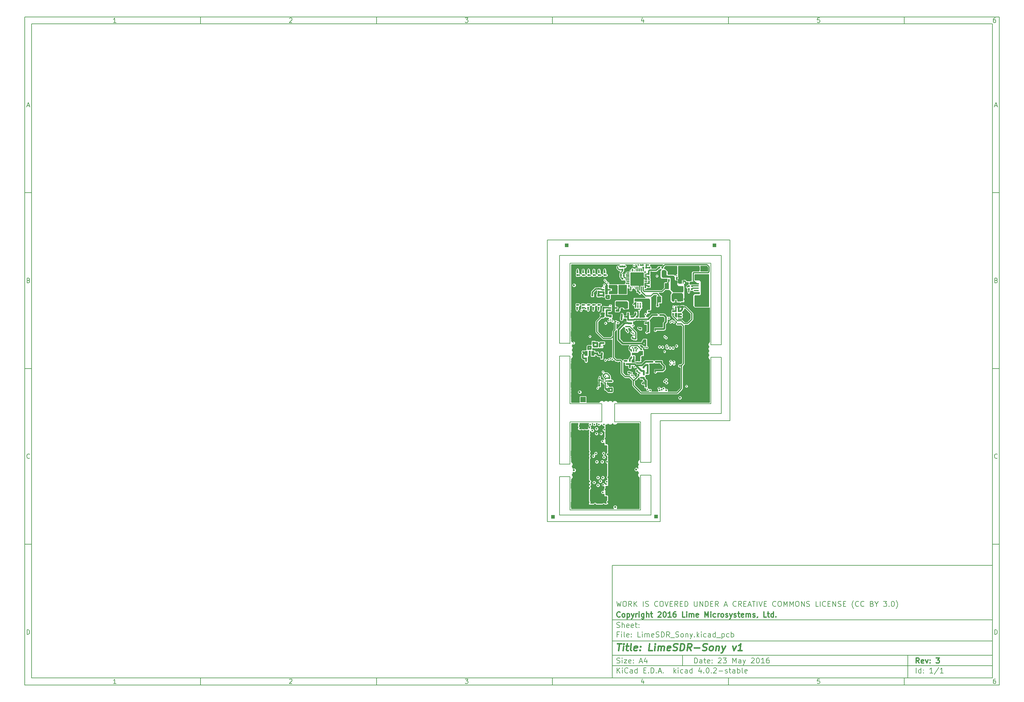
<source format=gbl>
G04 #@! TF.FileFunction,Copper,L6,Bot,Signal*
%FSLAX46Y46*%
G04 Gerber Fmt 4.6, Leading zero omitted, Abs format (unit mm)*
G04 Created by KiCad (PCBNEW 4.0.2-stable) date 23/05/2016 22:28:52*
%MOMM*%
G01*
G04 APERTURE LIST*
%ADD10C,0.150000*%
%ADD11C,0.300000*%
%ADD12C,0.400000*%
%ADD13C,0.200000*%
%ADD14R,0.995680X0.995680*%
%ADD15C,0.600000*%
%ADD16C,0.500000*%
%ADD17C,2.000000*%
%ADD18R,4.696460X1.496060*%
%ADD19R,1.399540X0.899160*%
%ADD20R,0.495300X0.495300*%
%ADD21R,0.797560X0.698500*%
%ADD22R,0.698500X0.797560*%
%ADD23R,0.899160X1.399540*%
%ADD24R,0.444500X0.495300*%
%ADD25R,0.495300X0.444500*%
%ADD26C,0.350000*%
%ADD27R,1.516380X1.516380*%
%ADD28C,1.516380*%
%ADD29R,0.400000X0.800000*%
%ADD30C,0.250000*%
%ADD31R,1.524000X2.032000*%
%ADD32R,0.430000X0.360000*%
%ADD33R,1.150000X1.300000*%
%ADD34R,1.200000X1.800000*%
%ADD35R,0.400000X0.250000*%
%ADD36R,0.250000X0.400000*%
%ADD37R,3.400000X3.400000*%
%ADD38R,1.000000X1.000000*%
%ADD39R,1.350000X0.400000*%
%ADD40R,1.400000X1.600000*%
%ADD41O,1.600000X0.900000*%
%ADD42R,1.900000X1.900000*%
%ADD43R,0.260000X0.400000*%
%ADD44R,1.300000X0.800000*%
%ADD45R,0.400000X0.260000*%
%ADD46R,0.800000X1.300000*%
%ADD47C,0.400000*%
%ADD48C,0.500000*%
%ADD49C,0.310000*%
%ADD50C,0.800000*%
%ADD51C,0.250000*%
%ADD52C,0.100000*%
%ADD53C,0.099060*%
%ADD54C,0.254000*%
G04 APERTURE END LIST*
D10*
X177002200Y-166007200D02*
X177002200Y-198007200D01*
X285002200Y-198007200D01*
X285002200Y-166007200D01*
X177002200Y-166007200D01*
X10000000Y-10000000D02*
X10000000Y-200007200D01*
X287002200Y-200007200D01*
X287002200Y-10000000D01*
X10000000Y-10000000D01*
X12000000Y-12000000D02*
X12000000Y-198007200D01*
X285002200Y-198007200D01*
X285002200Y-12000000D01*
X12000000Y-12000000D01*
X60000000Y-12000000D02*
X60000000Y-10000000D01*
X110000000Y-12000000D02*
X110000000Y-10000000D01*
X160000000Y-12000000D02*
X160000000Y-10000000D01*
X210000000Y-12000000D02*
X210000000Y-10000000D01*
X260000000Y-12000000D02*
X260000000Y-10000000D01*
X35990476Y-11588095D02*
X35247619Y-11588095D01*
X35619048Y-11588095D02*
X35619048Y-10288095D01*
X35495238Y-10473810D01*
X35371429Y-10597619D01*
X35247619Y-10659524D01*
X85247619Y-10411905D02*
X85309524Y-10350000D01*
X85433333Y-10288095D01*
X85742857Y-10288095D01*
X85866667Y-10350000D01*
X85928571Y-10411905D01*
X85990476Y-10535714D01*
X85990476Y-10659524D01*
X85928571Y-10845238D01*
X85185714Y-11588095D01*
X85990476Y-11588095D01*
X135185714Y-10288095D02*
X135990476Y-10288095D01*
X135557143Y-10783333D01*
X135742857Y-10783333D01*
X135866667Y-10845238D01*
X135928571Y-10907143D01*
X135990476Y-11030952D01*
X135990476Y-11340476D01*
X135928571Y-11464286D01*
X135866667Y-11526190D01*
X135742857Y-11588095D01*
X135371429Y-11588095D01*
X135247619Y-11526190D01*
X135185714Y-11464286D01*
X185866667Y-10721429D02*
X185866667Y-11588095D01*
X185557143Y-10226190D02*
X185247619Y-11154762D01*
X186052381Y-11154762D01*
X235928571Y-10288095D02*
X235309524Y-10288095D01*
X235247619Y-10907143D01*
X235309524Y-10845238D01*
X235433333Y-10783333D01*
X235742857Y-10783333D01*
X235866667Y-10845238D01*
X235928571Y-10907143D01*
X235990476Y-11030952D01*
X235990476Y-11340476D01*
X235928571Y-11464286D01*
X235866667Y-11526190D01*
X235742857Y-11588095D01*
X235433333Y-11588095D01*
X235309524Y-11526190D01*
X235247619Y-11464286D01*
X285866667Y-10288095D02*
X285619048Y-10288095D01*
X285495238Y-10350000D01*
X285433333Y-10411905D01*
X285309524Y-10597619D01*
X285247619Y-10845238D01*
X285247619Y-11340476D01*
X285309524Y-11464286D01*
X285371429Y-11526190D01*
X285495238Y-11588095D01*
X285742857Y-11588095D01*
X285866667Y-11526190D01*
X285928571Y-11464286D01*
X285990476Y-11340476D01*
X285990476Y-11030952D01*
X285928571Y-10907143D01*
X285866667Y-10845238D01*
X285742857Y-10783333D01*
X285495238Y-10783333D01*
X285371429Y-10845238D01*
X285309524Y-10907143D01*
X285247619Y-11030952D01*
X60000000Y-198007200D02*
X60000000Y-200007200D01*
X110000000Y-198007200D02*
X110000000Y-200007200D01*
X160000000Y-198007200D02*
X160000000Y-200007200D01*
X210000000Y-198007200D02*
X210000000Y-200007200D01*
X260000000Y-198007200D02*
X260000000Y-200007200D01*
X35990476Y-199595295D02*
X35247619Y-199595295D01*
X35619048Y-199595295D02*
X35619048Y-198295295D01*
X35495238Y-198481010D01*
X35371429Y-198604819D01*
X35247619Y-198666724D01*
X85247619Y-198419105D02*
X85309524Y-198357200D01*
X85433333Y-198295295D01*
X85742857Y-198295295D01*
X85866667Y-198357200D01*
X85928571Y-198419105D01*
X85990476Y-198542914D01*
X85990476Y-198666724D01*
X85928571Y-198852438D01*
X85185714Y-199595295D01*
X85990476Y-199595295D01*
X135185714Y-198295295D02*
X135990476Y-198295295D01*
X135557143Y-198790533D01*
X135742857Y-198790533D01*
X135866667Y-198852438D01*
X135928571Y-198914343D01*
X135990476Y-199038152D01*
X135990476Y-199347676D01*
X135928571Y-199471486D01*
X135866667Y-199533390D01*
X135742857Y-199595295D01*
X135371429Y-199595295D01*
X135247619Y-199533390D01*
X135185714Y-199471486D01*
X185866667Y-198728629D02*
X185866667Y-199595295D01*
X185557143Y-198233390D02*
X185247619Y-199161962D01*
X186052381Y-199161962D01*
X235928571Y-198295295D02*
X235309524Y-198295295D01*
X235247619Y-198914343D01*
X235309524Y-198852438D01*
X235433333Y-198790533D01*
X235742857Y-198790533D01*
X235866667Y-198852438D01*
X235928571Y-198914343D01*
X235990476Y-199038152D01*
X235990476Y-199347676D01*
X235928571Y-199471486D01*
X235866667Y-199533390D01*
X235742857Y-199595295D01*
X235433333Y-199595295D01*
X235309524Y-199533390D01*
X235247619Y-199471486D01*
X285866667Y-198295295D02*
X285619048Y-198295295D01*
X285495238Y-198357200D01*
X285433333Y-198419105D01*
X285309524Y-198604819D01*
X285247619Y-198852438D01*
X285247619Y-199347676D01*
X285309524Y-199471486D01*
X285371429Y-199533390D01*
X285495238Y-199595295D01*
X285742857Y-199595295D01*
X285866667Y-199533390D01*
X285928571Y-199471486D01*
X285990476Y-199347676D01*
X285990476Y-199038152D01*
X285928571Y-198914343D01*
X285866667Y-198852438D01*
X285742857Y-198790533D01*
X285495238Y-198790533D01*
X285371429Y-198852438D01*
X285309524Y-198914343D01*
X285247619Y-199038152D01*
X10000000Y-60000000D02*
X12000000Y-60000000D01*
X10000000Y-110000000D02*
X12000000Y-110000000D01*
X10000000Y-160000000D02*
X12000000Y-160000000D01*
X10690476Y-35216667D02*
X11309524Y-35216667D01*
X10566667Y-35588095D02*
X11000000Y-34288095D01*
X11433333Y-35588095D01*
X11092857Y-84907143D02*
X11278571Y-84969048D01*
X11340476Y-85030952D01*
X11402381Y-85154762D01*
X11402381Y-85340476D01*
X11340476Y-85464286D01*
X11278571Y-85526190D01*
X11154762Y-85588095D01*
X10659524Y-85588095D01*
X10659524Y-84288095D01*
X11092857Y-84288095D01*
X11216667Y-84350000D01*
X11278571Y-84411905D01*
X11340476Y-84535714D01*
X11340476Y-84659524D01*
X11278571Y-84783333D01*
X11216667Y-84845238D01*
X11092857Y-84907143D01*
X10659524Y-84907143D01*
X11402381Y-135464286D02*
X11340476Y-135526190D01*
X11154762Y-135588095D01*
X11030952Y-135588095D01*
X10845238Y-135526190D01*
X10721429Y-135402381D01*
X10659524Y-135278571D01*
X10597619Y-135030952D01*
X10597619Y-134845238D01*
X10659524Y-134597619D01*
X10721429Y-134473810D01*
X10845238Y-134350000D01*
X11030952Y-134288095D01*
X11154762Y-134288095D01*
X11340476Y-134350000D01*
X11402381Y-134411905D01*
X10659524Y-185588095D02*
X10659524Y-184288095D01*
X10969048Y-184288095D01*
X11154762Y-184350000D01*
X11278571Y-184473810D01*
X11340476Y-184597619D01*
X11402381Y-184845238D01*
X11402381Y-185030952D01*
X11340476Y-185278571D01*
X11278571Y-185402381D01*
X11154762Y-185526190D01*
X10969048Y-185588095D01*
X10659524Y-185588095D01*
X287002200Y-60000000D02*
X285002200Y-60000000D01*
X287002200Y-110000000D02*
X285002200Y-110000000D01*
X287002200Y-160000000D02*
X285002200Y-160000000D01*
X285692676Y-35216667D02*
X286311724Y-35216667D01*
X285568867Y-35588095D02*
X286002200Y-34288095D01*
X286435533Y-35588095D01*
X286095057Y-84907143D02*
X286280771Y-84969048D01*
X286342676Y-85030952D01*
X286404581Y-85154762D01*
X286404581Y-85340476D01*
X286342676Y-85464286D01*
X286280771Y-85526190D01*
X286156962Y-85588095D01*
X285661724Y-85588095D01*
X285661724Y-84288095D01*
X286095057Y-84288095D01*
X286218867Y-84350000D01*
X286280771Y-84411905D01*
X286342676Y-84535714D01*
X286342676Y-84659524D01*
X286280771Y-84783333D01*
X286218867Y-84845238D01*
X286095057Y-84907143D01*
X285661724Y-84907143D01*
X286404581Y-135464286D02*
X286342676Y-135526190D01*
X286156962Y-135588095D01*
X286033152Y-135588095D01*
X285847438Y-135526190D01*
X285723629Y-135402381D01*
X285661724Y-135278571D01*
X285599819Y-135030952D01*
X285599819Y-134845238D01*
X285661724Y-134597619D01*
X285723629Y-134473810D01*
X285847438Y-134350000D01*
X286033152Y-134288095D01*
X286156962Y-134288095D01*
X286342676Y-134350000D01*
X286404581Y-134411905D01*
X285661724Y-185588095D02*
X285661724Y-184288095D01*
X285971248Y-184288095D01*
X286156962Y-184350000D01*
X286280771Y-184473810D01*
X286342676Y-184597619D01*
X286404581Y-184845238D01*
X286404581Y-185030952D01*
X286342676Y-185278571D01*
X286280771Y-185402381D01*
X286156962Y-185526190D01*
X285971248Y-185588095D01*
X285661724Y-185588095D01*
X200359343Y-193785771D02*
X200359343Y-192285771D01*
X200716486Y-192285771D01*
X200930771Y-192357200D01*
X201073629Y-192500057D01*
X201145057Y-192642914D01*
X201216486Y-192928629D01*
X201216486Y-193142914D01*
X201145057Y-193428629D01*
X201073629Y-193571486D01*
X200930771Y-193714343D01*
X200716486Y-193785771D01*
X200359343Y-193785771D01*
X202502200Y-193785771D02*
X202502200Y-193000057D01*
X202430771Y-192857200D01*
X202287914Y-192785771D01*
X202002200Y-192785771D01*
X201859343Y-192857200D01*
X202502200Y-193714343D02*
X202359343Y-193785771D01*
X202002200Y-193785771D01*
X201859343Y-193714343D01*
X201787914Y-193571486D01*
X201787914Y-193428629D01*
X201859343Y-193285771D01*
X202002200Y-193214343D01*
X202359343Y-193214343D01*
X202502200Y-193142914D01*
X203002200Y-192785771D02*
X203573629Y-192785771D01*
X203216486Y-192285771D02*
X203216486Y-193571486D01*
X203287914Y-193714343D01*
X203430772Y-193785771D01*
X203573629Y-193785771D01*
X204645057Y-193714343D02*
X204502200Y-193785771D01*
X204216486Y-193785771D01*
X204073629Y-193714343D01*
X204002200Y-193571486D01*
X204002200Y-193000057D01*
X204073629Y-192857200D01*
X204216486Y-192785771D01*
X204502200Y-192785771D01*
X204645057Y-192857200D01*
X204716486Y-193000057D01*
X204716486Y-193142914D01*
X204002200Y-193285771D01*
X205359343Y-193642914D02*
X205430771Y-193714343D01*
X205359343Y-193785771D01*
X205287914Y-193714343D01*
X205359343Y-193642914D01*
X205359343Y-193785771D01*
X205359343Y-192857200D02*
X205430771Y-192928629D01*
X205359343Y-193000057D01*
X205287914Y-192928629D01*
X205359343Y-192857200D01*
X205359343Y-193000057D01*
X207145057Y-192428629D02*
X207216486Y-192357200D01*
X207359343Y-192285771D01*
X207716486Y-192285771D01*
X207859343Y-192357200D01*
X207930772Y-192428629D01*
X208002200Y-192571486D01*
X208002200Y-192714343D01*
X207930772Y-192928629D01*
X207073629Y-193785771D01*
X208002200Y-193785771D01*
X208502200Y-192285771D02*
X209430771Y-192285771D01*
X208930771Y-192857200D01*
X209145057Y-192857200D01*
X209287914Y-192928629D01*
X209359343Y-193000057D01*
X209430771Y-193142914D01*
X209430771Y-193500057D01*
X209359343Y-193642914D01*
X209287914Y-193714343D01*
X209145057Y-193785771D01*
X208716485Y-193785771D01*
X208573628Y-193714343D01*
X208502200Y-193642914D01*
X211216485Y-193785771D02*
X211216485Y-192285771D01*
X211716485Y-193357200D01*
X212216485Y-192285771D01*
X212216485Y-193785771D01*
X213573628Y-193785771D02*
X213573628Y-193000057D01*
X213502199Y-192857200D01*
X213359342Y-192785771D01*
X213073628Y-192785771D01*
X212930771Y-192857200D01*
X213573628Y-193714343D02*
X213430771Y-193785771D01*
X213073628Y-193785771D01*
X212930771Y-193714343D01*
X212859342Y-193571486D01*
X212859342Y-193428629D01*
X212930771Y-193285771D01*
X213073628Y-193214343D01*
X213430771Y-193214343D01*
X213573628Y-193142914D01*
X214145057Y-192785771D02*
X214502200Y-193785771D01*
X214859342Y-192785771D02*
X214502200Y-193785771D01*
X214359342Y-194142914D01*
X214287914Y-194214343D01*
X214145057Y-194285771D01*
X216502199Y-192428629D02*
X216573628Y-192357200D01*
X216716485Y-192285771D01*
X217073628Y-192285771D01*
X217216485Y-192357200D01*
X217287914Y-192428629D01*
X217359342Y-192571486D01*
X217359342Y-192714343D01*
X217287914Y-192928629D01*
X216430771Y-193785771D01*
X217359342Y-193785771D01*
X218287913Y-192285771D02*
X218430770Y-192285771D01*
X218573627Y-192357200D01*
X218645056Y-192428629D01*
X218716485Y-192571486D01*
X218787913Y-192857200D01*
X218787913Y-193214343D01*
X218716485Y-193500057D01*
X218645056Y-193642914D01*
X218573627Y-193714343D01*
X218430770Y-193785771D01*
X218287913Y-193785771D01*
X218145056Y-193714343D01*
X218073627Y-193642914D01*
X218002199Y-193500057D01*
X217930770Y-193214343D01*
X217930770Y-192857200D01*
X218002199Y-192571486D01*
X218073627Y-192428629D01*
X218145056Y-192357200D01*
X218287913Y-192285771D01*
X220216484Y-193785771D02*
X219359341Y-193785771D01*
X219787913Y-193785771D02*
X219787913Y-192285771D01*
X219645056Y-192500057D01*
X219502198Y-192642914D01*
X219359341Y-192714343D01*
X221502198Y-192285771D02*
X221216484Y-192285771D01*
X221073627Y-192357200D01*
X221002198Y-192428629D01*
X220859341Y-192642914D01*
X220787912Y-192928629D01*
X220787912Y-193500057D01*
X220859341Y-193642914D01*
X220930769Y-193714343D01*
X221073627Y-193785771D01*
X221359341Y-193785771D01*
X221502198Y-193714343D01*
X221573627Y-193642914D01*
X221645055Y-193500057D01*
X221645055Y-193142914D01*
X221573627Y-193000057D01*
X221502198Y-192928629D01*
X221359341Y-192857200D01*
X221073627Y-192857200D01*
X220930769Y-192928629D01*
X220859341Y-193000057D01*
X220787912Y-193142914D01*
X177002200Y-194507200D02*
X285002200Y-194507200D01*
X178359343Y-196585771D02*
X178359343Y-195085771D01*
X179216486Y-196585771D02*
X178573629Y-195728629D01*
X179216486Y-195085771D02*
X178359343Y-195942914D01*
X179859343Y-196585771D02*
X179859343Y-195585771D01*
X179859343Y-195085771D02*
X179787914Y-195157200D01*
X179859343Y-195228629D01*
X179930771Y-195157200D01*
X179859343Y-195085771D01*
X179859343Y-195228629D01*
X181430772Y-196442914D02*
X181359343Y-196514343D01*
X181145057Y-196585771D01*
X181002200Y-196585771D01*
X180787915Y-196514343D01*
X180645057Y-196371486D01*
X180573629Y-196228629D01*
X180502200Y-195942914D01*
X180502200Y-195728629D01*
X180573629Y-195442914D01*
X180645057Y-195300057D01*
X180787915Y-195157200D01*
X181002200Y-195085771D01*
X181145057Y-195085771D01*
X181359343Y-195157200D01*
X181430772Y-195228629D01*
X182716486Y-196585771D02*
X182716486Y-195800057D01*
X182645057Y-195657200D01*
X182502200Y-195585771D01*
X182216486Y-195585771D01*
X182073629Y-195657200D01*
X182716486Y-196514343D02*
X182573629Y-196585771D01*
X182216486Y-196585771D01*
X182073629Y-196514343D01*
X182002200Y-196371486D01*
X182002200Y-196228629D01*
X182073629Y-196085771D01*
X182216486Y-196014343D01*
X182573629Y-196014343D01*
X182716486Y-195942914D01*
X184073629Y-196585771D02*
X184073629Y-195085771D01*
X184073629Y-196514343D02*
X183930772Y-196585771D01*
X183645058Y-196585771D01*
X183502200Y-196514343D01*
X183430772Y-196442914D01*
X183359343Y-196300057D01*
X183359343Y-195871486D01*
X183430772Y-195728629D01*
X183502200Y-195657200D01*
X183645058Y-195585771D01*
X183930772Y-195585771D01*
X184073629Y-195657200D01*
X185930772Y-195800057D02*
X186430772Y-195800057D01*
X186645058Y-196585771D02*
X185930772Y-196585771D01*
X185930772Y-195085771D01*
X186645058Y-195085771D01*
X187287915Y-196442914D02*
X187359343Y-196514343D01*
X187287915Y-196585771D01*
X187216486Y-196514343D01*
X187287915Y-196442914D01*
X187287915Y-196585771D01*
X188002201Y-196585771D02*
X188002201Y-195085771D01*
X188359344Y-195085771D01*
X188573629Y-195157200D01*
X188716487Y-195300057D01*
X188787915Y-195442914D01*
X188859344Y-195728629D01*
X188859344Y-195942914D01*
X188787915Y-196228629D01*
X188716487Y-196371486D01*
X188573629Y-196514343D01*
X188359344Y-196585771D01*
X188002201Y-196585771D01*
X189502201Y-196442914D02*
X189573629Y-196514343D01*
X189502201Y-196585771D01*
X189430772Y-196514343D01*
X189502201Y-196442914D01*
X189502201Y-196585771D01*
X190145058Y-196157200D02*
X190859344Y-196157200D01*
X190002201Y-196585771D02*
X190502201Y-195085771D01*
X191002201Y-196585771D01*
X191502201Y-196442914D02*
X191573629Y-196514343D01*
X191502201Y-196585771D01*
X191430772Y-196514343D01*
X191502201Y-196442914D01*
X191502201Y-196585771D01*
X194502201Y-196585771D02*
X194502201Y-195085771D01*
X194645058Y-196014343D02*
X195073629Y-196585771D01*
X195073629Y-195585771D02*
X194502201Y-196157200D01*
X195716487Y-196585771D02*
X195716487Y-195585771D01*
X195716487Y-195085771D02*
X195645058Y-195157200D01*
X195716487Y-195228629D01*
X195787915Y-195157200D01*
X195716487Y-195085771D01*
X195716487Y-195228629D01*
X197073630Y-196514343D02*
X196930773Y-196585771D01*
X196645059Y-196585771D01*
X196502201Y-196514343D01*
X196430773Y-196442914D01*
X196359344Y-196300057D01*
X196359344Y-195871486D01*
X196430773Y-195728629D01*
X196502201Y-195657200D01*
X196645059Y-195585771D01*
X196930773Y-195585771D01*
X197073630Y-195657200D01*
X198359344Y-196585771D02*
X198359344Y-195800057D01*
X198287915Y-195657200D01*
X198145058Y-195585771D01*
X197859344Y-195585771D01*
X197716487Y-195657200D01*
X198359344Y-196514343D02*
X198216487Y-196585771D01*
X197859344Y-196585771D01*
X197716487Y-196514343D01*
X197645058Y-196371486D01*
X197645058Y-196228629D01*
X197716487Y-196085771D01*
X197859344Y-196014343D01*
X198216487Y-196014343D01*
X198359344Y-195942914D01*
X199716487Y-196585771D02*
X199716487Y-195085771D01*
X199716487Y-196514343D02*
X199573630Y-196585771D01*
X199287916Y-196585771D01*
X199145058Y-196514343D01*
X199073630Y-196442914D01*
X199002201Y-196300057D01*
X199002201Y-195871486D01*
X199073630Y-195728629D01*
X199145058Y-195657200D01*
X199287916Y-195585771D01*
X199573630Y-195585771D01*
X199716487Y-195657200D01*
X202216487Y-195585771D02*
X202216487Y-196585771D01*
X201859344Y-195014343D02*
X201502201Y-196085771D01*
X202430773Y-196085771D01*
X203002201Y-196442914D02*
X203073629Y-196514343D01*
X203002201Y-196585771D01*
X202930772Y-196514343D01*
X203002201Y-196442914D01*
X203002201Y-196585771D01*
X204002201Y-195085771D02*
X204145058Y-195085771D01*
X204287915Y-195157200D01*
X204359344Y-195228629D01*
X204430773Y-195371486D01*
X204502201Y-195657200D01*
X204502201Y-196014343D01*
X204430773Y-196300057D01*
X204359344Y-196442914D01*
X204287915Y-196514343D01*
X204145058Y-196585771D01*
X204002201Y-196585771D01*
X203859344Y-196514343D01*
X203787915Y-196442914D01*
X203716487Y-196300057D01*
X203645058Y-196014343D01*
X203645058Y-195657200D01*
X203716487Y-195371486D01*
X203787915Y-195228629D01*
X203859344Y-195157200D01*
X204002201Y-195085771D01*
X205145058Y-196442914D02*
X205216486Y-196514343D01*
X205145058Y-196585771D01*
X205073629Y-196514343D01*
X205145058Y-196442914D01*
X205145058Y-196585771D01*
X205787915Y-195228629D02*
X205859344Y-195157200D01*
X206002201Y-195085771D01*
X206359344Y-195085771D01*
X206502201Y-195157200D01*
X206573630Y-195228629D01*
X206645058Y-195371486D01*
X206645058Y-195514343D01*
X206573630Y-195728629D01*
X205716487Y-196585771D01*
X206645058Y-196585771D01*
X207287915Y-196014343D02*
X208430772Y-196014343D01*
X209073629Y-196514343D02*
X209216486Y-196585771D01*
X209502201Y-196585771D01*
X209645058Y-196514343D01*
X209716486Y-196371486D01*
X209716486Y-196300057D01*
X209645058Y-196157200D01*
X209502201Y-196085771D01*
X209287915Y-196085771D01*
X209145058Y-196014343D01*
X209073629Y-195871486D01*
X209073629Y-195800057D01*
X209145058Y-195657200D01*
X209287915Y-195585771D01*
X209502201Y-195585771D01*
X209645058Y-195657200D01*
X210145058Y-195585771D02*
X210716487Y-195585771D01*
X210359344Y-195085771D02*
X210359344Y-196371486D01*
X210430772Y-196514343D01*
X210573630Y-196585771D01*
X210716487Y-196585771D01*
X211859344Y-196585771D02*
X211859344Y-195800057D01*
X211787915Y-195657200D01*
X211645058Y-195585771D01*
X211359344Y-195585771D01*
X211216487Y-195657200D01*
X211859344Y-196514343D02*
X211716487Y-196585771D01*
X211359344Y-196585771D01*
X211216487Y-196514343D01*
X211145058Y-196371486D01*
X211145058Y-196228629D01*
X211216487Y-196085771D01*
X211359344Y-196014343D01*
X211716487Y-196014343D01*
X211859344Y-195942914D01*
X212573630Y-196585771D02*
X212573630Y-195085771D01*
X212573630Y-195657200D02*
X212716487Y-195585771D01*
X213002201Y-195585771D01*
X213145058Y-195657200D01*
X213216487Y-195728629D01*
X213287916Y-195871486D01*
X213287916Y-196300057D01*
X213216487Y-196442914D01*
X213145058Y-196514343D01*
X213002201Y-196585771D01*
X212716487Y-196585771D01*
X212573630Y-196514343D01*
X214145059Y-196585771D02*
X214002201Y-196514343D01*
X213930773Y-196371486D01*
X213930773Y-195085771D01*
X215287915Y-196514343D02*
X215145058Y-196585771D01*
X214859344Y-196585771D01*
X214716487Y-196514343D01*
X214645058Y-196371486D01*
X214645058Y-195800057D01*
X214716487Y-195657200D01*
X214859344Y-195585771D01*
X215145058Y-195585771D01*
X215287915Y-195657200D01*
X215359344Y-195800057D01*
X215359344Y-195942914D01*
X214645058Y-196085771D01*
X177002200Y-191507200D02*
X285002200Y-191507200D01*
D11*
X264216486Y-193785771D02*
X263716486Y-193071486D01*
X263359343Y-193785771D02*
X263359343Y-192285771D01*
X263930771Y-192285771D01*
X264073629Y-192357200D01*
X264145057Y-192428629D01*
X264216486Y-192571486D01*
X264216486Y-192785771D01*
X264145057Y-192928629D01*
X264073629Y-193000057D01*
X263930771Y-193071486D01*
X263359343Y-193071486D01*
X265430771Y-193714343D02*
X265287914Y-193785771D01*
X265002200Y-193785771D01*
X264859343Y-193714343D01*
X264787914Y-193571486D01*
X264787914Y-193000057D01*
X264859343Y-192857200D01*
X265002200Y-192785771D01*
X265287914Y-192785771D01*
X265430771Y-192857200D01*
X265502200Y-193000057D01*
X265502200Y-193142914D01*
X264787914Y-193285771D01*
X266002200Y-192785771D02*
X266359343Y-193785771D01*
X266716485Y-192785771D01*
X267287914Y-193642914D02*
X267359342Y-193714343D01*
X267287914Y-193785771D01*
X267216485Y-193714343D01*
X267287914Y-193642914D01*
X267287914Y-193785771D01*
X267287914Y-192857200D02*
X267359342Y-192928629D01*
X267287914Y-193000057D01*
X267216485Y-192928629D01*
X267287914Y-192857200D01*
X267287914Y-193000057D01*
X269002200Y-192285771D02*
X269930771Y-192285771D01*
X269430771Y-192857200D01*
X269645057Y-192857200D01*
X269787914Y-192928629D01*
X269859343Y-193000057D01*
X269930771Y-193142914D01*
X269930771Y-193500057D01*
X269859343Y-193642914D01*
X269787914Y-193714343D01*
X269645057Y-193785771D01*
X269216485Y-193785771D01*
X269073628Y-193714343D01*
X269002200Y-193642914D01*
D10*
X178287914Y-193714343D02*
X178502200Y-193785771D01*
X178859343Y-193785771D01*
X179002200Y-193714343D01*
X179073629Y-193642914D01*
X179145057Y-193500057D01*
X179145057Y-193357200D01*
X179073629Y-193214343D01*
X179002200Y-193142914D01*
X178859343Y-193071486D01*
X178573629Y-193000057D01*
X178430771Y-192928629D01*
X178359343Y-192857200D01*
X178287914Y-192714343D01*
X178287914Y-192571486D01*
X178359343Y-192428629D01*
X178430771Y-192357200D01*
X178573629Y-192285771D01*
X178930771Y-192285771D01*
X179145057Y-192357200D01*
X179787914Y-193785771D02*
X179787914Y-192785771D01*
X179787914Y-192285771D02*
X179716485Y-192357200D01*
X179787914Y-192428629D01*
X179859342Y-192357200D01*
X179787914Y-192285771D01*
X179787914Y-192428629D01*
X180359343Y-192785771D02*
X181145057Y-192785771D01*
X180359343Y-193785771D01*
X181145057Y-193785771D01*
X182287914Y-193714343D02*
X182145057Y-193785771D01*
X181859343Y-193785771D01*
X181716486Y-193714343D01*
X181645057Y-193571486D01*
X181645057Y-193000057D01*
X181716486Y-192857200D01*
X181859343Y-192785771D01*
X182145057Y-192785771D01*
X182287914Y-192857200D01*
X182359343Y-193000057D01*
X182359343Y-193142914D01*
X181645057Y-193285771D01*
X183002200Y-193642914D02*
X183073628Y-193714343D01*
X183002200Y-193785771D01*
X182930771Y-193714343D01*
X183002200Y-193642914D01*
X183002200Y-193785771D01*
X183002200Y-192857200D02*
X183073628Y-192928629D01*
X183002200Y-193000057D01*
X182930771Y-192928629D01*
X183002200Y-192857200D01*
X183002200Y-193000057D01*
X184787914Y-193357200D02*
X185502200Y-193357200D01*
X184645057Y-193785771D02*
X185145057Y-192285771D01*
X185645057Y-193785771D01*
X186787914Y-192785771D02*
X186787914Y-193785771D01*
X186430771Y-192214343D02*
X186073628Y-193285771D01*
X187002200Y-193285771D01*
X263359343Y-196585771D02*
X263359343Y-195085771D01*
X264716486Y-196585771D02*
X264716486Y-195085771D01*
X264716486Y-196514343D02*
X264573629Y-196585771D01*
X264287915Y-196585771D01*
X264145057Y-196514343D01*
X264073629Y-196442914D01*
X264002200Y-196300057D01*
X264002200Y-195871486D01*
X264073629Y-195728629D01*
X264145057Y-195657200D01*
X264287915Y-195585771D01*
X264573629Y-195585771D01*
X264716486Y-195657200D01*
X265430772Y-196442914D02*
X265502200Y-196514343D01*
X265430772Y-196585771D01*
X265359343Y-196514343D01*
X265430772Y-196442914D01*
X265430772Y-196585771D01*
X265430772Y-195657200D02*
X265502200Y-195728629D01*
X265430772Y-195800057D01*
X265359343Y-195728629D01*
X265430772Y-195657200D01*
X265430772Y-195800057D01*
X268073629Y-196585771D02*
X267216486Y-196585771D01*
X267645058Y-196585771D02*
X267645058Y-195085771D01*
X267502201Y-195300057D01*
X267359343Y-195442914D01*
X267216486Y-195514343D01*
X269787914Y-195014343D02*
X268502200Y-196942914D01*
X271073629Y-196585771D02*
X270216486Y-196585771D01*
X270645058Y-196585771D02*
X270645058Y-195085771D01*
X270502201Y-195300057D01*
X270359343Y-195442914D01*
X270216486Y-195514343D01*
X177002200Y-187507200D02*
X285002200Y-187507200D01*
D12*
X178454581Y-188211962D02*
X179597438Y-188211962D01*
X178776010Y-190211962D02*
X179026010Y-188211962D01*
X180014105Y-190211962D02*
X180180771Y-188878629D01*
X180264105Y-188211962D02*
X180156962Y-188307200D01*
X180240295Y-188402438D01*
X180347439Y-188307200D01*
X180264105Y-188211962D01*
X180240295Y-188402438D01*
X180847438Y-188878629D02*
X181609343Y-188878629D01*
X181216486Y-188211962D02*
X181002200Y-189926248D01*
X181073630Y-190116724D01*
X181252201Y-190211962D01*
X181442677Y-190211962D01*
X182395058Y-190211962D02*
X182216487Y-190116724D01*
X182145057Y-189926248D01*
X182359343Y-188211962D01*
X183930772Y-190116724D02*
X183728391Y-190211962D01*
X183347439Y-190211962D01*
X183168867Y-190116724D01*
X183097438Y-189926248D01*
X183192676Y-189164343D01*
X183311724Y-188973867D01*
X183514105Y-188878629D01*
X183895057Y-188878629D01*
X184073629Y-188973867D01*
X184145057Y-189164343D01*
X184121248Y-189354819D01*
X183145057Y-189545295D01*
X184895057Y-190021486D02*
X184978392Y-190116724D01*
X184871248Y-190211962D01*
X184787915Y-190116724D01*
X184895057Y-190021486D01*
X184871248Y-190211962D01*
X185026010Y-188973867D02*
X185109344Y-189069105D01*
X185002200Y-189164343D01*
X184918867Y-189069105D01*
X185026010Y-188973867D01*
X185002200Y-189164343D01*
X188299820Y-190211962D02*
X187347439Y-190211962D01*
X187597439Y-188211962D01*
X188966487Y-190211962D02*
X189133153Y-188878629D01*
X189216487Y-188211962D02*
X189109344Y-188307200D01*
X189192677Y-188402438D01*
X189299821Y-188307200D01*
X189216487Y-188211962D01*
X189192677Y-188402438D01*
X189918868Y-190211962D02*
X190085534Y-188878629D01*
X190061725Y-189069105D02*
X190168869Y-188973867D01*
X190371249Y-188878629D01*
X190656963Y-188878629D01*
X190835535Y-188973867D01*
X190906963Y-189164343D01*
X190776011Y-190211962D01*
X190906963Y-189164343D02*
X191026011Y-188973867D01*
X191228392Y-188878629D01*
X191514106Y-188878629D01*
X191692678Y-188973867D01*
X191764106Y-189164343D01*
X191633154Y-190211962D01*
X193359345Y-190116724D02*
X193156964Y-190211962D01*
X192776012Y-190211962D01*
X192597440Y-190116724D01*
X192526011Y-189926248D01*
X192621249Y-189164343D01*
X192740297Y-188973867D01*
X192942678Y-188878629D01*
X193323630Y-188878629D01*
X193502202Y-188973867D01*
X193573630Y-189164343D01*
X193549821Y-189354819D01*
X192573630Y-189545295D01*
X194216488Y-190116724D02*
X194490298Y-190211962D01*
X194966488Y-190211962D01*
X195168869Y-190116724D01*
X195276011Y-190021486D01*
X195395060Y-189831010D01*
X195418869Y-189640533D01*
X195347440Y-189450057D01*
X195264107Y-189354819D01*
X195085535Y-189259581D01*
X194716488Y-189164343D01*
X194537917Y-189069105D01*
X194454583Y-188973867D01*
X194383154Y-188783390D01*
X194406964Y-188592914D01*
X194526011Y-188402438D01*
X194633155Y-188307200D01*
X194835536Y-188211962D01*
X195311726Y-188211962D01*
X195585536Y-188307200D01*
X196204583Y-190211962D02*
X196454583Y-188211962D01*
X196930774Y-188211962D01*
X197204583Y-188307200D01*
X197371250Y-188497676D01*
X197442679Y-188688152D01*
X197490298Y-189069105D01*
X197454584Y-189354819D01*
X197311727Y-189735771D01*
X197192678Y-189926248D01*
X196978393Y-190116724D01*
X196680774Y-190211962D01*
X196204583Y-190211962D01*
X199347441Y-190211962D02*
X198799821Y-189259581D01*
X198204583Y-190211962D02*
X198454583Y-188211962D01*
X199216488Y-188211962D01*
X199395059Y-188307200D01*
X199478393Y-188402438D01*
X199549822Y-188592914D01*
X199514107Y-188878629D01*
X199395060Y-189069105D01*
X199287916Y-189164343D01*
X199085535Y-189259581D01*
X198323630Y-189259581D01*
X200299821Y-189450057D02*
X201823631Y-189450057D01*
X202597440Y-190116724D02*
X202871250Y-190211962D01*
X203347440Y-190211962D01*
X203549821Y-190116724D01*
X203656963Y-190021486D01*
X203776012Y-189831010D01*
X203799821Y-189640533D01*
X203728392Y-189450057D01*
X203645059Y-189354819D01*
X203466487Y-189259581D01*
X203097440Y-189164343D01*
X202918869Y-189069105D01*
X202835535Y-188973867D01*
X202764106Y-188783390D01*
X202787916Y-188592914D01*
X202906963Y-188402438D01*
X203014107Y-188307200D01*
X203216488Y-188211962D01*
X203692678Y-188211962D01*
X203966488Y-188307200D01*
X204871250Y-190211962D02*
X204692679Y-190116724D01*
X204609344Y-190021486D01*
X204537916Y-189831010D01*
X204609344Y-189259581D01*
X204728392Y-189069105D01*
X204835536Y-188973867D01*
X205037916Y-188878629D01*
X205323630Y-188878629D01*
X205502202Y-188973867D01*
X205585535Y-189069105D01*
X205656963Y-189259581D01*
X205585535Y-189831010D01*
X205466487Y-190021486D01*
X205359345Y-190116724D01*
X205156964Y-190211962D01*
X204871250Y-190211962D01*
X206561725Y-188878629D02*
X206395059Y-190211962D01*
X206537916Y-189069105D02*
X206645060Y-188973867D01*
X206847440Y-188878629D01*
X207133154Y-188878629D01*
X207311726Y-188973867D01*
X207383154Y-189164343D01*
X207252202Y-190211962D01*
X208180773Y-188878629D02*
X208490298Y-190211962D01*
X209133154Y-188878629D02*
X208490298Y-190211962D01*
X208240298Y-190688152D01*
X208133154Y-190783390D01*
X207930773Y-190878629D01*
X211228393Y-188878629D02*
X211537918Y-190211962D01*
X212180774Y-188878629D01*
X213823633Y-190211962D02*
X212680775Y-190211962D01*
X213252204Y-190211962D02*
X213502204Y-188211962D01*
X213276014Y-188497676D01*
X213061728Y-188688152D01*
X212859346Y-188783390D01*
D10*
X178859343Y-185600057D02*
X178359343Y-185600057D01*
X178359343Y-186385771D02*
X178359343Y-184885771D01*
X179073629Y-184885771D01*
X179645057Y-186385771D02*
X179645057Y-185385771D01*
X179645057Y-184885771D02*
X179573628Y-184957200D01*
X179645057Y-185028629D01*
X179716485Y-184957200D01*
X179645057Y-184885771D01*
X179645057Y-185028629D01*
X180573629Y-186385771D02*
X180430771Y-186314343D01*
X180359343Y-186171486D01*
X180359343Y-184885771D01*
X181716485Y-186314343D02*
X181573628Y-186385771D01*
X181287914Y-186385771D01*
X181145057Y-186314343D01*
X181073628Y-186171486D01*
X181073628Y-185600057D01*
X181145057Y-185457200D01*
X181287914Y-185385771D01*
X181573628Y-185385771D01*
X181716485Y-185457200D01*
X181787914Y-185600057D01*
X181787914Y-185742914D01*
X181073628Y-185885771D01*
X182430771Y-186242914D02*
X182502199Y-186314343D01*
X182430771Y-186385771D01*
X182359342Y-186314343D01*
X182430771Y-186242914D01*
X182430771Y-186385771D01*
X182430771Y-185457200D02*
X182502199Y-185528629D01*
X182430771Y-185600057D01*
X182359342Y-185528629D01*
X182430771Y-185457200D01*
X182430771Y-185600057D01*
X185002200Y-186385771D02*
X184287914Y-186385771D01*
X184287914Y-184885771D01*
X185502200Y-186385771D02*
X185502200Y-185385771D01*
X185502200Y-184885771D02*
X185430771Y-184957200D01*
X185502200Y-185028629D01*
X185573628Y-184957200D01*
X185502200Y-184885771D01*
X185502200Y-185028629D01*
X186216486Y-186385771D02*
X186216486Y-185385771D01*
X186216486Y-185528629D02*
X186287914Y-185457200D01*
X186430772Y-185385771D01*
X186645057Y-185385771D01*
X186787914Y-185457200D01*
X186859343Y-185600057D01*
X186859343Y-186385771D01*
X186859343Y-185600057D02*
X186930772Y-185457200D01*
X187073629Y-185385771D01*
X187287914Y-185385771D01*
X187430772Y-185457200D01*
X187502200Y-185600057D01*
X187502200Y-186385771D01*
X188787914Y-186314343D02*
X188645057Y-186385771D01*
X188359343Y-186385771D01*
X188216486Y-186314343D01*
X188145057Y-186171486D01*
X188145057Y-185600057D01*
X188216486Y-185457200D01*
X188359343Y-185385771D01*
X188645057Y-185385771D01*
X188787914Y-185457200D01*
X188859343Y-185600057D01*
X188859343Y-185742914D01*
X188145057Y-185885771D01*
X189430771Y-186314343D02*
X189645057Y-186385771D01*
X190002200Y-186385771D01*
X190145057Y-186314343D01*
X190216486Y-186242914D01*
X190287914Y-186100057D01*
X190287914Y-185957200D01*
X190216486Y-185814343D01*
X190145057Y-185742914D01*
X190002200Y-185671486D01*
X189716486Y-185600057D01*
X189573628Y-185528629D01*
X189502200Y-185457200D01*
X189430771Y-185314343D01*
X189430771Y-185171486D01*
X189502200Y-185028629D01*
X189573628Y-184957200D01*
X189716486Y-184885771D01*
X190073628Y-184885771D01*
X190287914Y-184957200D01*
X190930771Y-186385771D02*
X190930771Y-184885771D01*
X191287914Y-184885771D01*
X191502199Y-184957200D01*
X191645057Y-185100057D01*
X191716485Y-185242914D01*
X191787914Y-185528629D01*
X191787914Y-185742914D01*
X191716485Y-186028629D01*
X191645057Y-186171486D01*
X191502199Y-186314343D01*
X191287914Y-186385771D01*
X190930771Y-186385771D01*
X193287914Y-186385771D02*
X192787914Y-185671486D01*
X192430771Y-186385771D02*
X192430771Y-184885771D01*
X193002199Y-184885771D01*
X193145057Y-184957200D01*
X193216485Y-185028629D01*
X193287914Y-185171486D01*
X193287914Y-185385771D01*
X193216485Y-185528629D01*
X193145057Y-185600057D01*
X193002199Y-185671486D01*
X192430771Y-185671486D01*
X193573628Y-186528629D02*
X194716485Y-186528629D01*
X195002199Y-186314343D02*
X195216485Y-186385771D01*
X195573628Y-186385771D01*
X195716485Y-186314343D01*
X195787914Y-186242914D01*
X195859342Y-186100057D01*
X195859342Y-185957200D01*
X195787914Y-185814343D01*
X195716485Y-185742914D01*
X195573628Y-185671486D01*
X195287914Y-185600057D01*
X195145056Y-185528629D01*
X195073628Y-185457200D01*
X195002199Y-185314343D01*
X195002199Y-185171486D01*
X195073628Y-185028629D01*
X195145056Y-184957200D01*
X195287914Y-184885771D01*
X195645056Y-184885771D01*
X195859342Y-184957200D01*
X196716485Y-186385771D02*
X196573627Y-186314343D01*
X196502199Y-186242914D01*
X196430770Y-186100057D01*
X196430770Y-185671486D01*
X196502199Y-185528629D01*
X196573627Y-185457200D01*
X196716485Y-185385771D01*
X196930770Y-185385771D01*
X197073627Y-185457200D01*
X197145056Y-185528629D01*
X197216485Y-185671486D01*
X197216485Y-186100057D01*
X197145056Y-186242914D01*
X197073627Y-186314343D01*
X196930770Y-186385771D01*
X196716485Y-186385771D01*
X197859342Y-185385771D02*
X197859342Y-186385771D01*
X197859342Y-185528629D02*
X197930770Y-185457200D01*
X198073628Y-185385771D01*
X198287913Y-185385771D01*
X198430770Y-185457200D01*
X198502199Y-185600057D01*
X198502199Y-186385771D01*
X199073628Y-185385771D02*
X199430771Y-186385771D01*
X199787913Y-185385771D02*
X199430771Y-186385771D01*
X199287913Y-186742914D01*
X199216485Y-186814343D01*
X199073628Y-186885771D01*
X200359342Y-186242914D02*
X200430770Y-186314343D01*
X200359342Y-186385771D01*
X200287913Y-186314343D01*
X200359342Y-186242914D01*
X200359342Y-186385771D01*
X201073628Y-186385771D02*
X201073628Y-184885771D01*
X201216485Y-185814343D02*
X201645056Y-186385771D01*
X201645056Y-185385771D02*
X201073628Y-185957200D01*
X202287914Y-186385771D02*
X202287914Y-185385771D01*
X202287914Y-184885771D02*
X202216485Y-184957200D01*
X202287914Y-185028629D01*
X202359342Y-184957200D01*
X202287914Y-184885771D01*
X202287914Y-185028629D01*
X203645057Y-186314343D02*
X203502200Y-186385771D01*
X203216486Y-186385771D01*
X203073628Y-186314343D01*
X203002200Y-186242914D01*
X202930771Y-186100057D01*
X202930771Y-185671486D01*
X203002200Y-185528629D01*
X203073628Y-185457200D01*
X203216486Y-185385771D01*
X203502200Y-185385771D01*
X203645057Y-185457200D01*
X204930771Y-186385771D02*
X204930771Y-185600057D01*
X204859342Y-185457200D01*
X204716485Y-185385771D01*
X204430771Y-185385771D01*
X204287914Y-185457200D01*
X204930771Y-186314343D02*
X204787914Y-186385771D01*
X204430771Y-186385771D01*
X204287914Y-186314343D01*
X204216485Y-186171486D01*
X204216485Y-186028629D01*
X204287914Y-185885771D01*
X204430771Y-185814343D01*
X204787914Y-185814343D01*
X204930771Y-185742914D01*
X206287914Y-186385771D02*
X206287914Y-184885771D01*
X206287914Y-186314343D02*
X206145057Y-186385771D01*
X205859343Y-186385771D01*
X205716485Y-186314343D01*
X205645057Y-186242914D01*
X205573628Y-186100057D01*
X205573628Y-185671486D01*
X205645057Y-185528629D01*
X205716485Y-185457200D01*
X205859343Y-185385771D01*
X206145057Y-185385771D01*
X206287914Y-185457200D01*
X206645057Y-186528629D02*
X207787914Y-186528629D01*
X208145057Y-185385771D02*
X208145057Y-186885771D01*
X208145057Y-185457200D02*
X208287914Y-185385771D01*
X208573628Y-185385771D01*
X208716485Y-185457200D01*
X208787914Y-185528629D01*
X208859343Y-185671486D01*
X208859343Y-186100057D01*
X208787914Y-186242914D01*
X208716485Y-186314343D01*
X208573628Y-186385771D01*
X208287914Y-186385771D01*
X208145057Y-186314343D01*
X210145057Y-186314343D02*
X210002200Y-186385771D01*
X209716486Y-186385771D01*
X209573628Y-186314343D01*
X209502200Y-186242914D01*
X209430771Y-186100057D01*
X209430771Y-185671486D01*
X209502200Y-185528629D01*
X209573628Y-185457200D01*
X209716486Y-185385771D01*
X210002200Y-185385771D01*
X210145057Y-185457200D01*
X210787914Y-186385771D02*
X210787914Y-184885771D01*
X210787914Y-185457200D02*
X210930771Y-185385771D01*
X211216485Y-185385771D01*
X211359342Y-185457200D01*
X211430771Y-185528629D01*
X211502200Y-185671486D01*
X211502200Y-186100057D01*
X211430771Y-186242914D01*
X211359342Y-186314343D01*
X211216485Y-186385771D01*
X210930771Y-186385771D01*
X210787914Y-186314343D01*
X177002200Y-181507200D02*
X285002200Y-181507200D01*
X178287914Y-183614343D02*
X178502200Y-183685771D01*
X178859343Y-183685771D01*
X179002200Y-183614343D01*
X179073629Y-183542914D01*
X179145057Y-183400057D01*
X179145057Y-183257200D01*
X179073629Y-183114343D01*
X179002200Y-183042914D01*
X178859343Y-182971486D01*
X178573629Y-182900057D01*
X178430771Y-182828629D01*
X178359343Y-182757200D01*
X178287914Y-182614343D01*
X178287914Y-182471486D01*
X178359343Y-182328629D01*
X178430771Y-182257200D01*
X178573629Y-182185771D01*
X178930771Y-182185771D01*
X179145057Y-182257200D01*
X179787914Y-183685771D02*
X179787914Y-182185771D01*
X180430771Y-183685771D02*
X180430771Y-182900057D01*
X180359342Y-182757200D01*
X180216485Y-182685771D01*
X180002200Y-182685771D01*
X179859342Y-182757200D01*
X179787914Y-182828629D01*
X181716485Y-183614343D02*
X181573628Y-183685771D01*
X181287914Y-183685771D01*
X181145057Y-183614343D01*
X181073628Y-183471486D01*
X181073628Y-182900057D01*
X181145057Y-182757200D01*
X181287914Y-182685771D01*
X181573628Y-182685771D01*
X181716485Y-182757200D01*
X181787914Y-182900057D01*
X181787914Y-183042914D01*
X181073628Y-183185771D01*
X183002199Y-183614343D02*
X182859342Y-183685771D01*
X182573628Y-183685771D01*
X182430771Y-183614343D01*
X182359342Y-183471486D01*
X182359342Y-182900057D01*
X182430771Y-182757200D01*
X182573628Y-182685771D01*
X182859342Y-182685771D01*
X183002199Y-182757200D01*
X183073628Y-182900057D01*
X183073628Y-183042914D01*
X182359342Y-183185771D01*
X183502199Y-182685771D02*
X184073628Y-182685771D01*
X183716485Y-182185771D02*
X183716485Y-183471486D01*
X183787913Y-183614343D01*
X183930771Y-183685771D01*
X184073628Y-183685771D01*
X184573628Y-183542914D02*
X184645056Y-183614343D01*
X184573628Y-183685771D01*
X184502199Y-183614343D01*
X184573628Y-183542914D01*
X184573628Y-183685771D01*
X184573628Y-182757200D02*
X184645056Y-182828629D01*
X184573628Y-182900057D01*
X184502199Y-182828629D01*
X184573628Y-182757200D01*
X184573628Y-182900057D01*
D11*
X179216486Y-180542914D02*
X179145057Y-180614343D01*
X178930771Y-180685771D01*
X178787914Y-180685771D01*
X178573629Y-180614343D01*
X178430771Y-180471486D01*
X178359343Y-180328629D01*
X178287914Y-180042914D01*
X178287914Y-179828629D01*
X178359343Y-179542914D01*
X178430771Y-179400057D01*
X178573629Y-179257200D01*
X178787914Y-179185771D01*
X178930771Y-179185771D01*
X179145057Y-179257200D01*
X179216486Y-179328629D01*
X180073629Y-180685771D02*
X179930771Y-180614343D01*
X179859343Y-180542914D01*
X179787914Y-180400057D01*
X179787914Y-179971486D01*
X179859343Y-179828629D01*
X179930771Y-179757200D01*
X180073629Y-179685771D01*
X180287914Y-179685771D01*
X180430771Y-179757200D01*
X180502200Y-179828629D01*
X180573629Y-179971486D01*
X180573629Y-180400057D01*
X180502200Y-180542914D01*
X180430771Y-180614343D01*
X180287914Y-180685771D01*
X180073629Y-180685771D01*
X181216486Y-179685771D02*
X181216486Y-181185771D01*
X181216486Y-179757200D02*
X181359343Y-179685771D01*
X181645057Y-179685771D01*
X181787914Y-179757200D01*
X181859343Y-179828629D01*
X181930772Y-179971486D01*
X181930772Y-180400057D01*
X181859343Y-180542914D01*
X181787914Y-180614343D01*
X181645057Y-180685771D01*
X181359343Y-180685771D01*
X181216486Y-180614343D01*
X182430772Y-179685771D02*
X182787915Y-180685771D01*
X183145057Y-179685771D02*
X182787915Y-180685771D01*
X182645057Y-181042914D01*
X182573629Y-181114343D01*
X182430772Y-181185771D01*
X183716486Y-180685771D02*
X183716486Y-179685771D01*
X183716486Y-179971486D02*
X183787914Y-179828629D01*
X183859343Y-179757200D01*
X184002200Y-179685771D01*
X184145057Y-179685771D01*
X184645057Y-180685771D02*
X184645057Y-179685771D01*
X184645057Y-179185771D02*
X184573628Y-179257200D01*
X184645057Y-179328629D01*
X184716485Y-179257200D01*
X184645057Y-179185771D01*
X184645057Y-179328629D01*
X186002200Y-179685771D02*
X186002200Y-180900057D01*
X185930771Y-181042914D01*
X185859343Y-181114343D01*
X185716486Y-181185771D01*
X185502200Y-181185771D01*
X185359343Y-181114343D01*
X186002200Y-180614343D02*
X185859343Y-180685771D01*
X185573629Y-180685771D01*
X185430771Y-180614343D01*
X185359343Y-180542914D01*
X185287914Y-180400057D01*
X185287914Y-179971486D01*
X185359343Y-179828629D01*
X185430771Y-179757200D01*
X185573629Y-179685771D01*
X185859343Y-179685771D01*
X186002200Y-179757200D01*
X186716486Y-180685771D02*
X186716486Y-179185771D01*
X187359343Y-180685771D02*
X187359343Y-179900057D01*
X187287914Y-179757200D01*
X187145057Y-179685771D01*
X186930772Y-179685771D01*
X186787914Y-179757200D01*
X186716486Y-179828629D01*
X187859343Y-179685771D02*
X188430772Y-179685771D01*
X188073629Y-179185771D02*
X188073629Y-180471486D01*
X188145057Y-180614343D01*
X188287915Y-180685771D01*
X188430772Y-180685771D01*
X190002200Y-179328629D02*
X190073629Y-179257200D01*
X190216486Y-179185771D01*
X190573629Y-179185771D01*
X190716486Y-179257200D01*
X190787915Y-179328629D01*
X190859343Y-179471486D01*
X190859343Y-179614343D01*
X190787915Y-179828629D01*
X189930772Y-180685771D01*
X190859343Y-180685771D01*
X191787914Y-179185771D02*
X191930771Y-179185771D01*
X192073628Y-179257200D01*
X192145057Y-179328629D01*
X192216486Y-179471486D01*
X192287914Y-179757200D01*
X192287914Y-180114343D01*
X192216486Y-180400057D01*
X192145057Y-180542914D01*
X192073628Y-180614343D01*
X191930771Y-180685771D01*
X191787914Y-180685771D01*
X191645057Y-180614343D01*
X191573628Y-180542914D01*
X191502200Y-180400057D01*
X191430771Y-180114343D01*
X191430771Y-179757200D01*
X191502200Y-179471486D01*
X191573628Y-179328629D01*
X191645057Y-179257200D01*
X191787914Y-179185771D01*
X193716485Y-180685771D02*
X192859342Y-180685771D01*
X193287914Y-180685771D02*
X193287914Y-179185771D01*
X193145057Y-179400057D01*
X193002199Y-179542914D01*
X192859342Y-179614343D01*
X195002199Y-179185771D02*
X194716485Y-179185771D01*
X194573628Y-179257200D01*
X194502199Y-179328629D01*
X194359342Y-179542914D01*
X194287913Y-179828629D01*
X194287913Y-180400057D01*
X194359342Y-180542914D01*
X194430770Y-180614343D01*
X194573628Y-180685771D01*
X194859342Y-180685771D01*
X195002199Y-180614343D01*
X195073628Y-180542914D01*
X195145056Y-180400057D01*
X195145056Y-180042914D01*
X195073628Y-179900057D01*
X195002199Y-179828629D01*
X194859342Y-179757200D01*
X194573628Y-179757200D01*
X194430770Y-179828629D01*
X194359342Y-179900057D01*
X194287913Y-180042914D01*
X197645056Y-180685771D02*
X196930770Y-180685771D01*
X196930770Y-179185771D01*
X198145056Y-180685771D02*
X198145056Y-179685771D01*
X198145056Y-179185771D02*
X198073627Y-179257200D01*
X198145056Y-179328629D01*
X198216484Y-179257200D01*
X198145056Y-179185771D01*
X198145056Y-179328629D01*
X198859342Y-180685771D02*
X198859342Y-179685771D01*
X198859342Y-179828629D02*
X198930770Y-179757200D01*
X199073628Y-179685771D01*
X199287913Y-179685771D01*
X199430770Y-179757200D01*
X199502199Y-179900057D01*
X199502199Y-180685771D01*
X199502199Y-179900057D02*
X199573628Y-179757200D01*
X199716485Y-179685771D01*
X199930770Y-179685771D01*
X200073628Y-179757200D01*
X200145056Y-179900057D01*
X200145056Y-180685771D01*
X201430770Y-180614343D02*
X201287913Y-180685771D01*
X201002199Y-180685771D01*
X200859342Y-180614343D01*
X200787913Y-180471486D01*
X200787913Y-179900057D01*
X200859342Y-179757200D01*
X201002199Y-179685771D01*
X201287913Y-179685771D01*
X201430770Y-179757200D01*
X201502199Y-179900057D01*
X201502199Y-180042914D01*
X200787913Y-180185771D01*
X203287913Y-180685771D02*
X203287913Y-179185771D01*
X203787913Y-180257200D01*
X204287913Y-179185771D01*
X204287913Y-180685771D01*
X205002199Y-180685771D02*
X205002199Y-179685771D01*
X205002199Y-179185771D02*
X204930770Y-179257200D01*
X205002199Y-179328629D01*
X205073627Y-179257200D01*
X205002199Y-179185771D01*
X205002199Y-179328629D01*
X206359342Y-180614343D02*
X206216485Y-180685771D01*
X205930771Y-180685771D01*
X205787913Y-180614343D01*
X205716485Y-180542914D01*
X205645056Y-180400057D01*
X205645056Y-179971486D01*
X205716485Y-179828629D01*
X205787913Y-179757200D01*
X205930771Y-179685771D01*
X206216485Y-179685771D01*
X206359342Y-179757200D01*
X207002199Y-180685771D02*
X207002199Y-179685771D01*
X207002199Y-179971486D02*
X207073627Y-179828629D01*
X207145056Y-179757200D01*
X207287913Y-179685771D01*
X207430770Y-179685771D01*
X208145056Y-180685771D02*
X208002198Y-180614343D01*
X207930770Y-180542914D01*
X207859341Y-180400057D01*
X207859341Y-179971486D01*
X207930770Y-179828629D01*
X208002198Y-179757200D01*
X208145056Y-179685771D01*
X208359341Y-179685771D01*
X208502198Y-179757200D01*
X208573627Y-179828629D01*
X208645056Y-179971486D01*
X208645056Y-180400057D01*
X208573627Y-180542914D01*
X208502198Y-180614343D01*
X208359341Y-180685771D01*
X208145056Y-180685771D01*
X209216484Y-180614343D02*
X209359341Y-180685771D01*
X209645056Y-180685771D01*
X209787913Y-180614343D01*
X209859341Y-180471486D01*
X209859341Y-180400057D01*
X209787913Y-180257200D01*
X209645056Y-180185771D01*
X209430770Y-180185771D01*
X209287913Y-180114343D01*
X209216484Y-179971486D01*
X209216484Y-179900057D01*
X209287913Y-179757200D01*
X209430770Y-179685771D01*
X209645056Y-179685771D01*
X209787913Y-179757200D01*
X210359342Y-179685771D02*
X210716485Y-180685771D01*
X211073627Y-179685771D02*
X210716485Y-180685771D01*
X210573627Y-181042914D01*
X210502199Y-181114343D01*
X210359342Y-181185771D01*
X211573627Y-180614343D02*
X211716484Y-180685771D01*
X212002199Y-180685771D01*
X212145056Y-180614343D01*
X212216484Y-180471486D01*
X212216484Y-180400057D01*
X212145056Y-180257200D01*
X212002199Y-180185771D01*
X211787913Y-180185771D01*
X211645056Y-180114343D01*
X211573627Y-179971486D01*
X211573627Y-179900057D01*
X211645056Y-179757200D01*
X211787913Y-179685771D01*
X212002199Y-179685771D01*
X212145056Y-179757200D01*
X212645056Y-179685771D02*
X213216485Y-179685771D01*
X212859342Y-179185771D02*
X212859342Y-180471486D01*
X212930770Y-180614343D01*
X213073628Y-180685771D01*
X213216485Y-180685771D01*
X214287913Y-180614343D02*
X214145056Y-180685771D01*
X213859342Y-180685771D01*
X213716485Y-180614343D01*
X213645056Y-180471486D01*
X213645056Y-179900057D01*
X213716485Y-179757200D01*
X213859342Y-179685771D01*
X214145056Y-179685771D01*
X214287913Y-179757200D01*
X214359342Y-179900057D01*
X214359342Y-180042914D01*
X213645056Y-180185771D01*
X215002199Y-180685771D02*
X215002199Y-179685771D01*
X215002199Y-179828629D02*
X215073627Y-179757200D01*
X215216485Y-179685771D01*
X215430770Y-179685771D01*
X215573627Y-179757200D01*
X215645056Y-179900057D01*
X215645056Y-180685771D01*
X215645056Y-179900057D02*
X215716485Y-179757200D01*
X215859342Y-179685771D01*
X216073627Y-179685771D01*
X216216485Y-179757200D01*
X216287913Y-179900057D01*
X216287913Y-180685771D01*
X216930770Y-180614343D02*
X217073627Y-180685771D01*
X217359342Y-180685771D01*
X217502199Y-180614343D01*
X217573627Y-180471486D01*
X217573627Y-180400057D01*
X217502199Y-180257200D01*
X217359342Y-180185771D01*
X217145056Y-180185771D01*
X217002199Y-180114343D01*
X216930770Y-179971486D01*
X216930770Y-179900057D01*
X217002199Y-179757200D01*
X217145056Y-179685771D01*
X217359342Y-179685771D01*
X217502199Y-179757200D01*
X218287913Y-180614343D02*
X218287913Y-180685771D01*
X218216485Y-180828629D01*
X218145056Y-180900057D01*
X220787914Y-180685771D02*
X220073628Y-180685771D01*
X220073628Y-179185771D01*
X221073628Y-179685771D02*
X221645057Y-179685771D01*
X221287914Y-179185771D02*
X221287914Y-180471486D01*
X221359342Y-180614343D01*
X221502200Y-180685771D01*
X221645057Y-180685771D01*
X222787914Y-180685771D02*
X222787914Y-179185771D01*
X222787914Y-180614343D02*
X222645057Y-180685771D01*
X222359343Y-180685771D01*
X222216485Y-180614343D01*
X222145057Y-180542914D01*
X222073628Y-180400057D01*
X222073628Y-179971486D01*
X222145057Y-179828629D01*
X222216485Y-179757200D01*
X222359343Y-179685771D01*
X222645057Y-179685771D01*
X222787914Y-179757200D01*
X223502200Y-180542914D02*
X223573628Y-180614343D01*
X223502200Y-180685771D01*
X223430771Y-180614343D01*
X223502200Y-180542914D01*
X223502200Y-180685771D01*
D10*
X178216486Y-176185771D02*
X178573629Y-177685771D01*
X178859343Y-176614343D01*
X179145057Y-177685771D01*
X179502200Y-176185771D01*
X180359343Y-176185771D02*
X180645057Y-176185771D01*
X180787915Y-176257200D01*
X180930772Y-176400057D01*
X181002200Y-176685771D01*
X181002200Y-177185771D01*
X180930772Y-177471486D01*
X180787915Y-177614343D01*
X180645057Y-177685771D01*
X180359343Y-177685771D01*
X180216486Y-177614343D01*
X180073629Y-177471486D01*
X180002200Y-177185771D01*
X180002200Y-176685771D01*
X180073629Y-176400057D01*
X180216486Y-176257200D01*
X180359343Y-176185771D01*
X182502201Y-177685771D02*
X182002201Y-176971486D01*
X181645058Y-177685771D02*
X181645058Y-176185771D01*
X182216486Y-176185771D01*
X182359344Y-176257200D01*
X182430772Y-176328629D01*
X182502201Y-176471486D01*
X182502201Y-176685771D01*
X182430772Y-176828629D01*
X182359344Y-176900057D01*
X182216486Y-176971486D01*
X181645058Y-176971486D01*
X183145058Y-177685771D02*
X183145058Y-176185771D01*
X184002201Y-177685771D02*
X183359344Y-176828629D01*
X184002201Y-176185771D02*
X183145058Y-177042914D01*
X185787915Y-177685771D02*
X185787915Y-176185771D01*
X186430772Y-177614343D02*
X186645058Y-177685771D01*
X187002201Y-177685771D01*
X187145058Y-177614343D01*
X187216487Y-177542914D01*
X187287915Y-177400057D01*
X187287915Y-177257200D01*
X187216487Y-177114343D01*
X187145058Y-177042914D01*
X187002201Y-176971486D01*
X186716487Y-176900057D01*
X186573629Y-176828629D01*
X186502201Y-176757200D01*
X186430772Y-176614343D01*
X186430772Y-176471486D01*
X186502201Y-176328629D01*
X186573629Y-176257200D01*
X186716487Y-176185771D01*
X187073629Y-176185771D01*
X187287915Y-176257200D01*
X189930772Y-177542914D02*
X189859343Y-177614343D01*
X189645057Y-177685771D01*
X189502200Y-177685771D01*
X189287915Y-177614343D01*
X189145057Y-177471486D01*
X189073629Y-177328629D01*
X189002200Y-177042914D01*
X189002200Y-176828629D01*
X189073629Y-176542914D01*
X189145057Y-176400057D01*
X189287915Y-176257200D01*
X189502200Y-176185771D01*
X189645057Y-176185771D01*
X189859343Y-176257200D01*
X189930772Y-176328629D01*
X190859343Y-176185771D02*
X191145057Y-176185771D01*
X191287915Y-176257200D01*
X191430772Y-176400057D01*
X191502200Y-176685771D01*
X191502200Y-177185771D01*
X191430772Y-177471486D01*
X191287915Y-177614343D01*
X191145057Y-177685771D01*
X190859343Y-177685771D01*
X190716486Y-177614343D01*
X190573629Y-177471486D01*
X190502200Y-177185771D01*
X190502200Y-176685771D01*
X190573629Y-176400057D01*
X190716486Y-176257200D01*
X190859343Y-176185771D01*
X191930772Y-176185771D02*
X192430772Y-177685771D01*
X192930772Y-176185771D01*
X193430772Y-176900057D02*
X193930772Y-176900057D01*
X194145058Y-177685771D02*
X193430772Y-177685771D01*
X193430772Y-176185771D01*
X194145058Y-176185771D01*
X195645058Y-177685771D02*
X195145058Y-176971486D01*
X194787915Y-177685771D02*
X194787915Y-176185771D01*
X195359343Y-176185771D01*
X195502201Y-176257200D01*
X195573629Y-176328629D01*
X195645058Y-176471486D01*
X195645058Y-176685771D01*
X195573629Y-176828629D01*
X195502201Y-176900057D01*
X195359343Y-176971486D01*
X194787915Y-176971486D01*
X196287915Y-176900057D02*
X196787915Y-176900057D01*
X197002201Y-177685771D02*
X196287915Y-177685771D01*
X196287915Y-176185771D01*
X197002201Y-176185771D01*
X197645058Y-177685771D02*
X197645058Y-176185771D01*
X198002201Y-176185771D01*
X198216486Y-176257200D01*
X198359344Y-176400057D01*
X198430772Y-176542914D01*
X198502201Y-176828629D01*
X198502201Y-177042914D01*
X198430772Y-177328629D01*
X198359344Y-177471486D01*
X198216486Y-177614343D01*
X198002201Y-177685771D01*
X197645058Y-177685771D01*
X200287915Y-176185771D02*
X200287915Y-177400057D01*
X200359343Y-177542914D01*
X200430772Y-177614343D01*
X200573629Y-177685771D01*
X200859343Y-177685771D01*
X201002201Y-177614343D01*
X201073629Y-177542914D01*
X201145058Y-177400057D01*
X201145058Y-176185771D01*
X201859344Y-177685771D02*
X201859344Y-176185771D01*
X202716487Y-177685771D01*
X202716487Y-176185771D01*
X203430773Y-177685771D02*
X203430773Y-176185771D01*
X203787916Y-176185771D01*
X204002201Y-176257200D01*
X204145059Y-176400057D01*
X204216487Y-176542914D01*
X204287916Y-176828629D01*
X204287916Y-177042914D01*
X204216487Y-177328629D01*
X204145059Y-177471486D01*
X204002201Y-177614343D01*
X203787916Y-177685771D01*
X203430773Y-177685771D01*
X204930773Y-176900057D02*
X205430773Y-176900057D01*
X205645059Y-177685771D02*
X204930773Y-177685771D01*
X204930773Y-176185771D01*
X205645059Y-176185771D01*
X207145059Y-177685771D02*
X206645059Y-176971486D01*
X206287916Y-177685771D02*
X206287916Y-176185771D01*
X206859344Y-176185771D01*
X207002202Y-176257200D01*
X207073630Y-176328629D01*
X207145059Y-176471486D01*
X207145059Y-176685771D01*
X207073630Y-176828629D01*
X207002202Y-176900057D01*
X206859344Y-176971486D01*
X206287916Y-176971486D01*
X208859344Y-177257200D02*
X209573630Y-177257200D01*
X208716487Y-177685771D02*
X209216487Y-176185771D01*
X209716487Y-177685771D01*
X212216487Y-177542914D02*
X212145058Y-177614343D01*
X211930772Y-177685771D01*
X211787915Y-177685771D01*
X211573630Y-177614343D01*
X211430772Y-177471486D01*
X211359344Y-177328629D01*
X211287915Y-177042914D01*
X211287915Y-176828629D01*
X211359344Y-176542914D01*
X211430772Y-176400057D01*
X211573630Y-176257200D01*
X211787915Y-176185771D01*
X211930772Y-176185771D01*
X212145058Y-176257200D01*
X212216487Y-176328629D01*
X213716487Y-177685771D02*
X213216487Y-176971486D01*
X212859344Y-177685771D02*
X212859344Y-176185771D01*
X213430772Y-176185771D01*
X213573630Y-176257200D01*
X213645058Y-176328629D01*
X213716487Y-176471486D01*
X213716487Y-176685771D01*
X213645058Y-176828629D01*
X213573630Y-176900057D01*
X213430772Y-176971486D01*
X212859344Y-176971486D01*
X214359344Y-176900057D02*
X214859344Y-176900057D01*
X215073630Y-177685771D02*
X214359344Y-177685771D01*
X214359344Y-176185771D01*
X215073630Y-176185771D01*
X215645058Y-177257200D02*
X216359344Y-177257200D01*
X215502201Y-177685771D02*
X216002201Y-176185771D01*
X216502201Y-177685771D01*
X216787915Y-176185771D02*
X217645058Y-176185771D01*
X217216487Y-177685771D02*
X217216487Y-176185771D01*
X218145058Y-177685771D02*
X218145058Y-176185771D01*
X218645058Y-176185771D02*
X219145058Y-177685771D01*
X219645058Y-176185771D01*
X220145058Y-176900057D02*
X220645058Y-176900057D01*
X220859344Y-177685771D02*
X220145058Y-177685771D01*
X220145058Y-176185771D01*
X220859344Y-176185771D01*
X223502201Y-177542914D02*
X223430772Y-177614343D01*
X223216486Y-177685771D01*
X223073629Y-177685771D01*
X222859344Y-177614343D01*
X222716486Y-177471486D01*
X222645058Y-177328629D01*
X222573629Y-177042914D01*
X222573629Y-176828629D01*
X222645058Y-176542914D01*
X222716486Y-176400057D01*
X222859344Y-176257200D01*
X223073629Y-176185771D01*
X223216486Y-176185771D01*
X223430772Y-176257200D01*
X223502201Y-176328629D01*
X224430772Y-176185771D02*
X224716486Y-176185771D01*
X224859344Y-176257200D01*
X225002201Y-176400057D01*
X225073629Y-176685771D01*
X225073629Y-177185771D01*
X225002201Y-177471486D01*
X224859344Y-177614343D01*
X224716486Y-177685771D01*
X224430772Y-177685771D01*
X224287915Y-177614343D01*
X224145058Y-177471486D01*
X224073629Y-177185771D01*
X224073629Y-176685771D01*
X224145058Y-176400057D01*
X224287915Y-176257200D01*
X224430772Y-176185771D01*
X225716487Y-177685771D02*
X225716487Y-176185771D01*
X226216487Y-177257200D01*
X226716487Y-176185771D01*
X226716487Y-177685771D01*
X227430773Y-177685771D02*
X227430773Y-176185771D01*
X227930773Y-177257200D01*
X228430773Y-176185771D01*
X228430773Y-177685771D01*
X229430773Y-176185771D02*
X229716487Y-176185771D01*
X229859345Y-176257200D01*
X230002202Y-176400057D01*
X230073630Y-176685771D01*
X230073630Y-177185771D01*
X230002202Y-177471486D01*
X229859345Y-177614343D01*
X229716487Y-177685771D01*
X229430773Y-177685771D01*
X229287916Y-177614343D01*
X229145059Y-177471486D01*
X229073630Y-177185771D01*
X229073630Y-176685771D01*
X229145059Y-176400057D01*
X229287916Y-176257200D01*
X229430773Y-176185771D01*
X230716488Y-177685771D02*
X230716488Y-176185771D01*
X231573631Y-177685771D01*
X231573631Y-176185771D01*
X232216488Y-177614343D02*
X232430774Y-177685771D01*
X232787917Y-177685771D01*
X232930774Y-177614343D01*
X233002203Y-177542914D01*
X233073631Y-177400057D01*
X233073631Y-177257200D01*
X233002203Y-177114343D01*
X232930774Y-177042914D01*
X232787917Y-176971486D01*
X232502203Y-176900057D01*
X232359345Y-176828629D01*
X232287917Y-176757200D01*
X232216488Y-176614343D01*
X232216488Y-176471486D01*
X232287917Y-176328629D01*
X232359345Y-176257200D01*
X232502203Y-176185771D01*
X232859345Y-176185771D01*
X233073631Y-176257200D01*
X235573631Y-177685771D02*
X234859345Y-177685771D01*
X234859345Y-176185771D01*
X236073631Y-177685771D02*
X236073631Y-176185771D01*
X237645060Y-177542914D02*
X237573631Y-177614343D01*
X237359345Y-177685771D01*
X237216488Y-177685771D01*
X237002203Y-177614343D01*
X236859345Y-177471486D01*
X236787917Y-177328629D01*
X236716488Y-177042914D01*
X236716488Y-176828629D01*
X236787917Y-176542914D01*
X236859345Y-176400057D01*
X237002203Y-176257200D01*
X237216488Y-176185771D01*
X237359345Y-176185771D01*
X237573631Y-176257200D01*
X237645060Y-176328629D01*
X238287917Y-176900057D02*
X238787917Y-176900057D01*
X239002203Y-177685771D02*
X238287917Y-177685771D01*
X238287917Y-176185771D01*
X239002203Y-176185771D01*
X239645060Y-177685771D02*
X239645060Y-176185771D01*
X240502203Y-177685771D01*
X240502203Y-176185771D01*
X241145060Y-177614343D02*
X241359346Y-177685771D01*
X241716489Y-177685771D01*
X241859346Y-177614343D01*
X241930775Y-177542914D01*
X242002203Y-177400057D01*
X242002203Y-177257200D01*
X241930775Y-177114343D01*
X241859346Y-177042914D01*
X241716489Y-176971486D01*
X241430775Y-176900057D01*
X241287917Y-176828629D01*
X241216489Y-176757200D01*
X241145060Y-176614343D01*
X241145060Y-176471486D01*
X241216489Y-176328629D01*
X241287917Y-176257200D01*
X241430775Y-176185771D01*
X241787917Y-176185771D01*
X242002203Y-176257200D01*
X242645060Y-176900057D02*
X243145060Y-176900057D01*
X243359346Y-177685771D02*
X242645060Y-177685771D01*
X242645060Y-176185771D01*
X243359346Y-176185771D01*
X245573631Y-178257200D02*
X245502203Y-178185771D01*
X245359346Y-177971486D01*
X245287917Y-177828629D01*
X245216488Y-177614343D01*
X245145060Y-177257200D01*
X245145060Y-176971486D01*
X245216488Y-176614343D01*
X245287917Y-176400057D01*
X245359346Y-176257200D01*
X245502203Y-176042914D01*
X245573631Y-175971486D01*
X247002203Y-177542914D02*
X246930774Y-177614343D01*
X246716488Y-177685771D01*
X246573631Y-177685771D01*
X246359346Y-177614343D01*
X246216488Y-177471486D01*
X246145060Y-177328629D01*
X246073631Y-177042914D01*
X246073631Y-176828629D01*
X246145060Y-176542914D01*
X246216488Y-176400057D01*
X246359346Y-176257200D01*
X246573631Y-176185771D01*
X246716488Y-176185771D01*
X246930774Y-176257200D01*
X247002203Y-176328629D01*
X248502203Y-177542914D02*
X248430774Y-177614343D01*
X248216488Y-177685771D01*
X248073631Y-177685771D01*
X247859346Y-177614343D01*
X247716488Y-177471486D01*
X247645060Y-177328629D01*
X247573631Y-177042914D01*
X247573631Y-176828629D01*
X247645060Y-176542914D01*
X247716488Y-176400057D01*
X247859346Y-176257200D01*
X248073631Y-176185771D01*
X248216488Y-176185771D01*
X248430774Y-176257200D01*
X248502203Y-176328629D01*
X250787917Y-176900057D02*
X251002203Y-176971486D01*
X251073631Y-177042914D01*
X251145060Y-177185771D01*
X251145060Y-177400057D01*
X251073631Y-177542914D01*
X251002203Y-177614343D01*
X250859345Y-177685771D01*
X250287917Y-177685771D01*
X250287917Y-176185771D01*
X250787917Y-176185771D01*
X250930774Y-176257200D01*
X251002203Y-176328629D01*
X251073631Y-176471486D01*
X251073631Y-176614343D01*
X251002203Y-176757200D01*
X250930774Y-176828629D01*
X250787917Y-176900057D01*
X250287917Y-176900057D01*
X252073631Y-176971486D02*
X252073631Y-177685771D01*
X251573631Y-176185771D02*
X252073631Y-176971486D01*
X252573631Y-176185771D01*
X254073631Y-176185771D02*
X255002202Y-176185771D01*
X254502202Y-176757200D01*
X254716488Y-176757200D01*
X254859345Y-176828629D01*
X254930774Y-176900057D01*
X255002202Y-177042914D01*
X255002202Y-177400057D01*
X254930774Y-177542914D01*
X254859345Y-177614343D01*
X254716488Y-177685771D01*
X254287916Y-177685771D01*
X254145059Y-177614343D01*
X254073631Y-177542914D01*
X255645059Y-177542914D02*
X255716487Y-177614343D01*
X255645059Y-177685771D01*
X255573630Y-177614343D01*
X255645059Y-177542914D01*
X255645059Y-177685771D01*
X256645059Y-176185771D02*
X256787916Y-176185771D01*
X256930773Y-176257200D01*
X257002202Y-176328629D01*
X257073631Y-176471486D01*
X257145059Y-176757200D01*
X257145059Y-177114343D01*
X257073631Y-177400057D01*
X257002202Y-177542914D01*
X256930773Y-177614343D01*
X256787916Y-177685771D01*
X256645059Y-177685771D01*
X256502202Y-177614343D01*
X256430773Y-177542914D01*
X256359345Y-177400057D01*
X256287916Y-177114343D01*
X256287916Y-176757200D01*
X256359345Y-176471486D01*
X256430773Y-176328629D01*
X256502202Y-176257200D01*
X256645059Y-176185771D01*
X257645059Y-178257200D02*
X257716487Y-178185771D01*
X257859344Y-177971486D01*
X257930773Y-177828629D01*
X258002202Y-177614343D01*
X258073630Y-177257200D01*
X258073630Y-176971486D01*
X258002202Y-176614343D01*
X257930773Y-176400057D01*
X257859344Y-176257200D01*
X257716487Y-176042914D01*
X257645059Y-175971486D01*
X197002200Y-191507200D02*
X197002200Y-194507200D01*
X261002200Y-191507200D02*
X261002200Y-198007200D01*
D13*
X165000000Y-80000000D02*
X165000000Y-102900000D01*
X165000000Y-120000000D02*
X165000000Y-106500000D01*
X205000000Y-80000000D02*
X205000000Y-103200000D01*
X205000000Y-120000000D02*
X205000000Y-106900000D01*
X185000000Y-150200000D02*
X185000000Y-140300000D01*
X185000000Y-125200000D02*
X185000000Y-136700000D01*
X165000000Y-150200000D02*
X165000000Y-140800000D01*
X165000000Y-125200000D02*
X165000000Y-137100000D01*
X165000000Y-125200000D02*
X174000000Y-125200000D01*
X185000000Y-125200000D02*
X177700000Y-125200000D01*
X177700000Y-120000000D02*
X205000000Y-120000000D01*
X158500000Y-153500000D02*
X190600000Y-153500000D01*
X158500000Y-73400000D02*
X158500000Y-153500000D01*
X210400000Y-73400000D02*
X158500000Y-73400000D01*
X210400000Y-124800000D02*
X210400000Y-73400000D01*
X190600000Y-124800000D02*
X210400000Y-124800000D01*
X190600000Y-153500000D02*
X190600000Y-124800000D01*
X188000000Y-151700000D02*
X188000000Y-140300000D01*
X162000000Y-151700000D02*
X188000000Y-151700000D01*
X162000000Y-140752132D02*
X162000000Y-151700000D01*
X162000000Y-106452132D02*
X162000000Y-137152132D01*
X162000000Y-77800000D02*
X162000000Y-102852132D01*
X208000000Y-77800000D02*
X162000000Y-77800000D01*
X208000000Y-103200000D02*
X208000000Y-77800000D01*
X208000000Y-122800000D02*
X208000000Y-106810000D01*
X188000000Y-122800000D02*
X208000000Y-122800000D01*
X188000000Y-136700000D02*
X188000000Y-122800000D01*
X162000000Y-137152132D02*
X164955026Y-137152132D01*
X164955026Y-140752132D02*
X162000000Y-140752132D01*
X162000000Y-102852132D02*
X164955026Y-102852132D01*
X164955026Y-106452132D02*
X162000000Y-106452132D01*
X208000000Y-106810000D02*
X205000000Y-106810000D01*
X205000000Y-103210000D02*
X208000000Y-103210000D01*
X188000000Y-140310000D02*
X185000000Y-140310000D01*
X185000000Y-136710000D02*
X188000000Y-136710000D01*
X177700000Y-125200000D02*
X177800000Y-125200000D01*
X177700000Y-120000000D02*
X177700000Y-125200000D01*
X174000000Y-125200000D02*
X173900000Y-125200000D01*
X174000000Y-120000000D02*
X174000000Y-125200000D01*
X165000000Y-150200000D02*
X185000000Y-150200000D01*
X174000000Y-120000000D02*
X165000000Y-120000000D01*
X165000000Y-80000000D02*
X205000000Y-80000000D01*
D14*
X206000000Y-75000000D03*
X189400000Y-152100000D03*
D15*
X183800000Y-138700000D03*
X166100000Y-138900000D03*
X177800000Y-149400000D03*
D16*
X173700000Y-117100000D03*
X179500000Y-117900000D03*
X201200000Y-105500000D03*
X201200000Y-104300000D03*
X199300000Y-114300000D03*
X201200000Y-101700000D03*
X192300000Y-117800000D03*
X182300000Y-117900000D03*
X196300000Y-117400000D03*
X186200000Y-117900000D03*
X170500000Y-114600000D03*
X165500000Y-117800000D03*
X166600000Y-116700000D03*
X169400000Y-116600000D03*
X171100000Y-115500000D03*
X166900000Y-117600000D03*
X170000000Y-117100000D03*
X165500000Y-116800000D03*
X167300000Y-118300000D03*
X167300000Y-119400000D03*
X170300000Y-119400000D03*
X172900000Y-119400000D03*
X171500000Y-119400000D03*
X190200000Y-117900000D03*
X188100000Y-117900000D03*
X201200000Y-103100000D03*
X201200000Y-106500000D03*
X182500000Y-119200000D03*
X183500000Y-119200000D03*
X181500000Y-119200000D03*
X184500000Y-119200000D03*
X184100000Y-117900000D03*
X179500000Y-119200000D03*
X194300000Y-117800000D03*
X180500000Y-119200000D03*
X190600000Y-119200000D03*
X186500000Y-119200000D03*
X187500000Y-119200000D03*
X185500000Y-119200000D03*
X189600000Y-119200000D03*
X188500000Y-119200000D03*
X194600000Y-119200000D03*
X195700000Y-119200000D03*
X191600000Y-119200000D03*
X193600000Y-119200000D03*
X192600000Y-119200000D03*
X199200000Y-115500000D03*
X199600000Y-118100000D03*
X199600000Y-116700000D03*
X197700000Y-119200000D03*
X198700000Y-119200000D03*
X196700000Y-119200000D03*
X200800000Y-119200000D03*
X201000000Y-116900000D03*
X199700000Y-119200000D03*
X200800000Y-118100000D03*
X174600000Y-125900000D03*
X184500000Y-126700000D03*
X175800000Y-125900000D03*
X183100000Y-125900000D03*
X184200000Y-125900000D03*
X182000000Y-125900000D03*
X180800000Y-125900000D03*
X178700000Y-125900000D03*
X177100000Y-125900000D03*
X179700000Y-125900000D03*
X177000000Y-148800000D03*
X174800000Y-149700000D03*
X176200000Y-149700000D03*
X178000000Y-148400000D03*
X172100000Y-149700000D03*
X175600000Y-148800000D03*
X177100000Y-136500000D03*
X178500000Y-136600000D03*
X172600000Y-136500000D03*
X175500000Y-136500000D03*
X174100000Y-136500000D03*
X180400000Y-137800000D03*
X181300000Y-138800000D03*
X181900000Y-137800000D03*
X166600000Y-139800000D03*
X180700000Y-139800000D03*
X166500000Y-137800000D03*
X183300000Y-139800000D03*
X182800000Y-138800000D03*
X182200000Y-139800000D03*
X183300000Y-137800000D03*
X172900000Y-141000000D03*
X175800000Y-140900000D03*
X174300000Y-141000000D03*
X174400000Y-143000000D03*
X173600000Y-142000000D03*
X172900000Y-143200000D03*
X178100000Y-142100000D03*
X177300000Y-140900000D03*
X175400000Y-142200000D03*
X178800000Y-140900000D03*
X179600000Y-133500000D03*
X179600000Y-134400000D03*
X170300000Y-133600000D03*
X170300000Y-134500000D03*
X170200000Y-129300000D03*
X179600000Y-135400000D03*
X179500000Y-148800000D03*
X179500000Y-148000000D03*
X170300000Y-148000000D03*
X179500000Y-149700000D03*
X170500000Y-144000000D03*
X179400000Y-143200000D03*
X170500000Y-143000000D03*
X179400000Y-144100000D03*
X179400000Y-142100000D03*
X181400000Y-149700000D03*
X182400000Y-149700000D03*
X180400000Y-149700000D03*
X184500000Y-149700000D03*
X183400000Y-149700000D03*
X183400000Y-142100000D03*
X184500000Y-142100000D03*
X180400000Y-142100000D03*
X182400000Y-142100000D03*
X181400000Y-142100000D03*
X180500000Y-135400000D03*
X182300000Y-135400000D03*
X181300000Y-135400000D03*
X183300000Y-135400000D03*
X184400000Y-135400000D03*
X200500000Y-104800000D03*
X200300000Y-116100000D03*
X200500000Y-103600000D03*
X200500000Y-102400000D03*
X200900000Y-108100000D03*
X200400000Y-106100000D03*
X165540000Y-92310000D03*
X165600000Y-87000000D03*
X165600000Y-91500000D03*
X165600000Y-89300000D03*
X165600000Y-88200000D03*
X165600000Y-90400000D03*
X165600000Y-83300000D03*
X165600000Y-85600000D03*
X165600000Y-84500000D03*
X165600000Y-82100000D03*
X177400000Y-80700000D03*
X171600000Y-134900000D03*
X175600000Y-134400000D03*
X178400000Y-135400000D03*
X176000000Y-135300000D03*
X174600000Y-135200000D03*
X177100000Y-135400000D03*
X178200000Y-143400000D03*
X178100000Y-134400000D03*
X171800000Y-142400000D03*
X176800000Y-134400000D03*
X169700000Y-137800000D03*
X168200000Y-139800000D03*
X168100000Y-137800000D03*
X169800000Y-139800000D03*
X176900000Y-142700000D03*
X170200000Y-138800000D03*
X169000000Y-138800000D03*
X167300000Y-138700000D03*
X177800000Y-128600000D03*
X178600000Y-127600000D03*
X174700000Y-127400000D03*
X177100000Y-126900000D03*
X176300000Y-128200000D03*
X172500000Y-127100000D03*
X179700000Y-129400000D03*
X179700000Y-127700000D03*
X179700000Y-128600000D03*
X170200000Y-128500000D03*
X182600000Y-127700000D03*
X170200000Y-127600000D03*
X184500000Y-127700000D03*
X180800000Y-127700000D03*
X183600000Y-127700000D03*
X181700000Y-127700000D03*
X166400000Y-127600000D03*
X167300000Y-127600000D03*
X165600000Y-127600000D03*
X169200000Y-127600000D03*
X168300000Y-127600000D03*
X168500000Y-142100000D03*
X165500000Y-142100000D03*
X167500000Y-142100000D03*
X166500000Y-142100000D03*
X169500000Y-142100000D03*
X170300000Y-148900000D03*
X170500000Y-142100000D03*
X170300000Y-149700000D03*
X169200000Y-149700000D03*
X165500000Y-135300000D03*
X167300000Y-135300000D03*
X166400000Y-135300000D03*
X166500000Y-149700000D03*
X167400000Y-149700000D03*
X165600000Y-149700000D03*
X170300000Y-135400000D03*
X168200000Y-135300000D03*
X168300000Y-149700000D03*
X169100000Y-135300000D03*
X172100000Y-148600000D03*
X176800000Y-143700000D03*
X175900000Y-143700000D03*
X175000000Y-144400000D03*
X174500000Y-148700000D03*
X178400000Y-145000000D03*
X174300000Y-145200000D03*
X177700000Y-129900000D03*
X175000000Y-129900000D03*
X177700000Y-144400000D03*
X176800000Y-129200000D03*
X178400000Y-130500000D03*
X175800000Y-129200000D03*
X174200000Y-130700000D03*
X172300000Y-134100000D03*
X174500000Y-134100000D03*
X175700000Y-147900000D03*
X176700000Y-147900000D03*
X177700000Y-132600000D03*
X176000000Y-133500000D03*
X177700000Y-147100000D03*
X177100000Y-133500000D03*
X172270000Y-133210000D03*
X181500000Y-113000000D03*
X182000000Y-113500000D03*
X181500000Y-114000000D03*
X181000000Y-113500000D03*
X176900000Y-108900000D03*
X176900000Y-109600000D03*
X176200000Y-109600000D03*
X176200000Y-108900000D03*
X166300000Y-115900000D03*
X167900000Y-115900000D03*
X167100000Y-115900000D03*
X169500000Y-115900000D03*
X168700000Y-115900000D03*
X170300000Y-115900000D03*
X165500000Y-115900000D03*
X167100000Y-108100000D03*
X165500000Y-101400000D03*
X167400000Y-101400000D03*
X166500000Y-101400000D03*
X166300000Y-108100000D03*
X167500000Y-93600000D03*
X165500000Y-108100000D03*
X165500000Y-93600000D03*
X168300000Y-101400000D03*
X166500000Y-93600000D03*
X168900000Y-93600000D03*
X203000000Y-106600000D03*
X203700000Y-105700000D03*
X203000000Y-104900000D03*
X201700000Y-115900000D03*
X202400000Y-115900000D03*
X204500000Y-115900000D03*
X203800000Y-115900000D03*
X203700000Y-103900000D03*
X203100000Y-115900000D03*
X202900000Y-103000000D03*
X204200000Y-104900000D03*
X203000000Y-93600000D03*
X204100000Y-103000000D03*
X201700000Y-108100000D03*
X202400000Y-108100000D03*
X204100000Y-106600000D03*
X203800000Y-108100000D03*
X203100000Y-101400000D03*
X203100000Y-108100000D03*
X202400000Y-101400000D03*
X171900000Y-125900000D03*
X189400000Y-93200000D03*
X170700000Y-125900000D03*
X172500000Y-128500000D03*
X187800000Y-94400000D03*
X173200000Y-125900000D03*
X184600000Y-93200000D03*
X176820000Y-114450000D03*
X177700000Y-112700000D03*
X176140000Y-102700000D03*
X169670000Y-101810000D03*
X170530000Y-101770000D03*
X170130000Y-103750000D03*
X170850000Y-104450000D03*
X171220000Y-107080000D03*
X180420000Y-107800000D03*
X179600000Y-96000000D03*
X170120000Y-104470000D03*
X174460000Y-112030000D03*
X184900000Y-85500000D03*
X183100000Y-85500000D03*
X183100000Y-83600000D03*
X184600000Y-83600000D03*
X193870000Y-91570000D03*
X175390000Y-88640000D03*
X175410000Y-86300000D03*
X177360000Y-93750000D03*
X177330000Y-91620000D03*
X172390000Y-113910000D03*
X172100000Y-115600000D03*
X174050000Y-112700000D03*
X173570000Y-115830000D03*
X174650000Y-104650000D03*
X169690000Y-102710000D03*
X172310000Y-104680000D03*
X172360000Y-106970000D03*
X174530000Y-90980000D03*
X175260000Y-91750000D03*
X179320000Y-93940000D03*
X180070000Y-93940000D03*
X178270000Y-94420000D03*
X177570000Y-94380000D03*
X178900000Y-92100000D03*
X179200000Y-91300000D03*
X179940000Y-89940000D03*
X177890000Y-89980000D03*
X173340000Y-91040000D03*
X174640000Y-90240000D03*
X179260000Y-88400000D03*
X180700000Y-88430000D03*
X178610000Y-107700000D03*
X178570000Y-96940000D03*
X196650000Y-109140000D03*
X173800000Y-95300000D03*
X174600000Y-94300000D03*
X173800000Y-94500000D03*
X168650000Y-105260000D03*
X168640000Y-106890000D03*
X169570000Y-107890000D03*
X168630000Y-106050000D03*
X178990000Y-87490000D03*
X180740000Y-87610000D03*
X179020000Y-86660000D03*
X180750000Y-86760000D03*
X184340000Y-80570000D03*
X180520000Y-80990000D03*
X187420000Y-85190000D03*
X187390000Y-84580000D03*
X184800000Y-88500000D03*
X176050000Y-89230000D03*
X176080000Y-89990000D03*
X185060000Y-80570000D03*
X186420000Y-86920000D03*
X175320000Y-89970000D03*
X179170000Y-80990000D03*
X178300000Y-91300000D03*
X180600000Y-92600000D03*
X180000000Y-91300000D03*
X196550000Y-94540000D03*
X196540000Y-95300000D03*
X180600000Y-91800000D03*
X196090000Y-91450000D03*
X197800000Y-91470000D03*
X202300000Y-93600000D03*
X204500000Y-101400000D03*
X204400000Y-93600000D03*
X204400000Y-92900000D03*
X204500000Y-108100000D03*
X203700000Y-93600000D03*
X202100000Y-92900000D03*
X203800000Y-101400000D03*
X202800000Y-92900000D03*
X202230000Y-82180000D03*
X202210000Y-81020000D03*
X197670000Y-86730000D03*
X198300000Y-90290000D03*
X197770000Y-86010000D03*
X199270000Y-88380000D03*
X167200000Y-126800000D03*
X167200000Y-125800000D03*
X170500000Y-126800000D03*
X175200000Y-128300000D03*
X173800000Y-128500000D03*
X171300000Y-127600000D03*
X192700000Y-83800000D03*
X176070000Y-116480000D03*
X176070000Y-115580000D03*
X191600000Y-83800000D03*
X195780000Y-95300000D03*
X176870000Y-115600000D03*
X191425000Y-91025000D03*
X191275000Y-86500000D03*
X189050000Y-86750000D03*
X194850000Y-81325000D03*
X191425000Y-90200000D03*
X194850000Y-82175000D03*
X192700000Y-91725000D03*
X189075000Y-85950000D03*
X192150000Y-81325000D03*
D17*
X172000000Y-117000000D03*
X198000000Y-95000000D03*
X172000000Y-95000000D03*
D18*
X167500000Y-109327920D03*
X167500000Y-114672080D03*
D16*
X183660000Y-105860000D03*
X184510000Y-105650000D03*
X184140000Y-106200000D03*
X182810000Y-105940000D03*
X194000000Y-84500000D03*
X176870000Y-116480000D03*
X191400000Y-82200000D03*
X194000000Y-86400000D03*
X194000000Y-85500000D03*
X194010000Y-87260000D03*
X196700000Y-86900000D03*
X193700000Y-83800000D03*
X174540000Y-132580000D03*
X172970000Y-132480000D03*
X174540000Y-133370000D03*
X195220000Y-103580000D03*
X194230000Y-104160000D03*
X192570000Y-104120000D03*
X193400000Y-104160000D03*
X191260000Y-103900000D03*
X190410000Y-103850000D03*
X185790000Y-92200000D03*
X185800000Y-91500000D03*
X186600000Y-91500000D03*
X186590000Y-92220000D03*
X188210000Y-97160000D03*
X188950000Y-96430000D03*
X191610000Y-106730000D03*
X190160000Y-106750000D03*
X189450000Y-106790000D03*
X187550000Y-106770000D03*
X188420000Y-106810000D03*
X174590000Y-147160000D03*
X174590000Y-147870000D03*
X172180000Y-147800000D03*
X172990000Y-146900000D03*
X192330000Y-116190000D03*
X191540000Y-115690000D03*
X190430000Y-116170000D03*
X190290000Y-115630000D03*
X192290000Y-113230000D03*
X191900000Y-113660000D03*
X192390000Y-114040000D03*
X193490000Y-110190000D03*
X187800000Y-112420000D03*
X189300000Y-94100000D03*
X193500000Y-98230000D03*
X182100000Y-101570000D03*
X188420000Y-112550000D03*
X188400000Y-93300000D03*
X193540000Y-98970000D03*
X187880000Y-113070000D03*
X194440000Y-110880000D03*
X181590000Y-102070000D03*
X180930000Y-101440000D03*
X188340000Y-100760000D03*
X194430000Y-110150000D03*
X187770000Y-100670000D03*
X176060000Y-98680000D03*
X187760000Y-101350000D03*
X181450000Y-100970000D03*
X188280000Y-100160000D03*
X176040000Y-97970000D03*
X176960000Y-98680000D03*
X194410000Y-98240000D03*
X193530000Y-110930000D03*
X188290000Y-111970000D03*
X194440000Y-98970000D03*
X176960000Y-97990000D03*
X195000000Y-86400000D03*
X191000000Y-115990000D03*
D19*
X195250000Y-87547500D03*
X195250000Y-89452500D03*
D20*
X179850000Y-81899580D03*
X179850000Y-81000420D03*
X175449580Y-95000000D03*
X174550420Y-95000000D03*
X196825420Y-87550000D03*
X197724580Y-87550000D03*
X196675420Y-90275000D03*
X197574580Y-90275000D03*
X174450420Y-93550000D03*
X175349580Y-93550000D03*
X174550000Y-91750420D03*
X174550000Y-92649580D03*
X195050000Y-94549580D03*
X195050000Y-93650420D03*
X194250000Y-93650420D03*
X194250000Y-94549580D03*
D21*
X196900000Y-92521100D03*
X196900000Y-91428900D03*
X179700000Y-92103900D03*
X179700000Y-93196100D03*
D22*
X176453900Y-95150000D03*
X177546100Y-95150000D03*
D23*
X179852500Y-87150000D03*
X177947500Y-87150000D03*
D21*
X173100000Y-89203900D03*
X173100000Y-90296100D03*
D20*
X177900000Y-88400420D03*
X177900000Y-89299580D03*
X173100000Y-87300420D03*
X173100000Y-88199580D03*
X171325000Y-90099580D03*
X171325000Y-89200420D03*
X179950000Y-88400420D03*
X179950000Y-89299580D03*
X174490420Y-89320000D03*
X175389580Y-89320000D03*
D15*
X196200000Y-118300000D03*
X166100000Y-86300000D03*
X167700000Y-116700000D03*
D14*
X160100000Y-152200000D03*
X164000000Y-75000000D03*
D22*
X171656100Y-102700000D03*
X170563900Y-102700000D03*
D20*
X180810420Y-111120000D03*
X181709580Y-111120000D03*
X185960420Y-95150000D03*
X186859580Y-95150000D03*
X173299580Y-114850000D03*
X172400420Y-114850000D03*
X176130420Y-112700000D03*
X177029580Y-112700000D03*
X175149580Y-115800000D03*
X174250420Y-115800000D03*
X187050420Y-109700000D03*
X187949580Y-109700000D03*
X176100000Y-113550420D03*
X176100000Y-114449580D03*
X182760000Y-102179580D03*
X182760000Y-101280420D03*
X184919580Y-95300000D03*
X184020420Y-95300000D03*
X183540420Y-111830000D03*
X184439580Y-111830000D03*
X183989580Y-110700000D03*
X183090420Y-110700000D03*
X189300000Y-110549580D03*
X189300000Y-109650420D03*
X190100000Y-110549580D03*
X190100000Y-109650420D03*
X190900000Y-110549580D03*
X190900000Y-109650420D03*
X186520420Y-113550000D03*
X187419580Y-113550000D03*
X186520420Y-114340000D03*
X187419580Y-114340000D03*
X186530420Y-115130000D03*
X187429580Y-115130000D03*
X187050420Y-111300000D03*
X187949580Y-111300000D03*
X187050420Y-110500000D03*
X187949580Y-110500000D03*
X180140420Y-99010000D03*
X181039580Y-99010000D03*
X173969580Y-106980000D03*
X173070420Y-106980000D03*
X169550420Y-107100000D03*
X170449580Y-107100000D03*
X189300000Y-98749580D03*
X189300000Y-97850420D03*
X187220420Y-97900000D03*
X188119580Y-97900000D03*
X187220420Y-98680000D03*
X188119580Y-98680000D03*
X190100000Y-98749580D03*
X190100000Y-97850420D03*
X187220420Y-99440000D03*
X188119580Y-99440000D03*
X186400420Y-103410000D03*
X187299580Y-103410000D03*
X190900000Y-98749580D03*
X190900000Y-97850420D03*
X186420420Y-101930000D03*
X187319580Y-101930000D03*
X186410420Y-102680000D03*
X187309580Y-102680000D03*
D23*
X169567500Y-105680000D03*
X171472500Y-105680000D03*
D24*
X182440100Y-97100000D03*
X183379900Y-97100000D03*
D25*
X181480000Y-96150100D03*
X181480000Y-97089900D03*
X183620000Y-90400100D03*
X183620000Y-91339900D03*
D24*
X179620100Y-95320000D03*
X180559900Y-95320000D03*
X189710100Y-94800000D03*
X190649900Y-94800000D03*
X182409900Y-95320000D03*
X181470100Y-95320000D03*
X172740100Y-102740000D03*
X173679900Y-102740000D03*
X175449900Y-102740000D03*
X174510100Y-102740000D03*
X186389900Y-97070000D03*
X185450100Y-97070000D03*
X171799900Y-103740000D03*
X170860100Y-103740000D03*
D25*
X191600000Y-94779900D03*
X191600000Y-93840100D03*
X187210000Y-95920100D03*
X187210000Y-96859900D03*
D26*
X176870000Y-131570000D03*
X176320000Y-131250000D03*
X176320000Y-131825000D03*
X175770000Y-131570000D03*
X175770000Y-130930000D03*
X176320000Y-130675000D03*
X176870000Y-130930000D03*
X176870000Y-146070000D03*
X176320000Y-145750000D03*
X176320000Y-146325000D03*
X175770000Y-146070000D03*
X175770000Y-145430000D03*
X176320000Y-145175000D03*
X176870000Y-145430000D03*
D27*
X200746200Y-81548880D03*
D28*
X203286200Y-81548880D03*
D20*
X195850000Y-93650420D03*
X195850000Y-94549580D03*
X181470000Y-94329580D03*
X181470000Y-93430420D03*
X186490420Y-93790000D03*
X187389580Y-93790000D03*
X184990420Y-98670000D03*
X185889580Y-98670000D03*
D29*
X183620000Y-94380000D03*
X184270000Y-94380000D03*
X184920000Y-94380000D03*
X184920000Y-92380000D03*
X184270000Y-92380000D03*
X183620000Y-92380000D03*
D30*
X175050000Y-114050000D03*
X175050000Y-113550000D03*
X175050000Y-113050000D03*
X174550000Y-113050000D03*
X174550000Y-113550000D03*
X174550000Y-114050000D03*
D20*
X184580420Y-107730000D03*
X185479580Y-107730000D03*
X185230000Y-105409580D03*
X185230000Y-104510420D03*
X181989580Y-109580000D03*
X181090420Y-109580000D03*
X183729580Y-107760000D03*
X182830420Y-107760000D03*
X184580420Y-106860000D03*
X185479580Y-106860000D03*
X181990000Y-107850420D03*
X181990000Y-108749580D03*
D29*
X182430000Y-106860000D03*
X183080000Y-106860000D03*
X183730000Y-106860000D03*
X183730000Y-104860000D03*
X183080000Y-104860000D03*
X182430000Y-104860000D03*
D25*
X185880000Y-110669900D03*
X185880000Y-109730100D03*
D24*
X187050100Y-108980000D03*
X187989900Y-108980000D03*
D25*
X185930000Y-111710100D03*
X185930000Y-112649900D03*
X185150000Y-112650100D03*
X185150000Y-113589900D03*
D24*
X188410100Y-108070000D03*
X189349900Y-108070000D03*
D25*
X190920000Y-108059900D03*
X190920000Y-107120100D03*
X181040000Y-107810100D03*
X181040000Y-108749900D03*
D31*
X196851000Y-82150000D03*
X193549000Y-82150000D03*
D32*
X197175000Y-84600000D03*
X197175000Y-85100000D03*
X197175000Y-85600000D03*
X195305000Y-85600000D03*
X195305000Y-85100000D03*
X195305000Y-84600000D03*
D33*
X196240000Y-85100000D03*
D20*
X172400420Y-113300000D03*
X173299580Y-113300000D03*
D34*
X190300000Y-90350000D03*
X192500000Y-90350000D03*
X192500000Y-86550000D03*
X190300000Y-86550000D03*
D20*
X201425000Y-92100420D03*
X201425000Y-92999580D03*
X187550420Y-81350000D03*
X188449580Y-81350000D03*
X179900000Y-84450420D03*
X179900000Y-85349580D03*
X187350420Y-83950000D03*
X188249580Y-83950000D03*
X184229580Y-88020000D03*
X183330420Y-88020000D03*
X192200420Y-84850000D03*
X193099580Y-84850000D03*
X190749580Y-92050000D03*
X189850420Y-92050000D03*
X187400420Y-85750000D03*
X188299580Y-85750000D03*
X187400420Y-86600000D03*
X188299580Y-86600000D03*
X185750420Y-81350000D03*
X186649580Y-81350000D03*
D24*
X186669900Y-80550000D03*
X185730100Y-80550000D03*
D20*
X167000000Y-91850420D03*
X167000000Y-92749580D03*
X168600000Y-91850420D03*
X168600000Y-92749580D03*
X199150000Y-84900420D03*
X199150000Y-85799580D03*
X179420420Y-83460000D03*
X180319580Y-83460000D03*
X203550000Y-92050420D03*
X203550000Y-92949580D03*
X188249580Y-83050000D03*
X187350420Y-83050000D03*
D35*
X186300000Y-86300000D03*
X186300000Y-85800000D03*
X186300000Y-85300000D03*
X186300000Y-84800000D03*
X186300000Y-82800000D03*
X186300000Y-83300000D03*
X186300000Y-83800000D03*
X186300000Y-84300000D03*
X181700000Y-84300000D03*
X181700000Y-83800000D03*
X181700000Y-83300000D03*
X181700000Y-82800000D03*
X181700000Y-84800000D03*
X181700000Y-85300000D03*
X181700000Y-85800000D03*
X181700000Y-86300000D03*
D36*
X185750000Y-82250000D03*
X185250000Y-82250000D03*
X184750000Y-82250000D03*
X184250000Y-82250000D03*
X182250000Y-82250000D03*
X182750000Y-82250000D03*
X183250000Y-82250000D03*
X183750000Y-82250000D03*
X183750000Y-86850000D03*
X183250000Y-86850000D03*
X182750000Y-86850000D03*
X182250000Y-86850000D03*
X184250000Y-86850000D03*
X184750000Y-86850000D03*
X185250000Y-86850000D03*
X185750000Y-86850000D03*
D37*
X184000000Y-84550000D03*
D38*
X183100000Y-83650000D03*
X184900000Y-83650000D03*
X183100000Y-85450000D03*
X184900000Y-85450000D03*
D18*
X167500000Y-128827920D03*
X167500000Y-134172080D03*
X167500000Y-143327920D03*
X167500000Y-148672080D03*
X182500000Y-134172080D03*
X182500000Y-128827920D03*
X182500000Y-148672080D03*
X182500000Y-143327920D03*
X167500000Y-94827920D03*
X167500000Y-100172080D03*
X202500000Y-100172080D03*
X202500000Y-94827920D03*
X202500000Y-114672080D03*
X202500000Y-109327920D03*
D39*
X200875000Y-88450000D03*
X200875000Y-87150000D03*
X200875000Y-87800000D03*
X200875000Y-86500000D03*
X200875000Y-85850000D03*
D40*
X201125000Y-90350000D03*
X201125000Y-83950000D03*
D41*
X203550000Y-90450000D03*
D42*
X203550000Y-88350000D03*
X203550000Y-85950000D03*
D41*
X203550000Y-83850000D03*
D20*
X171600000Y-91850420D03*
X171600000Y-92749580D03*
X170100000Y-91850420D03*
X170100000Y-92749580D03*
X167100000Y-82550420D03*
X167100000Y-83449580D03*
X168700000Y-82550420D03*
X168700000Y-83449580D03*
X170200000Y-82550420D03*
X170200000Y-83449580D03*
X171700000Y-82550420D03*
X171700000Y-83449580D03*
X173200000Y-82550420D03*
X173200000Y-83449580D03*
X174800000Y-82550420D03*
X174800000Y-83449580D03*
X173100000Y-92749580D03*
X173100000Y-91850420D03*
X190350420Y-81300000D03*
X191249580Y-81300000D03*
D17*
X198000000Y-117000000D03*
D43*
X194350000Y-90650000D03*
X195000000Y-90650000D03*
X195650000Y-90650000D03*
X195650000Y-92450000D03*
X195000000Y-92450000D03*
X194350000Y-92450000D03*
D44*
X195000000Y-91550000D03*
D16*
X195000000Y-91550000D03*
D45*
X176300000Y-86925000D03*
X176300000Y-87575000D03*
X176300000Y-88225000D03*
X174500000Y-88225000D03*
X174500000Y-87575000D03*
X174500000Y-86925000D03*
D46*
X175400000Y-87575000D03*
D16*
X175400000Y-87575000D03*
D45*
X178250000Y-92100000D03*
X178250000Y-92750000D03*
X178250000Y-93400000D03*
X176450000Y-93400000D03*
X176450000Y-92750000D03*
X176450000Y-92100000D03*
D46*
X177350000Y-92750000D03*
D16*
X177350000Y-92750000D03*
D43*
X174060000Y-105580000D03*
X173410000Y-105580000D03*
X172760000Y-105580000D03*
X172760000Y-103780000D03*
X173410000Y-103780000D03*
X174060000Y-103780000D03*
D44*
X173410000Y-104680000D03*
D16*
X173410000Y-104680000D03*
D27*
X168653800Y-118781120D03*
D28*
X166113800Y-118781120D03*
D27*
X168653800Y-126341120D03*
D28*
X166113800Y-126341120D03*
D20*
X199619580Y-87420000D03*
X198720420Y-87420000D03*
X199639580Y-86580000D03*
X198740420Y-86580000D03*
D47*
X195500000Y-97310000D03*
D16*
X196100000Y-109230000D03*
D26*
X180760000Y-98100000D03*
D47*
X178060000Y-107650000D03*
X177960000Y-96610000D03*
X183610000Y-112930000D03*
X183650000Y-101570000D03*
X182370000Y-111260000D03*
X175070000Y-97110000D03*
X175020000Y-107610000D03*
X181380000Y-99470000D03*
X193540000Y-107930000D03*
X193070000Y-95660000D03*
X186330000Y-104000000D03*
X186970000Y-115920000D03*
X192449580Y-103549580D03*
X191880000Y-100910000D03*
X192280000Y-101250000D03*
X187730000Y-116160000D03*
X186828200Y-104008200D03*
D26*
X199490000Y-90310000D03*
X182050000Y-81670000D03*
X195990000Y-95960000D03*
D47*
X191320000Y-113510000D03*
X191820000Y-114230000D03*
D26*
X174340000Y-107630000D03*
D47*
X178910000Y-96460000D03*
D26*
X180270000Y-110140000D03*
D47*
X183630000Y-113580000D03*
D26*
X188580000Y-87120000D03*
X171320000Y-91040000D03*
X178380000Y-89300000D03*
X180460000Y-89300000D03*
X182740000Y-88020000D03*
X184750000Y-87350000D03*
X186760000Y-84350000D03*
X179380000Y-85350000D03*
X188990000Y-81350000D03*
X191300000Y-92050000D03*
X188300000Y-85200000D03*
X195060000Y-95140000D03*
X197850000Y-85430000D03*
X195320000Y-84120000D03*
X188275000Y-84475000D03*
X188025000Y-82500000D03*
X191525000Y-84850000D03*
X199875000Y-88450000D03*
X183060000Y-111370000D03*
D47*
X177440000Y-112070000D03*
X178190000Y-100670000D03*
X183840000Y-108380000D03*
X186920000Y-107150000D03*
X185310000Y-108350000D03*
X185550000Y-103940000D03*
X178560000Y-116560000D03*
X178470000Y-115610000D03*
X183600000Y-93580000D03*
X185410000Y-96440000D03*
X184640000Y-96450000D03*
X183890000Y-96460000D03*
X183140000Y-116780000D03*
X183100000Y-109980000D03*
X191600000Y-93160000D03*
X180750000Y-93540000D03*
X187250000Y-94630000D03*
X186390000Y-97900000D03*
X192400000Y-97500000D03*
X189950000Y-112340000D03*
X181220000Y-111680000D03*
X181510000Y-115520000D03*
X179570000Y-113360000D03*
X174550000Y-108500000D03*
X174630000Y-109000000D03*
X175080000Y-112220000D03*
X175090000Y-110430000D03*
X177950000Y-110600000D03*
X178470000Y-109000000D03*
X178470000Y-108500000D03*
X178990000Y-106940000D03*
X178400000Y-103640000D03*
X179100000Y-104140000D03*
X181570000Y-103480000D03*
X183770000Y-104010000D03*
X179540000Y-101410000D03*
X180670000Y-99630000D03*
X183660000Y-102200000D03*
X178530000Y-98070000D03*
X178530000Y-97580000D03*
X177950000Y-99680000D03*
X175060000Y-99670000D03*
X174450000Y-98080000D03*
X174480000Y-97580000D03*
X174670000Y-100600000D03*
X174050000Y-96210000D03*
X186650000Y-106550000D03*
X188280000Y-115610000D03*
X184660000Y-115440000D03*
X184570000Y-108360000D03*
X186400000Y-94580000D03*
D26*
X192100000Y-111480000D03*
D47*
X189660000Y-115780000D03*
X188180000Y-103540000D03*
X195040000Y-114350000D03*
X192360000Y-109020000D03*
X196030000Y-109820000D03*
X196030000Y-110320000D03*
X195930000Y-111320000D03*
X195450000Y-111890000D03*
X192760000Y-113530000D03*
X194970000Y-113530000D03*
X193780000Y-113890000D03*
X196470000Y-108330000D03*
X191530000Y-108300000D03*
X190260000Y-108630000D03*
X190900000Y-109190000D03*
X189730000Y-109150000D03*
X189300000Y-109140000D03*
X188550000Y-109700000D03*
X188470000Y-110500000D03*
X189740000Y-97220000D03*
X189310000Y-97300000D03*
X188690000Y-97900000D03*
X195970000Y-98390000D03*
X195980000Y-97890000D03*
X195450000Y-99990000D03*
X195010000Y-100570000D03*
X192530000Y-99990000D03*
X190900000Y-97320000D03*
X191540000Y-96400000D03*
X190260000Y-96700000D03*
X192770000Y-101710000D03*
X194870000Y-101710000D03*
X195050000Y-102640000D03*
X194240000Y-102210000D03*
X193320000Y-102200000D03*
X191710000Y-102210000D03*
X191480000Y-101700000D03*
X189340000Y-103830000D03*
X189940000Y-100490000D03*
X188630000Y-98670000D03*
X177000000Y-107350000D03*
X184220000Y-104310000D03*
X183190000Y-112510000D03*
X194500000Y-108680000D03*
X183180000Y-100530000D03*
X194500000Y-96770000D03*
X177000000Y-96490000D03*
X184920000Y-91570000D03*
D26*
X167000000Y-93300000D03*
D47*
X182900000Y-97810000D03*
D26*
X176840000Y-113550000D03*
D47*
X183260000Y-109470000D03*
X185740000Y-102200000D03*
X185940000Y-101910000D03*
X185520000Y-114200000D03*
X185880000Y-113900000D03*
X189210000Y-99180000D03*
X191700000Y-109780000D03*
X189210000Y-111010000D03*
X186780000Y-99720000D03*
X186600000Y-111310000D03*
D26*
X184410000Y-98450000D03*
X184850000Y-111290000D03*
X187340000Y-80550000D03*
X181710000Y-86820000D03*
X182250000Y-87620000D03*
X170630000Y-100870000D03*
X181910000Y-104040000D03*
X171590000Y-93400000D03*
X183080000Y-91780000D03*
X170100000Y-93380000D03*
X167530000Y-91860000D03*
X174830000Y-84850000D03*
X181160000Y-82800000D03*
X169140000Y-91850000D03*
X180990000Y-83310000D03*
X175160000Y-85250000D03*
D47*
X176500000Y-107200000D03*
X182740000Y-104120000D03*
X182930000Y-112060000D03*
X194460000Y-108100000D03*
X182950000Y-100050000D03*
X194000000Y-96510000D03*
X176500000Y-96220000D03*
X184270000Y-91570000D03*
D26*
X169420000Y-92990000D03*
D47*
X176000000Y-96390000D03*
D26*
X168100000Y-93500000D03*
X170200000Y-81910000D03*
D47*
X182490000Y-99800000D03*
D26*
X183180000Y-80750000D03*
X168700000Y-81940000D03*
X191840000Y-105160000D03*
D47*
X193500000Y-96770000D03*
D26*
X166020000Y-102740000D03*
X167100000Y-81930000D03*
D47*
X176000000Y-107390000D03*
D26*
X174820000Y-81930000D03*
D47*
X182450000Y-111840000D03*
D26*
X174320000Y-110920000D03*
X173200000Y-81960000D03*
X198060000Y-115030000D03*
D47*
X193500000Y-108780000D03*
D26*
X172810000Y-115590000D03*
X175560000Y-115030000D03*
X171700000Y-81960000D03*
X172190000Y-91850000D03*
X182750000Y-81710000D03*
X174720000Y-86160000D03*
X170650000Y-91850000D03*
X181080000Y-83800000D03*
X175700000Y-85710000D03*
X186310000Y-82370000D03*
X167770000Y-83440000D03*
X185210000Y-81680000D03*
X169270000Y-83450000D03*
X184750000Y-81610000D03*
X170780000Y-83460000D03*
X180890000Y-84800000D03*
X172270000Y-83450000D03*
X181110000Y-85300000D03*
X173790000Y-83450000D03*
X180990000Y-85810000D03*
X175330000Y-83440000D03*
X183750000Y-87390000D03*
X173630000Y-91850000D03*
X173390000Y-112500000D03*
X173100000Y-93400000D03*
X178500000Y-81050000D03*
X183750000Y-81670000D03*
X189670000Y-83690000D03*
X184250000Y-81580000D03*
X195270000Y-83610000D03*
X186825000Y-84800000D03*
X198720000Y-88230000D03*
X186825000Y-85300000D03*
X198230000Y-86810000D03*
D11*
X197190000Y-97870000D02*
X197190000Y-108600000D01*
X196630000Y-97310000D02*
X197190000Y-97870000D01*
X195500000Y-97310000D02*
X196630000Y-97310000D01*
X197190000Y-108600000D02*
X196650000Y-109140000D01*
X196650000Y-109140000D02*
X196650000Y-115700000D01*
X196650000Y-115700000D02*
X195420000Y-116930000D01*
X195420000Y-116930000D02*
X185130000Y-116930000D01*
X185130000Y-116930000D02*
X182990000Y-114790000D01*
X182990000Y-114790000D02*
X182990000Y-113550000D01*
X182990000Y-113550000D02*
X183610000Y-112930000D01*
X196560000Y-109230000D02*
X196100000Y-109230000D01*
X196560000Y-109230000D02*
X196650000Y-109140000D01*
X183650000Y-99760000D02*
X181990000Y-98100000D01*
X181990000Y-98100000D02*
X180760000Y-98100000D01*
X183650000Y-101570000D02*
X183650000Y-99760000D01*
X173800000Y-95300000D02*
X173800000Y-95410000D01*
X173800000Y-95410000D02*
X172590000Y-96620000D01*
X176630000Y-101420000D02*
X177310000Y-100740000D01*
X174420000Y-101420000D02*
X176630000Y-101420000D01*
X172590000Y-99590000D02*
X174420000Y-101420000D01*
X172590000Y-96620000D02*
X172590000Y-99590000D01*
X177960000Y-96610000D02*
X177790000Y-96610000D01*
X177790000Y-96610000D02*
X177760000Y-96640000D01*
X177760000Y-96640000D02*
X177760000Y-98950000D01*
X177760000Y-98950000D02*
X177310000Y-99400000D01*
X177310000Y-99400000D02*
X177310000Y-100740000D01*
X177310000Y-106900000D02*
X178060000Y-107650000D01*
X177310000Y-100740000D02*
X177310000Y-106900000D01*
D48*
X173800000Y-94500000D02*
X174050420Y-94500000D01*
X174050420Y-94500000D02*
X174550420Y-95000000D01*
X174600000Y-94300000D02*
X174600000Y-94500000D01*
X174600000Y-94500000D02*
X173800000Y-95300000D01*
X174550420Y-95000000D02*
X174550420Y-95129580D01*
X174550420Y-95129580D02*
X174380000Y-95300000D01*
X174380000Y-95300000D02*
X173800000Y-95300000D01*
X174600000Y-94300000D02*
X174000000Y-94300000D01*
X174000000Y-94300000D02*
X173800000Y-94500000D01*
X174550420Y-95000000D02*
X174550420Y-94349580D01*
X174550420Y-94349580D02*
X174600000Y-94300000D01*
D11*
X184439580Y-111830000D02*
X184439580Y-112100420D01*
X184439580Y-112100420D02*
X183610000Y-112930000D01*
D49*
X182960000Y-113320420D02*
X182950420Y-113320420D01*
X179710000Y-108030000D02*
X179330000Y-107650000D01*
X179710000Y-111350000D02*
X179710000Y-108030000D01*
X180640000Y-112280000D02*
X179710000Y-111350000D01*
X181910000Y-112280000D02*
X180640000Y-112280000D01*
X182950420Y-113320420D02*
X181910000Y-112280000D01*
X179330000Y-107650000D02*
X178060000Y-107650000D01*
D11*
X183219580Y-113320420D02*
X183610000Y-112930000D01*
X182960000Y-113320420D02*
X183219580Y-113320420D01*
X183730000Y-112930000D02*
X183610000Y-112930000D01*
X183650000Y-101570000D02*
X183049580Y-101570000D01*
X183049580Y-101570000D02*
X182760000Y-101280420D01*
D48*
X179620100Y-95320000D02*
X179620100Y-95979900D01*
D12*
X179620100Y-95979900D02*
X179600000Y-96000000D01*
D48*
X179730000Y-94600000D02*
X179730000Y-95210100D01*
X179730000Y-95210100D02*
X179620100Y-95320000D01*
X170860100Y-103740000D02*
X170860100Y-104439900D01*
D11*
X170860100Y-104439900D02*
X170850000Y-104450000D01*
D48*
X170850000Y-104450000D02*
X170140000Y-104450000D01*
D11*
X170140000Y-104450000D02*
X170120000Y-104470000D01*
D48*
X170120000Y-104470000D02*
X170120000Y-103760000D01*
D11*
X170120000Y-103760000D02*
X170130000Y-103750000D01*
D48*
X170860100Y-103740000D02*
X170140000Y-103740000D01*
D11*
X170140000Y-103740000D02*
X170130000Y-103750000D01*
X174460000Y-112030000D02*
X174460000Y-111900000D01*
X174460000Y-111900000D02*
X174930000Y-111430000D01*
X176130420Y-112020420D02*
X176130420Y-112700000D01*
X175540000Y-111430000D02*
X176130420Y-112020420D01*
X174930000Y-111430000D02*
X175540000Y-111430000D01*
X176130420Y-112700000D02*
X175400000Y-112700000D01*
X175400000Y-112700000D02*
X175050000Y-113050000D01*
X175050000Y-113050000D02*
X175050000Y-112810000D01*
X174820000Y-112640000D02*
X174460000Y-112280000D01*
X174880000Y-112640000D02*
X174820000Y-112640000D01*
X175050000Y-112810000D02*
X174880000Y-112640000D01*
X174460000Y-112280000D02*
X174460000Y-112030000D01*
D48*
X181040000Y-107810100D02*
X180480100Y-107810100D01*
D11*
X182370000Y-111260000D02*
X181849580Y-111260000D01*
X181849580Y-111260000D02*
X181709580Y-111120000D01*
D48*
X195780000Y-95300000D02*
X196540000Y-95300000D01*
X195850000Y-94549580D02*
X195850000Y-95230000D01*
X195850000Y-95230000D02*
X195780000Y-95300000D01*
D12*
X196550000Y-95290000D02*
X196540000Y-95300000D01*
D48*
X195850000Y-94549580D02*
X196540420Y-94549580D01*
D12*
X196540420Y-94549580D02*
X196550000Y-94540000D01*
D48*
X185370100Y-90400100D02*
X183620000Y-90400100D01*
X185790000Y-90820000D02*
X185370100Y-90400100D01*
X185790000Y-91420000D02*
X185790000Y-90820000D01*
D11*
X185230000Y-105409580D02*
X185230000Y-105680000D01*
X184580420Y-106329580D02*
X184580420Y-106860000D01*
X185230000Y-105680000D02*
X184580420Y-106329580D01*
X184580420Y-107730000D02*
X183759580Y-107730000D01*
X183759580Y-107730000D02*
X183729580Y-107760000D01*
X184580420Y-106860000D02*
X184580420Y-107730000D01*
X183730000Y-106860000D02*
X184580420Y-106860000D01*
X183729580Y-107760000D02*
X183729580Y-106860420D01*
X183729580Y-106860420D02*
X183730000Y-106860000D01*
D48*
X184920000Y-94380000D02*
X184920000Y-95299580D01*
X184920000Y-95299580D02*
X184919580Y-95300000D01*
X185960420Y-95150000D02*
X185139678Y-95150000D01*
X185139678Y-95150000D02*
X184919580Y-95370098D01*
X184919580Y-95370098D02*
X184919580Y-95300000D01*
D50*
X185790000Y-92200000D02*
X186570000Y-92200000D01*
X186570000Y-92200000D02*
X186590000Y-92220000D01*
X185790000Y-91420000D02*
X186570000Y-91420000D01*
X186570000Y-91420000D02*
X186590000Y-91440000D01*
D48*
X186570000Y-91420000D02*
X186590000Y-91440000D01*
X185790000Y-92200000D02*
X185790000Y-93510000D01*
X185790000Y-93510000D02*
X185510000Y-93790000D01*
X186590000Y-92220000D02*
X186590000Y-93690420D01*
X186590000Y-93690420D02*
X186490420Y-93790000D01*
X186490420Y-93790000D02*
X185510000Y-93790000D01*
X185510000Y-93790000D02*
X184920000Y-94380000D01*
D11*
X181380000Y-99470000D02*
X181380000Y-99350420D01*
X181380000Y-99350420D02*
X181039580Y-99010000D01*
D12*
X195305000Y-85100000D02*
X195305000Y-85600000D01*
X195305000Y-85600000D02*
X194100000Y-85600000D01*
X194100000Y-85600000D02*
X194000000Y-85500000D01*
D48*
X169567500Y-105680000D02*
X169000000Y-105680000D01*
D11*
X169000000Y-105680000D02*
X168630000Y-106050000D01*
X169567500Y-105680000D02*
X169070000Y-105680000D01*
D48*
X169070000Y-105680000D02*
X168650000Y-105260000D01*
X168630000Y-106050000D02*
X168630000Y-106880000D01*
X168630000Y-106880000D02*
X168640000Y-106890000D01*
D11*
X168650000Y-106030000D02*
X168630000Y-106050000D01*
D48*
X169550420Y-107100000D02*
X168850000Y-107100000D01*
X168850000Y-107100000D02*
X168640000Y-106890000D01*
X169550420Y-107100000D02*
X169550420Y-107870420D01*
D11*
X169550420Y-107870420D02*
X169570000Y-107890000D01*
D12*
X176870000Y-116480000D02*
X176870000Y-115600000D01*
X176070000Y-116480000D02*
X176870000Y-116480000D01*
X176870000Y-115600000D02*
X176090000Y-115600000D01*
X176090000Y-115600000D02*
X176070000Y-115580000D01*
X176070000Y-116480000D02*
X175829580Y-116480000D01*
X175829580Y-116480000D02*
X175149580Y-115800000D01*
X176070000Y-115580000D02*
X176070000Y-116480000D01*
X175149580Y-115800000D02*
X175850000Y-115800000D01*
X175850000Y-115800000D02*
X176070000Y-115580000D01*
D11*
X175050000Y-114050000D02*
X175050000Y-115700420D01*
X175050000Y-115700420D02*
X175149580Y-115800000D01*
X174550000Y-114050000D02*
X175050000Y-114050000D01*
D12*
X187730000Y-116160000D02*
X187730000Y-116150000D01*
X186828200Y-104008200D02*
X186830000Y-104010000D01*
D48*
X177029580Y-112700000D02*
X177700000Y-112700000D01*
D11*
X181090420Y-109580000D02*
X180830000Y-109580000D01*
X180830000Y-109580000D02*
X180270000Y-110140000D01*
X172400420Y-113300000D02*
X172400420Y-113899580D01*
X172400420Y-113899580D02*
X172390000Y-113910000D01*
X172400420Y-114850000D02*
X172400420Y-115299580D01*
X172400420Y-115299580D02*
X172100000Y-115600000D01*
X188299580Y-86600000D02*
X188299580Y-86839580D01*
X188299580Y-86839580D02*
X188580000Y-87120000D01*
D48*
X170530000Y-101770000D02*
X170530000Y-102666100D01*
X170530000Y-102666100D02*
X170563900Y-102700000D01*
X169670000Y-101810000D02*
X170490000Y-101810000D01*
X170490000Y-101810000D02*
X170530000Y-101770000D01*
X169690000Y-102710000D02*
X169690000Y-101830000D01*
X169690000Y-101830000D02*
X169670000Y-101810000D01*
X170563900Y-102700000D02*
X169700000Y-102700000D01*
X169700000Y-102700000D02*
X169690000Y-102710000D01*
X173410000Y-105580000D02*
X173410000Y-104680000D01*
X176140000Y-102700000D02*
X175489900Y-102700000D01*
D11*
X175489900Y-102700000D02*
X175449900Y-102740000D01*
D48*
X174650000Y-104650000D02*
X173440000Y-104650000D01*
D11*
X173440000Y-104650000D02*
X173410000Y-104680000D01*
D48*
X172310000Y-104680000D02*
X173410000Y-104680000D01*
X173070420Y-106980000D02*
X172370000Y-106980000D01*
D11*
X172370000Y-106980000D02*
X172360000Y-106970000D01*
D48*
X170449580Y-107100000D02*
X171200000Y-107100000D01*
D11*
X171200000Y-107100000D02*
X171220000Y-107080000D01*
X176100000Y-114449580D02*
X176819580Y-114449580D01*
X176819580Y-114449580D02*
X176820000Y-114450000D01*
X174250420Y-115800000D02*
X173600000Y-115800000D01*
X173600000Y-115800000D02*
X173570000Y-115830000D01*
X174550000Y-113050000D02*
X174400000Y-113050000D01*
X174400000Y-113050000D02*
X174050000Y-112700000D01*
D48*
X195000000Y-91550000D02*
X193890000Y-91550000D01*
X193890000Y-91550000D02*
X193870000Y-91570000D01*
X196090000Y-91450000D02*
X195100000Y-91450000D01*
X195100000Y-91450000D02*
X195000000Y-91550000D01*
X175400000Y-87575000D02*
X175400000Y-86310000D01*
X175400000Y-86310000D02*
X175410000Y-86300000D01*
X175400000Y-87575000D02*
X175400000Y-88630000D01*
X175400000Y-88630000D02*
X175390000Y-88640000D01*
X177350000Y-92750000D02*
X177350000Y-93740000D01*
X177350000Y-93740000D02*
X177360000Y-93750000D01*
X177330000Y-91620000D02*
X177330000Y-92730000D01*
X177330000Y-92730000D02*
X177350000Y-92750000D01*
X178270000Y-94420000D02*
X178270000Y-94426100D01*
X178270000Y-94426100D02*
X177546100Y-95150000D01*
X178270000Y-94420000D02*
X177610000Y-94420000D01*
X177610000Y-94420000D02*
X177570000Y-94380000D01*
X177570000Y-94380000D02*
X177570000Y-95126100D01*
X177570000Y-95126100D02*
X177546100Y-95150000D01*
X180070000Y-93940000D02*
X179320000Y-93940000D01*
X179700000Y-93196100D02*
X179700000Y-93570000D01*
X179700000Y-93570000D02*
X180070000Y-93940000D01*
X179700000Y-93196100D02*
X179700000Y-93560000D01*
X179700000Y-93560000D02*
X179320000Y-93940000D01*
D12*
X174550000Y-91750420D02*
X174550000Y-91000000D01*
X174550000Y-91000000D02*
X174530000Y-90980000D01*
X175260000Y-91750000D02*
X174550420Y-91750000D01*
X174550420Y-91750000D02*
X174550000Y-91750420D01*
X178250000Y-92750000D02*
X177350000Y-92750000D01*
X171325000Y-90099580D02*
X171649580Y-90099580D01*
X171649580Y-90099580D02*
X172600000Y-91050000D01*
X171325000Y-90099580D02*
X171325000Y-91035000D01*
X171325000Y-91035000D02*
X171320000Y-91040000D01*
X172600000Y-91050000D02*
X172600000Y-90796100D01*
X172600000Y-90796100D02*
X173100000Y-90296100D01*
X173340000Y-91040000D02*
X172610000Y-91040000D01*
X172610000Y-91040000D02*
X172600000Y-91050000D01*
X173100000Y-90296100D02*
X173100000Y-90800000D01*
X173100000Y-90800000D02*
X173340000Y-91040000D01*
X179950000Y-89299580D02*
X179950000Y-89930000D01*
X179950000Y-89930000D02*
X179940000Y-89940000D01*
X177900000Y-89299580D02*
X177900000Y-89970000D01*
X177900000Y-89970000D02*
X177890000Y-89980000D01*
X176300000Y-87575000D02*
X175400000Y-87575000D01*
X177900000Y-89299580D02*
X178379580Y-89299580D01*
X178379580Y-89299580D02*
X178380000Y-89300000D01*
X179950000Y-89299580D02*
X180459580Y-89299580D01*
X180459580Y-89299580D02*
X180460000Y-89300000D01*
D11*
X183330420Y-88020000D02*
X182740000Y-88020000D01*
X184750000Y-86850000D02*
X184750000Y-87350000D01*
X184750000Y-86850000D02*
X184750000Y-85300000D01*
X184750000Y-85300000D02*
X184000000Y-84550000D01*
X186300000Y-84300000D02*
X184250000Y-84300000D01*
X184250000Y-84300000D02*
X184000000Y-84550000D01*
X186300000Y-84300000D02*
X186710000Y-84300000D01*
X186710000Y-84300000D02*
X186760000Y-84350000D01*
X179900000Y-85349580D02*
X179380420Y-85349580D01*
X179380420Y-85349580D02*
X179380000Y-85350000D01*
X188449580Y-81350000D02*
X188990000Y-81350000D01*
X190749580Y-92050000D02*
X191300000Y-92050000D01*
X189075000Y-85950000D02*
X189075000Y-86725000D01*
X189075000Y-86725000D02*
X189050000Y-86750000D01*
X192700000Y-91725000D02*
X192125000Y-91725000D01*
X192125000Y-91725000D02*
X191425000Y-91025000D01*
X192500000Y-90350000D02*
X192500000Y-91525000D01*
X192500000Y-91525000D02*
X192700000Y-91725000D01*
X191425000Y-91025000D02*
X191825000Y-91025000D01*
X191825000Y-91025000D02*
X192500000Y-90350000D01*
X191425000Y-90200000D02*
X191425000Y-91025000D01*
X192500000Y-90350000D02*
X191575000Y-90350000D01*
X191575000Y-90350000D02*
X191425000Y-90200000D01*
X188299580Y-85750000D02*
X188299580Y-85200420D01*
X188299580Y-85200420D02*
X188300000Y-85200000D01*
X190300000Y-86550000D02*
X189170000Y-86550000D01*
X189170000Y-86550000D02*
X189050000Y-86670000D01*
X189050000Y-86670000D02*
X189050000Y-86750000D01*
X190300000Y-86550000D02*
X191225000Y-86550000D01*
X191225000Y-86550000D02*
X191275000Y-86500000D01*
X189075000Y-85950000D02*
X189700000Y-85950000D01*
X189700000Y-85950000D02*
X190300000Y-86550000D01*
X202210000Y-81020000D02*
X202757320Y-81020000D01*
X202757320Y-81020000D02*
X203286200Y-81548880D01*
X202230000Y-82180000D02*
X202655080Y-82180000D01*
X202655080Y-82180000D02*
X203286200Y-81548880D01*
X201425000Y-92999580D02*
X201425000Y-93575000D01*
X201425000Y-93575000D02*
X201400000Y-93600000D01*
X200500000Y-93600000D02*
X200500000Y-93100000D01*
X200500000Y-93100000D02*
X200700000Y-92900000D01*
X201400000Y-93600000D02*
X200500000Y-93600000D01*
X202400000Y-93600000D02*
X201400000Y-93600000D01*
X202100000Y-92900000D02*
X202100000Y-93300000D01*
X202100000Y-93300000D02*
X202400000Y-93600000D01*
X203600000Y-93600000D02*
X203600000Y-92994900D01*
X204400000Y-93600000D02*
X203600000Y-93600000D01*
X204400000Y-92900000D02*
X204400000Y-93600000D01*
X203600000Y-92994900D02*
X204305100Y-92994900D01*
X204305100Y-92994900D02*
X204400000Y-92900000D01*
X202800000Y-92900000D02*
X203505100Y-92900000D01*
X203505100Y-92900000D02*
X203600000Y-92994900D01*
X201425000Y-92999580D02*
X202000420Y-92999580D01*
X202000420Y-92999580D02*
X202100000Y-92900000D01*
X201425000Y-92999580D02*
X200799580Y-92999580D01*
X200799580Y-92999580D02*
X200700000Y-92900000D01*
D12*
X197574580Y-90275000D02*
X198285000Y-90275000D01*
X198285000Y-90275000D02*
X198300000Y-90290000D01*
X195050000Y-94549580D02*
X195050000Y-95130000D01*
X195050000Y-95130000D02*
X195060000Y-95140000D01*
X196900000Y-91428900D02*
X196111100Y-91428900D01*
X196111100Y-91428900D02*
X196090000Y-91450000D01*
X197800000Y-91470000D02*
X196941100Y-91470000D01*
X196941100Y-91470000D02*
X196900000Y-91428900D01*
X195000000Y-90650000D02*
X195000000Y-91550000D01*
X197175000Y-85100000D02*
X197530000Y-85100000D01*
X197850000Y-85420000D02*
X197850000Y-85430000D01*
X197530000Y-85100000D02*
X197850000Y-85420000D01*
X195305000Y-84600000D02*
X195305000Y-84135000D01*
X195305000Y-84135000D02*
X195320000Y-84120000D01*
D11*
X188249580Y-83950000D02*
X188249580Y-84449580D01*
X188249580Y-84449580D02*
X188275000Y-84475000D01*
X188249580Y-83050000D02*
X188249580Y-82724580D01*
X188249580Y-82724580D02*
X188025000Y-82500000D01*
D48*
X194850000Y-82175000D02*
X194850000Y-82500000D01*
X194450000Y-82900000D02*
X194299000Y-82900000D01*
X194850000Y-82500000D02*
X194450000Y-82900000D01*
X194299000Y-82900000D02*
X193549000Y-82150000D01*
X192150000Y-81325000D02*
X192325000Y-81325000D01*
X192325000Y-81325000D02*
X193150000Y-82150000D01*
X193150000Y-82150000D02*
X193549000Y-82150000D01*
X192150000Y-81325000D02*
X194850000Y-81325000D01*
X193549000Y-82150000D02*
X194025000Y-82150000D01*
X194025000Y-82150000D02*
X194850000Y-81325000D01*
X192150000Y-81325000D02*
X192150000Y-81475000D01*
X192150000Y-81475000D02*
X192825000Y-82150000D01*
X192825000Y-82150000D02*
X193549000Y-82150000D01*
X192150000Y-81325000D02*
X192724000Y-81325000D01*
X192724000Y-81325000D02*
X193549000Y-82150000D01*
X194850000Y-81325000D02*
X194850000Y-82175000D01*
X194850000Y-82175000D02*
X193574000Y-82175000D01*
X193574000Y-82175000D02*
X193549000Y-82150000D01*
X194850000Y-81325000D02*
X194374000Y-81325000D01*
X194374000Y-81325000D02*
X193549000Y-82150000D01*
D12*
X192200420Y-84850000D02*
X191525000Y-84850000D01*
D11*
X200875000Y-88450000D02*
X199875000Y-88450000D01*
X183540420Y-111830000D02*
X183520000Y-111830000D01*
X183520000Y-111830000D02*
X183060000Y-111370000D01*
D13*
X182830420Y-107760000D02*
X182870000Y-107760000D01*
X183710000Y-108250000D02*
X183840000Y-108380000D01*
X183360000Y-108250000D02*
X183710000Y-108250000D01*
X182870000Y-107760000D02*
X183360000Y-108250000D01*
D11*
X185479580Y-107730000D02*
X185479580Y-106860000D01*
X185479580Y-106860000D02*
X186630000Y-106860000D01*
X186630000Y-106860000D02*
X186920000Y-107150000D01*
X185479580Y-106860000D02*
X185479580Y-108180420D01*
X185479580Y-108180420D02*
X185310000Y-108350000D01*
X183080000Y-106860000D02*
X183080000Y-107510420D01*
X183080000Y-107510420D02*
X182830420Y-107760000D01*
D12*
X184270000Y-94380000D02*
X184270000Y-93750000D01*
X184100000Y-93580000D02*
X183600000Y-93580000D01*
X184270000Y-93750000D02*
X184100000Y-93580000D01*
X184270000Y-94380000D02*
X184270000Y-95050420D01*
X184270000Y-95050420D02*
X184020420Y-95300000D01*
D49*
X183090420Y-110700000D02*
X183090420Y-109989580D01*
X183090420Y-109989580D02*
X183100000Y-109980000D01*
D48*
X191600000Y-93840100D02*
X191600000Y-93160000D01*
X181470000Y-93430420D02*
X180859580Y-93430420D01*
X180859580Y-93430420D02*
X180750000Y-93540000D01*
X186859580Y-95150000D02*
X186859580Y-95020420D01*
X186859580Y-95020420D02*
X187250000Y-94630000D01*
X187389580Y-93790000D02*
X187910000Y-93790000D01*
X187910000Y-93790000D02*
X188400000Y-93300000D01*
D49*
X185889580Y-98670000D02*
X185889580Y-98400420D01*
X185889580Y-98400420D02*
X186390000Y-97900000D01*
D11*
X192400000Y-97500000D02*
X192400000Y-97490000D01*
X180810420Y-111120000D02*
X180810420Y-111270420D01*
X180810420Y-111270420D02*
X181220000Y-111680000D01*
X181500000Y-115530000D02*
X181500000Y-115540000D01*
X181510000Y-115520000D02*
X181500000Y-115530000D01*
X180670000Y-99630000D02*
X180670000Y-99539580D01*
X180670000Y-99539580D02*
X180140420Y-99010000D01*
X182760000Y-102179580D02*
X183639580Y-102179580D01*
X183639580Y-102179580D02*
X183660000Y-102200000D01*
X187419580Y-114340000D02*
X187419580Y-113550000D01*
X187419580Y-113550000D02*
X187419580Y-113530420D01*
X187429580Y-115130000D02*
X187429580Y-114350000D01*
X187429580Y-114350000D02*
X187419580Y-114340000D01*
X187800000Y-115130000D02*
X188280000Y-115610000D01*
X187429580Y-115130000D02*
X187800000Y-115130000D01*
X187299580Y-103410000D02*
X188050000Y-103410000D01*
X188050000Y-103410000D02*
X188180000Y-103540000D01*
X190900000Y-109650420D02*
X190900000Y-109190000D01*
X190100000Y-109650420D02*
X190100000Y-109520000D01*
X190100000Y-109520000D02*
X189730000Y-109150000D01*
X189300000Y-109650420D02*
X189300000Y-109140000D01*
X187949580Y-109700000D02*
X188550000Y-109700000D01*
X187949580Y-110500000D02*
X188470000Y-110500000D01*
X187949580Y-111300000D02*
X187949580Y-110500000D01*
D51*
X190100000Y-97580000D02*
X189740000Y-97220000D01*
X190100000Y-97850420D02*
X190100000Y-97580000D01*
X189300000Y-97850420D02*
X189300000Y-97310000D01*
X189300000Y-97310000D02*
X189310000Y-97300000D01*
X188690000Y-97900000D02*
X188119580Y-97900000D01*
X190900000Y-97850420D02*
X190900000Y-97320000D01*
X190920320Y-97830100D02*
X190900000Y-97850420D01*
D11*
X188620000Y-98680000D02*
X188630000Y-98670000D01*
X188119580Y-98680000D02*
X188620000Y-98680000D01*
X188119580Y-98680000D02*
X188119580Y-99440000D01*
X187319580Y-101930000D02*
X187319580Y-102670000D01*
X187319580Y-102670000D02*
X187309580Y-102680000D01*
X187309580Y-102680000D02*
X187309580Y-103400000D01*
X187309580Y-103400000D02*
X187299580Y-103410000D01*
D10*
X184220000Y-104310000D02*
X183730000Y-104800000D01*
X184920000Y-92380000D02*
X184920000Y-91570000D01*
D11*
X167000000Y-93300000D02*
X167000000Y-92749580D01*
D10*
X183730000Y-104800000D02*
X183730000Y-104860000D01*
D12*
X197175000Y-84600000D02*
X196740000Y-84600000D01*
X196740000Y-84600000D02*
X196240000Y-85100000D01*
D48*
X176839580Y-113550420D02*
X176100000Y-113550420D01*
X176839580Y-113550420D02*
X176840000Y-113550000D01*
D11*
X176100000Y-113550420D02*
X175050420Y-113550420D01*
X175050420Y-113550420D02*
X175050000Y-113550000D01*
X185940000Y-102000000D02*
X185740000Y-102200000D01*
X185940000Y-101910000D02*
X185940000Y-102000000D01*
X186420420Y-101930000D02*
X185960000Y-101930000D01*
X185960000Y-101930000D02*
X185940000Y-101910000D01*
D48*
X185490000Y-102870000D02*
X185490000Y-102860420D01*
X185490000Y-102860420D02*
X186420420Y-101930000D01*
X181480000Y-97089900D02*
X180580100Y-97089900D01*
X185490000Y-102870000D02*
X186030000Y-103410000D01*
X179910000Y-102870000D02*
X185490000Y-102870000D01*
X178750000Y-101710000D02*
X179910000Y-102870000D01*
X178750000Y-98920000D02*
X178750000Y-101710000D01*
X180580100Y-97089900D02*
X178750000Y-98920000D01*
X182440100Y-97100000D02*
X181490100Y-97100000D01*
X181490100Y-97100000D02*
X181480000Y-97089900D01*
X186400420Y-103410000D02*
X186030000Y-103410000D01*
D11*
X186400420Y-103410000D02*
X186400420Y-103549480D01*
D48*
X186410420Y-102680000D02*
X186410420Y-103400000D01*
D11*
X186410420Y-103400000D02*
X186400420Y-103410000D01*
D48*
X186420420Y-101930000D02*
X186420420Y-102670000D01*
D11*
X186420420Y-102670000D02*
X186410420Y-102680000D01*
X186370420Y-101880000D02*
X186420420Y-101930000D01*
D48*
X185930000Y-112649900D02*
X185930000Y-112959580D01*
X185930000Y-112959580D02*
X186520420Y-113550000D01*
X185150000Y-112650100D02*
X185929800Y-112650100D01*
X185929800Y-112650100D02*
X185930000Y-112649900D01*
D11*
X185660000Y-114340000D02*
X185520000Y-114200000D01*
X186520420Y-114340000D02*
X185660000Y-114340000D01*
X185880000Y-113900000D02*
X186170420Y-113900000D01*
X186170420Y-113900000D02*
X186520420Y-113550000D01*
D48*
X186520420Y-114340000D02*
X186520420Y-115120000D01*
D11*
X186520420Y-115120000D02*
X186530420Y-115130000D01*
X186520420Y-115120000D02*
X186530420Y-115130000D01*
D48*
X186520420Y-113550000D02*
X186520420Y-114340000D01*
D11*
X186470420Y-113600000D02*
X186520420Y-113550000D01*
D48*
X191600000Y-94779900D02*
X190670000Y-94779900D01*
X190670000Y-94779900D02*
X190649900Y-94800000D01*
X192210000Y-96000000D02*
X192210000Y-95389900D01*
X192210000Y-95389900D02*
X191600000Y-94779900D01*
X191770000Y-97150000D02*
X191770000Y-98200000D01*
X192210000Y-96710000D02*
X191770000Y-97150000D01*
X192210000Y-96000000D02*
X192210000Y-96710000D01*
X191770000Y-98200000D02*
X191770000Y-98600000D01*
X190900000Y-98749580D02*
X191620420Y-98749580D01*
X191770000Y-98600000D02*
X191620420Y-98749580D01*
X190100000Y-98749580D02*
X189300000Y-98749580D01*
X190900000Y-98749580D02*
X190100000Y-98749580D01*
D11*
X189210000Y-99180000D02*
X189210000Y-98839580D01*
X189210000Y-98839580D02*
X189300000Y-98749580D01*
D12*
X190920000Y-108059900D02*
X190920000Y-108470000D01*
X191700000Y-109250000D02*
X191700000Y-109780000D01*
X190920000Y-108470000D02*
X191700000Y-109250000D01*
D48*
X189349900Y-108070000D02*
X190909900Y-108070000D01*
X190909900Y-108070000D02*
X190920000Y-108059900D01*
X191290420Y-110549580D02*
X191700000Y-110140000D01*
X191290420Y-110549580D02*
X190900000Y-110549580D01*
X191700000Y-110140000D02*
X191700000Y-109780000D01*
X190100000Y-110549580D02*
X189300000Y-110549580D01*
X190900000Y-110549580D02*
X190100000Y-110549580D01*
D11*
X189210000Y-111010000D02*
X189210000Y-110639580D01*
X189210000Y-110639580D02*
X189300000Y-110549580D01*
D48*
X187210000Y-96859900D02*
X187190100Y-96859900D01*
X186980000Y-97070000D02*
X186389900Y-97070000D01*
X187190100Y-96859900D02*
X186980000Y-97070000D01*
X187210000Y-96859900D02*
X187210000Y-97889580D01*
X187210000Y-97889580D02*
X187220420Y-97900000D01*
X187220420Y-98680000D02*
X187220420Y-97900000D01*
X187220420Y-99440000D02*
X187220420Y-98680000D01*
D11*
X187220420Y-99440000D02*
X187060000Y-99440000D01*
X187060000Y-99440000D02*
X186780000Y-99720000D01*
D48*
X187050420Y-109700000D02*
X187050420Y-108980320D01*
X187050420Y-108980320D02*
X187050100Y-108980000D01*
X185880000Y-109730100D02*
X185880000Y-109600000D01*
X185880000Y-109600000D02*
X186500000Y-108980000D01*
X186500000Y-108980000D02*
X187050100Y-108980000D01*
D49*
X187050420Y-111300000D02*
X186610000Y-111300000D01*
X186610000Y-111300000D02*
X186600000Y-111310000D01*
D48*
X187050420Y-110500000D02*
X187050420Y-109700000D01*
X187050420Y-111300000D02*
X187050420Y-110500000D01*
X173969580Y-106980000D02*
X173969580Y-106090420D01*
X173969580Y-106090420D02*
X174060000Y-106000000D01*
X174060000Y-105580000D02*
X174060000Y-106000000D01*
X173080000Y-106280000D02*
X172480000Y-105680000D01*
X173780000Y-106280000D02*
X173080000Y-106280000D01*
X174060000Y-106000000D02*
X173780000Y-106280000D01*
X171472500Y-105680000D02*
X172480000Y-105680000D01*
X172480000Y-105680000D02*
X172660000Y-105680000D01*
X172660000Y-105680000D02*
X172760000Y-105580000D01*
D12*
X177900000Y-88400420D02*
X176475420Y-88400420D01*
X176475420Y-88400420D02*
X176300000Y-88225000D01*
X177947500Y-87150000D02*
X177947500Y-88352920D01*
X177947500Y-88352920D02*
X177900000Y-88400420D01*
X177947500Y-87150000D02*
X177220000Y-87150000D01*
X176995000Y-86925000D02*
X176300000Y-86925000D01*
X177220000Y-87150000D02*
X176995000Y-86925000D01*
D48*
X181990000Y-108749580D02*
X183379580Y-108749580D01*
X183379580Y-108749580D02*
X183670000Y-109040000D01*
X181040000Y-108749900D02*
X181989680Y-108749900D01*
X181989680Y-108749900D02*
X181990000Y-108749580D01*
X181990000Y-108749580D02*
X181990000Y-109579580D01*
X181990000Y-109579580D02*
X181989580Y-109580000D01*
X188410100Y-108070000D02*
X186440000Y-108070000D01*
X186440000Y-108070000D02*
X185470000Y-109040000D01*
X185470000Y-109040000D02*
X183670000Y-109040000D01*
X185880000Y-110669900D02*
X185309900Y-110669900D01*
X185309900Y-110669900D02*
X183680000Y-109040000D01*
X183680000Y-109040000D02*
X183670000Y-109040000D01*
X185930000Y-111710100D02*
X185930000Y-110719900D01*
X185930000Y-110719900D02*
X185880000Y-110669900D01*
X171799900Y-103740000D02*
X172720000Y-103740000D01*
D11*
X172720000Y-103740000D02*
X172760000Y-103780000D01*
D48*
X171656100Y-102700000D02*
X171656100Y-103596200D01*
X171656100Y-103596200D02*
X171799900Y-103740000D01*
X172740100Y-102740000D02*
X171696100Y-102740000D01*
D11*
X171696100Y-102740000D02*
X171656100Y-102700000D01*
D48*
X172760000Y-103780000D02*
X172760000Y-102759900D01*
D11*
X172760000Y-102759900D02*
X172740100Y-102740000D01*
X198110000Y-97170000D02*
X197420000Y-97170000D01*
X196670000Y-96420000D02*
X195550000Y-96420000D01*
X197420000Y-97170000D02*
X196670000Y-96420000D01*
X194250000Y-94549580D02*
X194250000Y-95120000D01*
X194250000Y-95120000D02*
X195550000Y-96420000D01*
X197761100Y-92521100D02*
X196900000Y-92521100D01*
X199600000Y-94360000D02*
X197761100Y-92521100D01*
X199600000Y-96010000D02*
X199600000Y-94360000D01*
X198440000Y-97170000D02*
X199600000Y-96010000D01*
X198110000Y-97170000D02*
X198440000Y-97170000D01*
D48*
X196900000Y-92521100D02*
X196900000Y-93160000D01*
X196409580Y-93650420D02*
X195850000Y-93650420D01*
X196900000Y-93160000D02*
X196409580Y-93650420D01*
X195850000Y-93650420D02*
X195850000Y-92650000D01*
X195850000Y-92650000D02*
X195650000Y-92450000D01*
X196900000Y-92521100D02*
X195721100Y-92521100D01*
X195721100Y-92521100D02*
X195650000Y-92450000D01*
X174490420Y-89320000D02*
X174490420Y-88234580D01*
D12*
X174490420Y-88234580D02*
X174500000Y-88225000D01*
D48*
X173100000Y-89203900D02*
X174374320Y-89203900D01*
D12*
X174374320Y-89203900D02*
X174490420Y-89320000D01*
D48*
X173100000Y-88199580D02*
X173100000Y-89203900D01*
X174500000Y-88225000D02*
X173125420Y-88225000D01*
D12*
X173125420Y-88225000D02*
X173100000Y-88199580D01*
X187210000Y-95920100D02*
X183339900Y-95920100D01*
X183109900Y-96150100D02*
X181480000Y-96150100D01*
X183339900Y-95920100D02*
X183109900Y-96150100D01*
D48*
X189710100Y-94800000D02*
X188330100Y-94800000D01*
X188330100Y-94800000D02*
X187210000Y-95920100D01*
X181480000Y-96150100D02*
X181480000Y-95329900D01*
X181480000Y-95329900D02*
X181470100Y-95320000D01*
X181470100Y-95320000D02*
X180559900Y-95320000D01*
X181470000Y-94329580D02*
X181470000Y-95319900D01*
X181470000Y-95319900D02*
X181470100Y-95320000D01*
X175449580Y-95000000D02*
X176303900Y-95000000D01*
X176303900Y-95000000D02*
X176453900Y-95150000D01*
X175349580Y-93550000D02*
X175349580Y-94900000D01*
X175349580Y-94900000D02*
X175449580Y-95000000D01*
X176450000Y-93400000D02*
X175499580Y-93400000D01*
X175499580Y-93400000D02*
X175349580Y-93550000D01*
D49*
X184630000Y-98670000D02*
X184410000Y-98450000D01*
X184630000Y-98670000D02*
X184990420Y-98670000D01*
X184850000Y-111290000D02*
X184579580Y-111290000D01*
X184579580Y-111290000D02*
X183989580Y-110700000D01*
D11*
X186669900Y-80550000D02*
X187340000Y-80550000D01*
X186649580Y-81350000D02*
X187550420Y-81350000D01*
X186669900Y-80550000D02*
X186669900Y-81329680D01*
X186669900Y-81329680D02*
X186649580Y-81350000D01*
X184229580Y-88020000D02*
X184320000Y-88020000D01*
X184320000Y-88020000D02*
X184800000Y-88500000D01*
D12*
X179850000Y-81000420D02*
X179180420Y-81000420D01*
X179180420Y-81000420D02*
X179170000Y-80990000D01*
X180520000Y-80990000D02*
X179860420Y-80990000D01*
X179860420Y-80990000D02*
X179850000Y-81000420D01*
X185730100Y-80550000D02*
X185080000Y-80550000D01*
X185080000Y-80550000D02*
X185060000Y-80570000D01*
X187350420Y-83950000D02*
X187350420Y-84540420D01*
X187350420Y-84540420D02*
X187390000Y-84580000D01*
X187420000Y-85190000D02*
X187420000Y-85730420D01*
X187420000Y-85730420D02*
X187400420Y-85750000D01*
X187390000Y-85160000D02*
X187420000Y-85190000D01*
X186300000Y-85800000D02*
X186300000Y-86300000D01*
X186420000Y-86920000D02*
X186420000Y-86420000D01*
X186420000Y-86420000D02*
X186300000Y-86300000D01*
D48*
X175320000Y-89970000D02*
X175320000Y-89389580D01*
D12*
X175320000Y-89389580D02*
X175389580Y-89320000D01*
D48*
X176080000Y-89990000D02*
X175340000Y-89990000D01*
D12*
X175340000Y-89990000D02*
X175320000Y-89970000D01*
D48*
X176050000Y-89230000D02*
X176050000Y-89960000D01*
D12*
X176050000Y-89960000D02*
X176080000Y-89990000D01*
D48*
X175389580Y-89320000D02*
X175960000Y-89320000D01*
D12*
X175960000Y-89320000D02*
X176050000Y-89230000D01*
D11*
X184250000Y-86850000D02*
X184250000Y-88000420D01*
X187400420Y-86600000D02*
X187080000Y-86600000D01*
X187080000Y-86600000D02*
X186780000Y-86300000D01*
X186780000Y-86300000D02*
X186300000Y-86300000D01*
X187400420Y-85750000D02*
X187190000Y-85750000D01*
X187190000Y-85750000D02*
X187140000Y-85800000D01*
X187140000Y-85800000D02*
X186300000Y-85800000D01*
X187350420Y-83950000D02*
X186950000Y-83950000D01*
X186800000Y-83800000D02*
X186300000Y-83800000D01*
X186950000Y-83950000D02*
X186800000Y-83800000D01*
X192500000Y-86550000D02*
X192500000Y-85850000D01*
X192500000Y-85850000D02*
X193099580Y-85250420D01*
X193099580Y-85250420D02*
X193099580Y-84850000D01*
X192500000Y-86550000D02*
X192500000Y-86700000D01*
X192500000Y-86700000D02*
X191150000Y-88050000D01*
X186050000Y-88050000D02*
X185750000Y-87750000D01*
X191150000Y-88050000D02*
X186050000Y-88050000D01*
X185750000Y-86850000D02*
X185750000Y-87750000D01*
X189850420Y-92050000D02*
X189850420Y-90799580D01*
X189850420Y-90799580D02*
X190300000Y-90350000D01*
X185250000Y-86850000D02*
X185250000Y-88120000D01*
X188650000Y-88675000D02*
X189750000Y-88675000D01*
X189750000Y-88675000D02*
X190300000Y-89225000D01*
X190300000Y-89225000D02*
X190300000Y-90350000D01*
X187965000Y-89360000D02*
X188650000Y-88675000D01*
X186490000Y-89360000D02*
X187965000Y-89360000D01*
X185250000Y-88120000D02*
X186490000Y-89360000D01*
X200875000Y-87150000D02*
X199889580Y-87150000D01*
X199889580Y-87150000D02*
X199619580Y-87420000D01*
X200875000Y-86500000D02*
X199719580Y-86500000D01*
X199719580Y-86500000D02*
X199639580Y-86580000D01*
X181700000Y-86810000D02*
X181710000Y-86820000D01*
X181700000Y-86300000D02*
X181700000Y-86810000D01*
X182250000Y-86850000D02*
X182250000Y-87620000D01*
X171600000Y-92749580D02*
X171600000Y-93390000D01*
X171600000Y-93390000D02*
X171590000Y-93400000D01*
X185220420Y-104510420D02*
X185230000Y-104510420D01*
X183950000Y-103500000D02*
X184219580Y-103500000D01*
X183950000Y-103500000D02*
X182770000Y-103500000D01*
X182280000Y-104860000D02*
X181910000Y-104490000D01*
X181910000Y-104490000D02*
X181910000Y-103900000D01*
X181910000Y-103900000D02*
X182310000Y-103500000D01*
X182310000Y-103500000D02*
X182770000Y-103500000D01*
X182430000Y-104860000D02*
X182280000Y-104860000D01*
X184219580Y-103500000D02*
X185230000Y-104510420D01*
D48*
X173410000Y-103780000D02*
X173410000Y-103009900D01*
X173410000Y-103009900D02*
X173679900Y-102740000D01*
X174510100Y-102740000D02*
X173679900Y-102740000D01*
D12*
X195050000Y-93650420D02*
X195050000Y-92500000D01*
X195050000Y-92500000D02*
X195000000Y-92450000D01*
D48*
X194250000Y-93650420D02*
X195050000Y-93650420D01*
D12*
X171325000Y-89200420D02*
X171325000Y-88215000D01*
X172239580Y-87300420D02*
X173100000Y-87300420D01*
X171325000Y-88215000D02*
X172239580Y-87300420D01*
X174500000Y-87575000D02*
X174085000Y-87575000D01*
X173810420Y-87300420D02*
X173100000Y-87300420D01*
X174085000Y-87575000D02*
X173810420Y-87300420D01*
D48*
X182430000Y-106860000D02*
X182400000Y-106860000D01*
X181990000Y-107270000D02*
X181990000Y-107850420D01*
X182400000Y-106860000D02*
X181990000Y-107270000D01*
D11*
X183080000Y-91780000D02*
X183520100Y-91339900D01*
X170100000Y-92749580D02*
X170100000Y-93380000D01*
X183620000Y-91339900D02*
X183520100Y-91339900D01*
D12*
X183619900Y-91390000D02*
X183619900Y-92379900D01*
X183619900Y-92379900D02*
X183620000Y-92380000D01*
D48*
X183620000Y-94380000D02*
X183620000Y-94630000D01*
X182930000Y-95320000D02*
X182409900Y-95320000D01*
X183620000Y-94630000D02*
X182930000Y-95320000D01*
D12*
X174550000Y-92649580D02*
X175759580Y-92649580D01*
X175860000Y-92750000D02*
X176450000Y-92750000D01*
X175759580Y-92649580D02*
X175860000Y-92750000D01*
D48*
X174450420Y-93550000D02*
X174450420Y-92749160D01*
X174450420Y-92749160D02*
X174550000Y-92649580D01*
D11*
X185750000Y-82250000D02*
X185750000Y-81350420D01*
X185750000Y-81350420D02*
X185750420Y-81350000D01*
X167520000Y-91860000D02*
X167530000Y-91860000D01*
X167510420Y-91850420D02*
X167520000Y-91860000D01*
X167000000Y-91850420D02*
X167510420Y-91850420D01*
X181160000Y-82800000D02*
X181700000Y-82800000D01*
X169139580Y-91850420D02*
X169140000Y-91850000D01*
X169139580Y-91850420D02*
X168600000Y-91850420D01*
X181000000Y-83300000D02*
X180990000Y-83310000D01*
X181700000Y-83300000D02*
X181000000Y-83300000D01*
X168600000Y-92749580D02*
X169179580Y-92749580D01*
X169179580Y-92749580D02*
X169420000Y-92990000D01*
D10*
X183080000Y-104460000D02*
X182740000Y-104120000D01*
X184270000Y-91570000D02*
X184270000Y-92380000D01*
D11*
X169410000Y-92980000D02*
X169420000Y-92990000D01*
D10*
X183080000Y-104860000D02*
X183080000Y-104460000D01*
D11*
X181700000Y-84300000D02*
X180680000Y-84300000D01*
X180319580Y-83939580D02*
X180319580Y-83460000D01*
X180680000Y-84300000D02*
X180319580Y-83939580D01*
X170200000Y-82550420D02*
X170200000Y-81910000D01*
X168700000Y-81940000D02*
X168700000Y-82550420D01*
X167100000Y-82550420D02*
X167100000Y-81930000D01*
X174820000Y-81930000D02*
X174800000Y-81950000D01*
X174800000Y-81950000D02*
X174800000Y-82550420D01*
X173200000Y-82550420D02*
X173200000Y-81960000D01*
X171700000Y-81960000D02*
X171700000Y-82550420D01*
D48*
X199300000Y-85525000D02*
X200550000Y-85525000D01*
D11*
X200550000Y-85525000D02*
X199975000Y-84950000D01*
X204525000Y-81025000D02*
X204525000Y-82450000D01*
X199975000Y-84950000D02*
X199975000Y-82875000D01*
X199975000Y-82875000D02*
X200100000Y-82750000D01*
X203950000Y-80450000D02*
X191975000Y-80450000D01*
X204525000Y-81025000D02*
X203950000Y-80450000D01*
X191975000Y-80450000D02*
X191249580Y-81175420D01*
X204225000Y-82750000D02*
X200100000Y-82750000D01*
X204525000Y-82450000D02*
X204225000Y-82750000D01*
D12*
X200875000Y-85850000D02*
X201350000Y-85850000D01*
D11*
X191249580Y-81175420D02*
X191249580Y-81300000D01*
D48*
X199150000Y-85799580D02*
X199150000Y-85675000D01*
X199150000Y-85675000D02*
X199300000Y-85525000D01*
X200550000Y-85525000D02*
X200875000Y-85850000D01*
X200875000Y-85850000D02*
X199200420Y-85850000D01*
X199200420Y-85850000D02*
X199150000Y-85799580D01*
D11*
X172130000Y-91850000D02*
X172190000Y-91850000D01*
X172129580Y-91850420D02*
X172130000Y-91850000D01*
X172129580Y-91850420D02*
X171600000Y-91850420D01*
X182750000Y-82250000D02*
X182750000Y-81710000D01*
X170649580Y-91850420D02*
X170650000Y-91850000D01*
X170649580Y-91850420D02*
X170100000Y-91850420D01*
X181700000Y-83800000D02*
X181080000Y-83800000D01*
X186300000Y-82380000D02*
X186310000Y-82370000D01*
X186300000Y-82800000D02*
X186300000Y-82380000D01*
X167760420Y-83449580D02*
X167770000Y-83440000D01*
X167760420Y-83449580D02*
X167100000Y-83449580D01*
X185250000Y-82250000D02*
X185250000Y-81720000D01*
X185250000Y-81720000D02*
X185210000Y-81680000D01*
X169269580Y-83449580D02*
X169270000Y-83450000D01*
X169269580Y-83449580D02*
X168700000Y-83449580D01*
X184750000Y-82250000D02*
X184750000Y-81610000D01*
X170769580Y-83449580D02*
X170780000Y-83460000D01*
X170769580Y-83449580D02*
X170200000Y-83449580D01*
X181700000Y-84800000D02*
X180890000Y-84800000D01*
X172269580Y-83449580D02*
X172270000Y-83450000D01*
X172269580Y-83449580D02*
X171700000Y-83449580D01*
X181700000Y-85300000D02*
X181110000Y-85300000D01*
X173789580Y-83449580D02*
X173790000Y-83450000D01*
X173789580Y-83449580D02*
X173200000Y-83449580D01*
X181700000Y-85800000D02*
X181000000Y-85800000D01*
X181000000Y-85800000D02*
X180990000Y-85810000D01*
X175320420Y-83449580D02*
X175330000Y-83440000D01*
X175320420Y-83449580D02*
X174800000Y-83449580D01*
X183750000Y-86850000D02*
X183750000Y-87390000D01*
X173629580Y-91850420D02*
X173630000Y-91850000D01*
X173629580Y-91850420D02*
X173100000Y-91850420D01*
D13*
X173299580Y-113300000D02*
X173299580Y-112590420D01*
X173299580Y-112590420D02*
X173390000Y-112500000D01*
D11*
X173100000Y-93400000D02*
X173100000Y-92749580D01*
X173299580Y-114850000D02*
X173299580Y-113300000D01*
X174550000Y-113550000D02*
X173930000Y-113550000D01*
X173680000Y-113300000D02*
X173299580Y-113300000D01*
X173930000Y-113550000D02*
X173680000Y-113300000D01*
X178500000Y-81050000D02*
X178500000Y-81450000D01*
X178949580Y-81899580D02*
X179850000Y-81899580D01*
X178500000Y-81450000D02*
X178949580Y-81899580D01*
X179850000Y-81899580D02*
X179850000Y-82300000D01*
X179420420Y-82729580D02*
X179420420Y-83460000D01*
X179850000Y-82300000D02*
X179420420Y-82729580D01*
X179900000Y-84450420D02*
X179740420Y-84450420D01*
X179740420Y-84450420D02*
X179420420Y-84130420D01*
X179420420Y-84130420D02*
X179420420Y-83460000D01*
D52*
X168653800Y-126341120D02*
X171141120Y-126341120D01*
X171900000Y-131410000D02*
X172970000Y-132480000D01*
X171900000Y-127100000D02*
X171900000Y-131410000D01*
X171141120Y-126341120D02*
X171900000Y-127100000D01*
D51*
X183750000Y-82250000D02*
X183750000Y-81670000D01*
D11*
X184250000Y-82250000D02*
X184250000Y-81580000D01*
X186300000Y-84800000D02*
X186825000Y-84800000D01*
X198720420Y-88229580D02*
X198720000Y-88230000D01*
X198720420Y-88229580D02*
X198720420Y-87420000D01*
X186300000Y-85300000D02*
X186825000Y-85300000D01*
X198460000Y-86580000D02*
X198230000Y-86810000D01*
X198460000Y-86580000D02*
X198740420Y-86580000D01*
D12*
X189460000Y-82010000D02*
X187570000Y-82010000D01*
X187570000Y-82010000D02*
X187350420Y-82229580D01*
X190350420Y-81300000D02*
X190170000Y-81300000D01*
X190170000Y-81300000D02*
X189460000Y-82010000D01*
X187350420Y-82229580D02*
X187350420Y-83050000D01*
D11*
X187350420Y-83050000D02*
X186825000Y-83050000D01*
X186575000Y-83300000D02*
X186300000Y-83300000D01*
X186825000Y-83050000D02*
X186575000Y-83300000D01*
D53*
G36*
X187650470Y-90420516D02*
X187650470Y-93179484D01*
X187579484Y-93250470D01*
X187000000Y-93250470D01*
X186980730Y-93254372D01*
X186964977Y-93264977D01*
X186764977Y-93464977D01*
X186754110Y-93481362D01*
X186750470Y-93500000D01*
X186750470Y-94179484D01*
X186689739Y-94240215D01*
X186652464Y-94202874D01*
X186488926Y-94134968D01*
X186311851Y-94134813D01*
X186148195Y-94202434D01*
X186022874Y-94327536D01*
X185954968Y-94491074D01*
X185954813Y-94668149D01*
X186022434Y-94831805D01*
X186147536Y-94957126D01*
X186250470Y-94999867D01*
X186250470Y-95279484D01*
X186054964Y-95474990D01*
X184749530Y-95474990D01*
X184749530Y-93673925D01*
X184880091Y-93619979D01*
X185019489Y-93480824D01*
X185095024Y-93298916D01*
X185095196Y-93101949D01*
X185087273Y-93082773D01*
X185120516Y-93049530D01*
X185300000Y-93049530D01*
X185319270Y-93045628D01*
X185335023Y-93035023D01*
X185535023Y-92835023D01*
X185545890Y-92818638D01*
X185549530Y-92800000D01*
X185549530Y-91200000D01*
X185545628Y-91180730D01*
X185535023Y-91164977D01*
X185235023Y-90864977D01*
X185218638Y-90854110D01*
X185200000Y-90850470D01*
X183420516Y-90850470D01*
X183349530Y-90779484D01*
X183349530Y-90220516D01*
X183420516Y-90149530D01*
X187379484Y-90149530D01*
X187650470Y-90420516D01*
X187650470Y-90420516D01*
G37*
X187650470Y-90420516D02*
X187650470Y-93179484D01*
X187579484Y-93250470D01*
X187000000Y-93250470D01*
X186980730Y-93254372D01*
X186964977Y-93264977D01*
X186764977Y-93464977D01*
X186754110Y-93481362D01*
X186750470Y-93500000D01*
X186750470Y-94179484D01*
X186689739Y-94240215D01*
X186652464Y-94202874D01*
X186488926Y-94134968D01*
X186311851Y-94134813D01*
X186148195Y-94202434D01*
X186022874Y-94327536D01*
X185954968Y-94491074D01*
X185954813Y-94668149D01*
X186022434Y-94831805D01*
X186147536Y-94957126D01*
X186250470Y-94999867D01*
X186250470Y-95279484D01*
X186054964Y-95474990D01*
X184749530Y-95474990D01*
X184749530Y-93673925D01*
X184880091Y-93619979D01*
X185019489Y-93480824D01*
X185095024Y-93298916D01*
X185095196Y-93101949D01*
X185087273Y-93082773D01*
X185120516Y-93049530D01*
X185300000Y-93049530D01*
X185319270Y-93045628D01*
X185335023Y-93035023D01*
X185535023Y-92835023D01*
X185545890Y-92818638D01*
X185549530Y-92800000D01*
X185549530Y-91200000D01*
X185545628Y-91180730D01*
X185535023Y-91164977D01*
X185235023Y-90864977D01*
X185218638Y-90854110D01*
X185200000Y-90850470D01*
X183420516Y-90850470D01*
X183349530Y-90779484D01*
X183349530Y-90220516D01*
X183420516Y-90149530D01*
X187379484Y-90149530D01*
X187650470Y-90420516D01*
G36*
X185650470Y-105120516D02*
X185650470Y-106079484D01*
X185579484Y-106150470D01*
X185200000Y-106150470D01*
X185180730Y-106154372D01*
X185164977Y-106164977D01*
X184864977Y-106464977D01*
X184854110Y-106481362D01*
X184850470Y-106500000D01*
X184850470Y-107779484D01*
X184779484Y-107850470D01*
X183620516Y-107850470D01*
X183549530Y-107779484D01*
X183549530Y-106300000D01*
X183545628Y-106280730D01*
X183535023Y-106264977D01*
X183435023Y-106164977D01*
X183418638Y-106154110D01*
X183400000Y-106150470D01*
X182549530Y-106150470D01*
X182549530Y-105549530D01*
X184200000Y-105549530D01*
X184219270Y-105545628D01*
X184235023Y-105535023D01*
X184720516Y-105049530D01*
X185579484Y-105049530D01*
X185650470Y-105120516D01*
X185650470Y-105120516D01*
G37*
X185650470Y-105120516D02*
X185650470Y-106079484D01*
X185579484Y-106150470D01*
X185200000Y-106150470D01*
X185180730Y-106154372D01*
X185164977Y-106164977D01*
X184864977Y-106464977D01*
X184854110Y-106481362D01*
X184850470Y-106500000D01*
X184850470Y-107779484D01*
X184779484Y-107850470D01*
X183620516Y-107850470D01*
X183549530Y-107779484D01*
X183549530Y-106300000D01*
X183545628Y-106280730D01*
X183535023Y-106264977D01*
X183435023Y-106164977D01*
X183418638Y-106154110D01*
X183400000Y-106150470D01*
X182549530Y-106150470D01*
X182549530Y-105549530D01*
X184200000Y-105549530D01*
X184219270Y-105545628D01*
X184235023Y-105535023D01*
X184720516Y-105049530D01*
X185579484Y-105049530D01*
X185650470Y-105120516D01*
D54*
G36*
X201632900Y-81134269D02*
X201673000Y-81231318D01*
X201673000Y-82016800D01*
X201653100Y-82064724D01*
X201653011Y-82167383D01*
X201547394Y-82273000D01*
X199725000Y-82273000D01*
X199675590Y-82283006D01*
X199635197Y-82310197D01*
X199485197Y-82460197D01*
X199457334Y-82502211D01*
X199448000Y-82550000D01*
X199448000Y-84948000D01*
X199300005Y-84948000D01*
X199300000Y-84947999D01*
X199079192Y-84991922D01*
X199032680Y-85023000D01*
X198198291Y-85023000D01*
X197902645Y-84727355D01*
X197731675Y-84613115D01*
X197530000Y-84573000D01*
X197175000Y-84573000D01*
X197106658Y-84586594D01*
X196960000Y-84586594D01*
X196838821Y-84609395D01*
X196727526Y-84681012D01*
X196652862Y-84790286D01*
X196626594Y-84920000D01*
X196626594Y-85280000D01*
X196640249Y-85352571D01*
X196626594Y-85420000D01*
X196626594Y-85698000D01*
X195853406Y-85698000D01*
X195853406Y-85420000D01*
X195839751Y-85347429D01*
X195853406Y-85280000D01*
X195853406Y-84920000D01*
X195839751Y-84847429D01*
X195853406Y-84780000D01*
X195853406Y-84420000D01*
X195832000Y-84306235D01*
X195832000Y-84195408D01*
X195846999Y-84120000D01*
X195806885Y-83918326D01*
X195752000Y-83836185D01*
X195752000Y-83758248D01*
X195771913Y-83710292D01*
X195772087Y-83510584D01*
X195752000Y-83461970D01*
X195752000Y-80927606D01*
X195752606Y-80927000D01*
X201633081Y-80927000D01*
X201632900Y-81134269D01*
X201632900Y-81134269D01*
G37*
X201632900Y-81134269D02*
X201673000Y-81231318D01*
X201673000Y-82016800D01*
X201653100Y-82064724D01*
X201653011Y-82167383D01*
X201547394Y-82273000D01*
X199725000Y-82273000D01*
X199675590Y-82283006D01*
X199635197Y-82310197D01*
X199485197Y-82460197D01*
X199457334Y-82502211D01*
X199448000Y-82550000D01*
X199448000Y-84948000D01*
X199300005Y-84948000D01*
X199300000Y-84947999D01*
X199079192Y-84991922D01*
X199032680Y-85023000D01*
X198198291Y-85023000D01*
X197902645Y-84727355D01*
X197731675Y-84613115D01*
X197530000Y-84573000D01*
X197175000Y-84573000D01*
X197106658Y-84586594D01*
X196960000Y-84586594D01*
X196838821Y-84609395D01*
X196727526Y-84681012D01*
X196652862Y-84790286D01*
X196626594Y-84920000D01*
X196626594Y-85280000D01*
X196640249Y-85352571D01*
X196626594Y-85420000D01*
X196626594Y-85698000D01*
X195853406Y-85698000D01*
X195853406Y-85420000D01*
X195839751Y-85347429D01*
X195853406Y-85280000D01*
X195853406Y-84920000D01*
X195839751Y-84847429D01*
X195853406Y-84780000D01*
X195853406Y-84420000D01*
X195832000Y-84306235D01*
X195832000Y-84195408D01*
X195846999Y-84120000D01*
X195806885Y-83918326D01*
X195752000Y-83836185D01*
X195752000Y-83758248D01*
X195771913Y-83710292D01*
X195772087Y-83510584D01*
X195752000Y-83461970D01*
X195752000Y-80927606D01*
X195752606Y-80927000D01*
X201633081Y-80927000D01*
X201632900Y-81134269D01*
G36*
X204373000Y-92273000D02*
X200552606Y-92273000D01*
X200427000Y-92147394D01*
X200427000Y-89352606D01*
X200552606Y-89227000D01*
X201900000Y-89227000D01*
X201949410Y-89216994D01*
X201989803Y-89189803D01*
X202189803Y-88989803D01*
X202217666Y-88947789D01*
X202227000Y-88900000D01*
X202227000Y-85300000D01*
X202216994Y-85250590D01*
X202189803Y-85210197D01*
X201789803Y-84810197D01*
X201747789Y-84782334D01*
X201700000Y-84773000D01*
X200472580Y-84773000D01*
X200452000Y-84752420D01*
X200452000Y-83227000D01*
X204373000Y-83227000D01*
X204373000Y-92273000D01*
X204373000Y-92273000D01*
G37*
X204373000Y-92273000D02*
X200552606Y-92273000D01*
X200427000Y-92147394D01*
X200427000Y-89352606D01*
X200552606Y-89227000D01*
X201900000Y-89227000D01*
X201949410Y-89216994D01*
X201989803Y-89189803D01*
X202189803Y-88989803D01*
X202217666Y-88947789D01*
X202227000Y-88900000D01*
X202227000Y-85300000D01*
X202216994Y-85250590D01*
X202189803Y-85210197D01*
X201789803Y-84810197D01*
X201747789Y-84782334D01*
X201700000Y-84773000D01*
X200472580Y-84773000D01*
X200452000Y-84752420D01*
X200452000Y-83227000D01*
X204373000Y-83227000D01*
X204373000Y-92273000D01*
G36*
X192223000Y-82364002D02*
X192223000Y-83375000D01*
X192233006Y-83424410D01*
X192260197Y-83464803D01*
X192410197Y-83614803D01*
X192452211Y-83642666D01*
X192500000Y-83652000D01*
X194272394Y-83652000D01*
X194598000Y-83977606D01*
X194598000Y-84675000D01*
X194608006Y-84724410D01*
X194635197Y-84764803D01*
X194793513Y-84923119D01*
X194851012Y-85012474D01*
X194960286Y-85087138D01*
X195090000Y-85113406D01*
X195236658Y-85113406D01*
X195298000Y-85125608D01*
X195298000Y-86125000D01*
X195308006Y-86174410D01*
X195335197Y-86214803D01*
X195735197Y-86614803D01*
X195777211Y-86642666D01*
X195825000Y-86652000D01*
X196947394Y-86652000D01*
X197048000Y-86752606D01*
X197048000Y-87997394D01*
X196897394Y-88148000D01*
X194302606Y-88148000D01*
X193702000Y-87547394D01*
X193702000Y-84350000D01*
X193691994Y-84300590D01*
X193664803Y-84260197D01*
X193464803Y-84060197D01*
X193422789Y-84032334D01*
X193375000Y-84023000D01*
X191377606Y-84023000D01*
X191102000Y-83747394D01*
X191102000Y-82327606D01*
X191377606Y-82052000D01*
X191910998Y-82052000D01*
X192223000Y-82364002D01*
X192223000Y-82364002D01*
G37*
X192223000Y-82364002D02*
X192223000Y-83375000D01*
X192233006Y-83424410D01*
X192260197Y-83464803D01*
X192410197Y-83614803D01*
X192452211Y-83642666D01*
X192500000Y-83652000D01*
X194272394Y-83652000D01*
X194598000Y-83977606D01*
X194598000Y-84675000D01*
X194608006Y-84724410D01*
X194635197Y-84764803D01*
X194793513Y-84923119D01*
X194851012Y-85012474D01*
X194960286Y-85087138D01*
X195090000Y-85113406D01*
X195236658Y-85113406D01*
X195298000Y-85125608D01*
X195298000Y-86125000D01*
X195308006Y-86174410D01*
X195335197Y-86214803D01*
X195735197Y-86614803D01*
X195777211Y-86642666D01*
X195825000Y-86652000D01*
X196947394Y-86652000D01*
X197048000Y-86752606D01*
X197048000Y-87997394D01*
X196897394Y-88148000D01*
X194302606Y-88148000D01*
X193702000Y-87547394D01*
X193702000Y-84350000D01*
X193691994Y-84300590D01*
X193664803Y-84260197D01*
X193464803Y-84060197D01*
X193422789Y-84032334D01*
X193375000Y-84023000D01*
X191377606Y-84023000D01*
X191102000Y-83747394D01*
X191102000Y-82327606D01*
X191377606Y-82052000D01*
X191910998Y-82052000D01*
X192223000Y-82364002D01*
G36*
X196973000Y-88952606D02*
X196973000Y-90647394D01*
X196874150Y-90746244D01*
X196501220Y-90746244D01*
X196380041Y-90769045D01*
X196373895Y-90773000D01*
X195552606Y-90773000D01*
X195527000Y-90747394D01*
X195527000Y-90650000D01*
X195486885Y-90448326D01*
X195453764Y-90398758D01*
X195440605Y-90328821D01*
X195427000Y-90307678D01*
X195427000Y-90300000D01*
X195416994Y-90250590D01*
X195389803Y-90210197D01*
X195289803Y-90110197D01*
X195247789Y-90082334D01*
X195200000Y-90073000D01*
X194800000Y-90073000D01*
X194750590Y-90083006D01*
X194710197Y-90110197D01*
X194610197Y-90210197D01*
X194582334Y-90252211D01*
X194573000Y-90300000D01*
X194573000Y-90305449D01*
X194562862Y-90320286D01*
X194547291Y-90397179D01*
X194513115Y-90448326D01*
X194473000Y-90650000D01*
X194473000Y-90773000D01*
X194152606Y-90773000D01*
X193927000Y-90547394D01*
X193927000Y-89052606D01*
X194352606Y-88627000D01*
X196647394Y-88627000D01*
X196973000Y-88952606D01*
X196973000Y-88952606D01*
G37*
X196973000Y-88952606D02*
X196973000Y-90647394D01*
X196874150Y-90746244D01*
X196501220Y-90746244D01*
X196380041Y-90769045D01*
X196373895Y-90773000D01*
X195552606Y-90773000D01*
X195527000Y-90747394D01*
X195527000Y-90650000D01*
X195486885Y-90448326D01*
X195453764Y-90398758D01*
X195440605Y-90328821D01*
X195427000Y-90307678D01*
X195427000Y-90300000D01*
X195416994Y-90250590D01*
X195389803Y-90210197D01*
X195289803Y-90110197D01*
X195247789Y-90082334D01*
X195200000Y-90073000D01*
X194800000Y-90073000D01*
X194750590Y-90083006D01*
X194710197Y-90110197D01*
X194610197Y-90210197D01*
X194582334Y-90252211D01*
X194573000Y-90300000D01*
X194573000Y-90305449D01*
X194562862Y-90320286D01*
X194547291Y-90397179D01*
X194513115Y-90448326D01*
X194473000Y-90650000D01*
X194473000Y-90773000D01*
X194152606Y-90773000D01*
X193927000Y-90547394D01*
X193927000Y-89052606D01*
X194352606Y-88627000D01*
X196647394Y-88627000D01*
X196973000Y-88952606D01*
G36*
X180973000Y-88673000D02*
X178827000Y-88673000D01*
X178827000Y-86327000D01*
X180973000Y-86327000D01*
X180973000Y-88673000D01*
X180973000Y-88673000D01*
G37*
X180973000Y-88673000D02*
X178827000Y-88673000D01*
X178827000Y-86327000D01*
X180973000Y-86327000D01*
X180973000Y-88673000D01*
G36*
X178373000Y-86552606D02*
X178373000Y-88547394D01*
X178247394Y-88673000D01*
X176213200Y-88673000D01*
X176165276Y-88653100D01*
X176132678Y-88653072D01*
X176027000Y-88547394D01*
X176027000Y-88467510D01*
X176032474Y-88463988D01*
X176107138Y-88354714D01*
X176133406Y-88225000D01*
X176133406Y-88102000D01*
X176300000Y-88102000D01*
X176501674Y-88061885D01*
X176551242Y-88028764D01*
X176560617Y-88027000D01*
X176800000Y-88027000D01*
X176849410Y-88016994D01*
X176889803Y-87989803D01*
X176989803Y-87889803D01*
X177017666Y-87847789D01*
X177027000Y-87800000D01*
X177027000Y-87300000D01*
X177016994Y-87250590D01*
X176989803Y-87210197D01*
X176889803Y-87110197D01*
X176847789Y-87082334D01*
X176800000Y-87073000D01*
X176425685Y-87073000D01*
X176300000Y-87048000D01*
X176133406Y-87048000D01*
X176133406Y-86925000D01*
X176110605Y-86803821D01*
X176038988Y-86692526D01*
X176027000Y-86684335D01*
X176027000Y-86452606D01*
X176152606Y-86327000D01*
X178147394Y-86327000D01*
X178373000Y-86552606D01*
X178373000Y-86552606D01*
G37*
X178373000Y-86552606D02*
X178373000Y-88547394D01*
X178247394Y-88673000D01*
X176213200Y-88673000D01*
X176165276Y-88653100D01*
X176132678Y-88653072D01*
X176027000Y-88547394D01*
X176027000Y-88467510D01*
X176032474Y-88463988D01*
X176107138Y-88354714D01*
X176133406Y-88225000D01*
X176133406Y-88102000D01*
X176300000Y-88102000D01*
X176501674Y-88061885D01*
X176551242Y-88028764D01*
X176560617Y-88027000D01*
X176800000Y-88027000D01*
X176849410Y-88016994D01*
X176889803Y-87989803D01*
X176989803Y-87889803D01*
X177017666Y-87847789D01*
X177027000Y-87800000D01*
X177027000Y-87300000D01*
X177016994Y-87250590D01*
X176989803Y-87210197D01*
X176889803Y-87110197D01*
X176847789Y-87082334D01*
X176800000Y-87073000D01*
X176425685Y-87073000D01*
X176300000Y-87048000D01*
X176133406Y-87048000D01*
X176133406Y-86925000D01*
X176110605Y-86803821D01*
X176038988Y-86692526D01*
X176027000Y-86684335D01*
X176027000Y-86452606D01*
X176152606Y-86327000D01*
X178147394Y-86327000D01*
X178373000Y-86552606D01*
G36*
X181273000Y-91252606D02*
X181273000Y-92747394D01*
X181166974Y-92853420D01*
X180859585Y-92853420D01*
X180859580Y-92853419D01*
X180761143Y-92873000D01*
X180452606Y-92873000D01*
X180432186Y-92852580D01*
X180432186Y-92846850D01*
X180409385Y-92725671D01*
X180337768Y-92614376D01*
X180228494Y-92539712D01*
X180098780Y-92513444D01*
X179301220Y-92513444D01*
X179180041Y-92536245D01*
X179068746Y-92607862D01*
X178994082Y-92717136D01*
X178991752Y-92728642D01*
X178910197Y-92810197D01*
X178882334Y-92852211D01*
X178873000Y-92900000D01*
X178873000Y-93547394D01*
X178747394Y-93673000D01*
X178052606Y-93673000D01*
X178027000Y-93647394D01*
X178027000Y-93573822D01*
X178057138Y-93529714D01*
X178083406Y-93400000D01*
X178083406Y-93277000D01*
X178250000Y-93277000D01*
X178451674Y-93236885D01*
X178466468Y-93227000D01*
X178500000Y-93227000D01*
X178549410Y-93216994D01*
X178589803Y-93189803D01*
X178621169Y-93158437D01*
X178682474Y-93118988D01*
X178757138Y-93009714D01*
X178783406Y-92880000D01*
X178783406Y-92620000D01*
X178760605Y-92498821D01*
X178727000Y-92446598D01*
X178727000Y-92400000D01*
X178716994Y-92350590D01*
X178688553Y-92308965D01*
X178646159Y-92281685D01*
X178600000Y-92273000D01*
X178466468Y-92273000D01*
X178451674Y-92263115D01*
X178250000Y-92223000D01*
X178083406Y-92223000D01*
X178083406Y-92100000D01*
X178060605Y-91978821D01*
X178027000Y-91926598D01*
X178027000Y-91052606D01*
X178152606Y-90927000D01*
X180947394Y-90927000D01*
X181273000Y-91252606D01*
X181273000Y-91252606D01*
G37*
X181273000Y-91252606D02*
X181273000Y-92747394D01*
X181166974Y-92853420D01*
X180859585Y-92853420D01*
X180859580Y-92853419D01*
X180761143Y-92873000D01*
X180452606Y-92873000D01*
X180432186Y-92852580D01*
X180432186Y-92846850D01*
X180409385Y-92725671D01*
X180337768Y-92614376D01*
X180228494Y-92539712D01*
X180098780Y-92513444D01*
X179301220Y-92513444D01*
X179180041Y-92536245D01*
X179068746Y-92607862D01*
X178994082Y-92717136D01*
X178991752Y-92728642D01*
X178910197Y-92810197D01*
X178882334Y-92852211D01*
X178873000Y-92900000D01*
X178873000Y-93547394D01*
X178747394Y-93673000D01*
X178052606Y-93673000D01*
X178027000Y-93647394D01*
X178027000Y-93573822D01*
X178057138Y-93529714D01*
X178083406Y-93400000D01*
X178083406Y-93277000D01*
X178250000Y-93277000D01*
X178451674Y-93236885D01*
X178466468Y-93227000D01*
X178500000Y-93227000D01*
X178549410Y-93216994D01*
X178589803Y-93189803D01*
X178621169Y-93158437D01*
X178682474Y-93118988D01*
X178757138Y-93009714D01*
X178783406Y-92880000D01*
X178783406Y-92620000D01*
X178760605Y-92498821D01*
X178727000Y-92446598D01*
X178727000Y-92400000D01*
X178716994Y-92350590D01*
X178688553Y-92308965D01*
X178646159Y-92281685D01*
X178600000Y-92273000D01*
X178466468Y-92273000D01*
X178451674Y-92263115D01*
X178250000Y-92223000D01*
X178083406Y-92223000D01*
X178083406Y-92100000D01*
X178060605Y-91978821D01*
X178027000Y-91926598D01*
X178027000Y-91052606D01*
X178152606Y-90927000D01*
X180947394Y-90927000D01*
X181273000Y-91252606D01*
G36*
X178843583Y-80500558D02*
X178738487Y-80605471D01*
X178600292Y-80548087D01*
X178400584Y-80547913D01*
X178216011Y-80624177D01*
X178074673Y-80765268D01*
X177998087Y-80949708D01*
X177997913Y-81149416D01*
X178023000Y-81210131D01*
X178023000Y-81450000D01*
X178059309Y-81632540D01*
X178162710Y-81787290D01*
X178612290Y-82236870D01*
X178767040Y-82340271D01*
X178949580Y-82376580D01*
X179098840Y-82376580D01*
X179083130Y-82392290D01*
X178979729Y-82547040D01*
X178943420Y-82729580D01*
X178943420Y-82971352D01*
X178940296Y-82973362D01*
X178865632Y-83082636D01*
X178839364Y-83212350D01*
X178839364Y-83707650D01*
X178862165Y-83828829D01*
X178933782Y-83940124D01*
X178943420Y-83946709D01*
X178943420Y-84130420D01*
X178979729Y-84312960D01*
X179083130Y-84467710D01*
X179320208Y-84704788D01*
X179341745Y-84819249D01*
X179413362Y-84930544D01*
X179522636Y-85005208D01*
X179652350Y-85031476D01*
X180147650Y-85031476D01*
X180268829Y-85008675D01*
X180380124Y-84937058D01*
X180394670Y-84915769D01*
X180464177Y-85083989D01*
X180605268Y-85225327D01*
X180608064Y-85226488D01*
X180607913Y-85399416D01*
X180632102Y-85457957D01*
X180564673Y-85525268D01*
X180488087Y-85709708D01*
X180487945Y-85873000D01*
X176175874Y-85873000D01*
X176201913Y-85810292D01*
X176202087Y-85610584D01*
X176125823Y-85426011D01*
X175984732Y-85284673D01*
X175800292Y-85208087D01*
X175662037Y-85207967D01*
X175662087Y-85150584D01*
X175585823Y-84966011D01*
X175444732Y-84824673D01*
X175332063Y-84777889D01*
X175332087Y-84750584D01*
X175255823Y-84566011D01*
X175114732Y-84424673D01*
X174930292Y-84348087D01*
X174730584Y-84347913D01*
X174546011Y-84424177D01*
X174404673Y-84565268D01*
X174328087Y-84749708D01*
X174327913Y-84949416D01*
X174404177Y-85133989D01*
X174545268Y-85275327D01*
X174657937Y-85322111D01*
X174657913Y-85349416D01*
X174734177Y-85533989D01*
X174875268Y-85675327D01*
X175059708Y-85751913D01*
X175197963Y-85752033D01*
X175197913Y-85809416D01*
X175274177Y-85993989D01*
X175415268Y-86135327D01*
X175573000Y-86200823D01*
X175573000Y-88738944D01*
X175141930Y-88738944D01*
X175067420Y-88752964D01*
X175067420Y-88273161D01*
X175077000Y-88225000D01*
X175033078Y-88004192D01*
X174963000Y-87899312D01*
X175007138Y-87834714D01*
X175033406Y-87705000D01*
X175033406Y-87445000D01*
X175010605Y-87323821D01*
X174962825Y-87249569D01*
X175007138Y-87184714D01*
X175033406Y-87055000D01*
X175033406Y-86795000D01*
X175010605Y-86673821D01*
X174964483Y-86602146D01*
X175003989Y-86585823D01*
X175145327Y-86444732D01*
X175221913Y-86260292D01*
X175222087Y-86060584D01*
X175145823Y-85876011D01*
X175004732Y-85734673D01*
X174820292Y-85658087D01*
X174620584Y-85657913D01*
X174436011Y-85734177D01*
X174294673Y-85875268D01*
X174218087Y-86059708D01*
X174217913Y-86259416D01*
X174294177Y-86443989D01*
X174311751Y-86461594D01*
X174300000Y-86461594D01*
X174178821Y-86484395D01*
X174067526Y-86556012D01*
X173992862Y-86665286D01*
X173966594Y-86795000D01*
X173966594Y-86804484D01*
X173810420Y-86773420D01*
X173518033Y-86773420D01*
X173477364Y-86745632D01*
X173347650Y-86719364D01*
X172852350Y-86719364D01*
X172731171Y-86742165D01*
X172682600Y-86773420D01*
X172239580Y-86773420D01*
X172037906Y-86813535D01*
X171999879Y-86838944D01*
X171866934Y-86927775D01*
X170952355Y-87842355D01*
X170838115Y-88013325D01*
X170810378Y-88152770D01*
X170798000Y-88215000D01*
X170798000Y-88782387D01*
X170770212Y-88823056D01*
X170743944Y-88952770D01*
X170743944Y-89448070D01*
X170766745Y-89569249D01*
X170838362Y-89680544D01*
X170947636Y-89755208D01*
X171077350Y-89781476D01*
X171572650Y-89781476D01*
X171693829Y-89758675D01*
X171805124Y-89687058D01*
X171879788Y-89577784D01*
X171906056Y-89448070D01*
X171906056Y-88952770D01*
X171883255Y-88831591D01*
X171852000Y-88783020D01*
X171852000Y-88433290D01*
X172457871Y-87827420D01*
X172544158Y-87827420D01*
X172518944Y-87951930D01*
X172518944Y-88447230D01*
X172523000Y-88468786D01*
X172523000Y-88580750D01*
X172468746Y-88615662D01*
X172394082Y-88724936D01*
X172367814Y-88854650D01*
X172367814Y-89553150D01*
X172390615Y-89674329D01*
X172462232Y-89785624D01*
X172571506Y-89860288D01*
X172701220Y-89886556D01*
X173498780Y-89886556D01*
X173619959Y-89863755D01*
X173731254Y-89792138D01*
X173738933Y-89780900D01*
X173991412Y-89780900D01*
X174003782Y-89800124D01*
X174113056Y-89874788D01*
X174242770Y-89901056D01*
X174738070Y-89901056D01*
X174743000Y-89900128D01*
X174743000Y-89969497D01*
X174742900Y-90084269D01*
X174830558Y-90296417D01*
X174911997Y-90377998D01*
X174911999Y-90378001D01*
X174912002Y-90378003D01*
X174992729Y-90458871D01*
X175072956Y-90492185D01*
X175119192Y-90523078D01*
X175173251Y-90533831D01*
X175204724Y-90546900D01*
X175239102Y-90546930D01*
X175340000Y-90567000D01*
X176079497Y-90567000D01*
X176194269Y-90567100D01*
X176406417Y-90479442D01*
X176487998Y-90398003D01*
X176488001Y-90398001D01*
X176488003Y-90397998D01*
X176568871Y-90317271D01*
X176656900Y-90105276D01*
X176657100Y-89875731D01*
X176627000Y-89802884D01*
X176627000Y-89230000D01*
X176627090Y-89127000D01*
X181300000Y-89127000D01*
X181349410Y-89116994D01*
X181391035Y-89088553D01*
X181418315Y-89046159D01*
X181427000Y-89000000D01*
X181427000Y-87246046D01*
X181609708Y-87321913D01*
X181773000Y-87322055D01*
X181773000Y-87459711D01*
X181748087Y-87519708D01*
X181747913Y-87719416D01*
X181824177Y-87903989D01*
X181965268Y-88045327D01*
X182149708Y-88121913D01*
X182349416Y-88122087D01*
X182533989Y-88045823D01*
X182675327Y-87904732D01*
X182751913Y-87720292D01*
X182752087Y-87520584D01*
X182727000Y-87459869D01*
X182727000Y-87383406D01*
X182875000Y-87383406D01*
X182996179Y-87360605D01*
X183000063Y-87358105D01*
X183125000Y-87383406D01*
X183248005Y-87383406D01*
X183247913Y-87489416D01*
X183324177Y-87673989D01*
X183465268Y-87815327D01*
X183648524Y-87891421D01*
X183648524Y-88267650D01*
X183671325Y-88388829D01*
X183742942Y-88500124D01*
X183852216Y-88574788D01*
X183981930Y-88601056D01*
X184222912Y-88601056D01*
X184222900Y-88614269D01*
X184310558Y-88826417D01*
X184472729Y-88988871D01*
X184684724Y-89076900D01*
X184914269Y-89077100D01*
X185126417Y-88989442D01*
X185285778Y-88830358D01*
X186152710Y-89697290D01*
X186266018Y-89773000D01*
X183000000Y-89773000D01*
X182950590Y-89783006D01*
X182908965Y-89811447D01*
X182881685Y-89853841D01*
X182873000Y-89900000D01*
X182873000Y-91200000D01*
X182883006Y-91249410D01*
X182904521Y-91280899D01*
X182856051Y-91329369D01*
X182796011Y-91354177D01*
X182654673Y-91495268D01*
X182578087Y-91679708D01*
X182577913Y-91879416D01*
X182654177Y-92063989D01*
X182795268Y-92205327D01*
X182979708Y-92281913D01*
X183086594Y-92282006D01*
X183086594Y-92780000D01*
X183109395Y-92901179D01*
X183181012Y-93012474D01*
X183290286Y-93087138D01*
X183420000Y-93113406D01*
X183820000Y-93113406D01*
X183941179Y-93090605D01*
X183945063Y-93088105D01*
X184070000Y-93113406D01*
X184306988Y-93113406D01*
X184210197Y-93210197D01*
X184182334Y-93252211D01*
X184173000Y-93300000D01*
X184173000Y-94259345D01*
X184153406Y-94160841D01*
X184153406Y-93980000D01*
X184130605Y-93858821D01*
X184058988Y-93747526D01*
X183949714Y-93672862D01*
X183820000Y-93646594D01*
X183420000Y-93646594D01*
X183298821Y-93669395D01*
X183187526Y-93741012D01*
X183112862Y-93850286D01*
X183086594Y-93980000D01*
X183086594Y-94160841D01*
X183043000Y-94380000D01*
X183043000Y-94390999D01*
X182690998Y-94743000D01*
X182652179Y-94743000D01*
X182632150Y-94738944D01*
X182187650Y-94738944D01*
X182066471Y-94761745D01*
X182047000Y-94774274D01*
X182047000Y-94597259D01*
X182051056Y-94577230D01*
X182051056Y-94081930D01*
X182028255Y-93960751D01*
X181956638Y-93849456D01*
X181847364Y-93774792D01*
X181717650Y-93748524D01*
X181222350Y-93748524D01*
X181101171Y-93771325D01*
X180989876Y-93842942D01*
X180915212Y-93952216D01*
X180888944Y-94081930D01*
X180888944Y-94577230D01*
X180893000Y-94598786D01*
X180893000Y-94743000D01*
X180802179Y-94743000D01*
X180782150Y-94738944D01*
X180337650Y-94738944D01*
X180307000Y-94744711D01*
X180307000Y-94600000D01*
X180263078Y-94379192D01*
X180138001Y-94191999D01*
X179950808Y-94066922D01*
X179730000Y-94023000D01*
X179509192Y-94066922D01*
X179321999Y-94191999D01*
X179196922Y-94379192D01*
X179153000Y-94600000D01*
X179153000Y-94851475D01*
X179090712Y-94942636D01*
X179064444Y-95072350D01*
X179064444Y-95212695D01*
X179043099Y-95320000D01*
X179043100Y-95320005D01*
X179043100Y-95836559D01*
X179023100Y-95884724D01*
X179022900Y-96114269D01*
X179110558Y-96326417D01*
X179272729Y-96488871D01*
X179484724Y-96576900D01*
X179714269Y-96577100D01*
X179926417Y-96489442D01*
X180088871Y-96327271D01*
X180122130Y-96247175D01*
X180153178Y-96200708D01*
X180163985Y-96146379D01*
X180176900Y-96115276D01*
X180176930Y-96081302D01*
X180197100Y-95979900D01*
X180197100Y-95867384D01*
X180207936Y-95874788D01*
X180337650Y-95901056D01*
X180782150Y-95901056D01*
X180803706Y-95897000D01*
X180903000Y-95897000D01*
X180903000Y-95907821D01*
X180898944Y-95927850D01*
X180898944Y-96372350D01*
X180921745Y-96493529D01*
X180934210Y-96512900D01*
X180580100Y-96512900D01*
X180359292Y-96556822D01*
X180172099Y-96681899D01*
X180172097Y-96681902D01*
X178341999Y-98511999D01*
X178237000Y-98669143D01*
X178237000Y-97423132D01*
X178242729Y-97428871D01*
X178454724Y-97516900D01*
X178684269Y-97517100D01*
X178896417Y-97429442D01*
X179058871Y-97267271D01*
X179146900Y-97055276D01*
X179147100Y-96825731D01*
X179059442Y-96613583D01*
X178897271Y-96451129D01*
X178685276Y-96363100D01*
X178455731Y-96362900D01*
X178432143Y-96372646D01*
X178407030Y-96311868D01*
X178258912Y-96163491D01*
X178065287Y-96083091D01*
X177855633Y-96082908D01*
X177682791Y-96154325D01*
X177607459Y-96169309D01*
X177474435Y-96258194D01*
X177447030Y-96191868D01*
X177298912Y-96043491D01*
X177105287Y-95963091D01*
X176964012Y-95962968D01*
X176947030Y-95921868D01*
X176890930Y-95865669D01*
X176924329Y-95859385D01*
X177035624Y-95787768D01*
X177110288Y-95678494D01*
X177136556Y-95548780D01*
X177136556Y-94751220D01*
X177113755Y-94630041D01*
X177042138Y-94518746D01*
X176932864Y-94444082D01*
X176803150Y-94417814D01*
X176104650Y-94417814D01*
X176077088Y-94423000D01*
X175926580Y-94423000D01*
X175926580Y-93977000D01*
X176450000Y-93977000D01*
X176670808Y-93933078D01*
X176858001Y-93808001D01*
X176954610Y-93663414D01*
X176957138Y-93659714D01*
X176957162Y-93659594D01*
X176983078Y-93620808D01*
X177027000Y-93400000D01*
X176983078Y-93179192D01*
X176913000Y-93074312D01*
X176957138Y-93009714D01*
X176983406Y-92880000D01*
X176983406Y-92620000D01*
X176960605Y-92498821D01*
X176912825Y-92424569D01*
X176957138Y-92359714D01*
X176983406Y-92230000D01*
X176983406Y-91970000D01*
X176960605Y-91848821D01*
X176888988Y-91737526D01*
X176779714Y-91662862D01*
X176650000Y-91636594D01*
X176250000Y-91636594D01*
X176128821Y-91659395D01*
X176017526Y-91731012D01*
X175942862Y-91840286D01*
X175916594Y-91970000D01*
X175916594Y-92153812D01*
X175759580Y-92122580D01*
X174968033Y-92122580D01*
X174927364Y-92094792D01*
X174797650Y-92068524D01*
X174302350Y-92068524D01*
X174181171Y-92091325D01*
X174069876Y-92162942D01*
X173995212Y-92272216D01*
X173968944Y-92401930D01*
X173968944Y-92451123D01*
X173917342Y-92528352D01*
X173873419Y-92749160D01*
X173873420Y-92749165D01*
X173873420Y-93282321D01*
X173869364Y-93302350D01*
X173869364Y-93748985D01*
X173801553Y-93762474D01*
X173779192Y-93766922D01*
X173591999Y-93891999D01*
X173591997Y-93892002D01*
X173391999Y-94091999D01*
X173391997Y-94092002D01*
X173311129Y-94172729D01*
X173223100Y-94384724D01*
X173223000Y-94499997D01*
X173222999Y-94500000D01*
X173223000Y-94500003D01*
X173222900Y-94614269D01*
X173310558Y-94826417D01*
X173383999Y-94899986D01*
X173311129Y-94972729D01*
X173223100Y-95184724D01*
X173223000Y-95299997D01*
X173222999Y-95300000D01*
X173223000Y-95300003D01*
X173222989Y-95312431D01*
X172252710Y-96282710D01*
X172149309Y-96437460D01*
X172113000Y-96620000D01*
X172113000Y-99590000D01*
X172149309Y-99772540D01*
X172252710Y-99927290D01*
X174082710Y-101757290D01*
X174237460Y-101860691D01*
X174420000Y-101897000D01*
X176630000Y-101897000D01*
X176812540Y-101860691D01*
X176833000Y-101847020D01*
X176833000Y-106787639D01*
X176798912Y-106753491D01*
X176605287Y-106673091D01*
X176395633Y-106672908D01*
X176201868Y-106752970D01*
X176091566Y-106863079D01*
X175895633Y-106862908D01*
X175701868Y-106942970D01*
X175553491Y-107091088D01*
X175473091Y-107284713D01*
X175473055Y-107326449D01*
X175467030Y-107311868D01*
X175318912Y-107163491D01*
X175125287Y-107083091D01*
X174915633Y-107082908D01*
X174721868Y-107162970D01*
X174573491Y-107311088D01*
X174493091Y-107504713D01*
X174492908Y-107714367D01*
X174572970Y-107908132D01*
X174721088Y-108056509D01*
X174914713Y-108136909D01*
X175124367Y-108137092D01*
X175318132Y-108057030D01*
X175466509Y-107908912D01*
X175546909Y-107715287D01*
X175546945Y-107673551D01*
X175552970Y-107688132D01*
X175701088Y-107836509D01*
X175894713Y-107916909D01*
X176104367Y-107917092D01*
X176298132Y-107837030D01*
X176408434Y-107726921D01*
X176604367Y-107727092D01*
X176623783Y-107719069D01*
X176701088Y-107796509D01*
X176894713Y-107876909D01*
X177104367Y-107877092D01*
X177298132Y-107797030D01*
X177415393Y-107679973D01*
X177563271Y-107827851D01*
X177612970Y-107948132D01*
X177761088Y-108096509D01*
X177954713Y-108176909D01*
X178164367Y-108177092D01*
X178239840Y-108145907D01*
X178282729Y-108188871D01*
X178494724Y-108276900D01*
X178724269Y-108277100D01*
X178936417Y-108189442D01*
X178993959Y-108132000D01*
X179130350Y-108132000D01*
X179228000Y-108229651D01*
X179228000Y-111350000D01*
X179254745Y-111484454D01*
X179264690Y-111534454D01*
X179369175Y-111690825D01*
X180299175Y-112620826D01*
X180455547Y-112725310D01*
X180640000Y-112762000D01*
X181710350Y-112762000D01*
X182513000Y-113564651D01*
X182513000Y-114790000D01*
X182549309Y-114972540D01*
X182652710Y-115127290D01*
X184792710Y-117267290D01*
X184947460Y-117370691D01*
X185130000Y-117407000D01*
X195420000Y-117407000D01*
X195602540Y-117370691D01*
X195757290Y-117267290D01*
X196987290Y-116037290D01*
X197090691Y-115882540D01*
X197127000Y-115700000D01*
X197127000Y-115129416D01*
X197557913Y-115129416D01*
X197634177Y-115313989D01*
X197775268Y-115455327D01*
X197959708Y-115531913D01*
X198159416Y-115532087D01*
X198343989Y-115455823D01*
X198485327Y-115314732D01*
X198561913Y-115130292D01*
X198562087Y-114930584D01*
X198485823Y-114746011D01*
X198344732Y-114604673D01*
X198160292Y-114528087D01*
X197960584Y-114527913D01*
X197776011Y-114604177D01*
X197634673Y-114745268D01*
X197558087Y-114929708D01*
X197557913Y-115129416D01*
X197127000Y-115129416D01*
X197127000Y-109479121D01*
X197138871Y-109467271D01*
X197226900Y-109255276D01*
X197226915Y-109237665D01*
X197527290Y-108937290D01*
X197630691Y-108782541D01*
X197667000Y-108600000D01*
X197667000Y-97870000D01*
X197630691Y-97687460D01*
X197603656Y-97647000D01*
X198440000Y-97647000D01*
X198622540Y-97610691D01*
X198777290Y-97507290D01*
X199937290Y-96347290D01*
X200040691Y-96192540D01*
X200077000Y-96010000D01*
X200077000Y-94360000D01*
X200069019Y-94319876D01*
X200040691Y-94177459D01*
X199937290Y-94022710D01*
X198098390Y-92183810D01*
X197943640Y-92080409D01*
X197761100Y-92044100D01*
X197605157Y-92044100D01*
X197537768Y-91939376D01*
X197428494Y-91864712D01*
X197298780Y-91838444D01*
X196501220Y-91838444D01*
X196380041Y-91861245D01*
X196268746Y-91932862D01*
X196261067Y-91944100D01*
X195911526Y-91944100D01*
X195909714Y-91942862D01*
X195909594Y-91942838D01*
X195870808Y-91916922D01*
X195650000Y-91872999D01*
X195429192Y-91916922D01*
X195324312Y-91987000D01*
X195259714Y-91942862D01*
X195130000Y-91916594D01*
X194870000Y-91916594D01*
X194748821Y-91939395D01*
X194674569Y-91987175D01*
X194609714Y-91942862D01*
X194480000Y-91916594D01*
X194220000Y-91916594D01*
X194098821Y-91939395D01*
X193987526Y-92011012D01*
X193912862Y-92120286D01*
X193886594Y-92250000D01*
X193886594Y-92650000D01*
X193909395Y-92771179D01*
X193981012Y-92882474D01*
X194090286Y-92957138D01*
X194220000Y-92983406D01*
X194480000Y-92983406D01*
X194523000Y-92975315D01*
X194523000Y-93073420D01*
X194517679Y-93073420D01*
X194497650Y-93069364D01*
X194002350Y-93069364D01*
X193881171Y-93092165D01*
X193769876Y-93163782D01*
X193695212Y-93273056D01*
X193668944Y-93402770D01*
X193668944Y-93898070D01*
X193691745Y-94019249D01*
X193744119Y-94100639D01*
X193695212Y-94172216D01*
X193668944Y-94301930D01*
X193668944Y-94797230D01*
X193691745Y-94918409D01*
X193763362Y-95029704D01*
X193773000Y-95036289D01*
X193773000Y-95120000D01*
X193809309Y-95302540D01*
X193912710Y-95457290D01*
X194764708Y-96309288D01*
X194605287Y-96243091D01*
X194459879Y-96242964D01*
X194447030Y-96211868D01*
X194298912Y-96063491D01*
X194105287Y-95983091D01*
X193895633Y-95982908D01*
X193701868Y-96062970D01*
X193553491Y-96211088D01*
X193540226Y-96243034D01*
X193395633Y-96242908D01*
X193201868Y-96322970D01*
X193053491Y-96471088D01*
X192973091Y-96664713D01*
X192972908Y-96874367D01*
X193052970Y-97068132D01*
X193201088Y-97216509D01*
X193394713Y-97296909D01*
X193604367Y-97297092D01*
X193798132Y-97217030D01*
X193946509Y-97068912D01*
X193959774Y-97036966D01*
X194040121Y-97037036D01*
X194052970Y-97068132D01*
X194201088Y-97216509D01*
X194394713Y-97296909D01*
X194604367Y-97297092D01*
X194798132Y-97217030D01*
X194946509Y-97068912D01*
X195026909Y-96875287D01*
X195027092Y-96665633D01*
X194960931Y-96505511D01*
X195212710Y-96757290D01*
X195306295Y-96819822D01*
X195201868Y-96862970D01*
X195053491Y-97011088D01*
X194973091Y-97204713D01*
X194972908Y-97414367D01*
X195052970Y-97608132D01*
X195201088Y-97756509D01*
X195394713Y-97836909D01*
X195604367Y-97837092D01*
X195725599Y-97787000D01*
X196432420Y-97787000D01*
X196713000Y-98067580D01*
X196713000Y-108402420D01*
X196552505Y-108562915D01*
X196535731Y-108562900D01*
X196323583Y-108650558D01*
X196289967Y-108684115D01*
X196215276Y-108653100D01*
X195985731Y-108652900D01*
X195773583Y-108740558D01*
X195611129Y-108902729D01*
X195523100Y-109114724D01*
X195522900Y-109344269D01*
X195610558Y-109556417D01*
X195772729Y-109718871D01*
X195984724Y-109806900D01*
X196173000Y-109807064D01*
X196173000Y-115502420D01*
X195222420Y-116453000D01*
X192845559Y-116453000D01*
X192906900Y-116305276D01*
X192907100Y-116075731D01*
X192819442Y-115863583D01*
X192657271Y-115701129D01*
X192445276Y-115613100D01*
X192215731Y-115612900D01*
X192117032Y-115653682D01*
X192117100Y-115575731D01*
X192029442Y-115363583D01*
X191867271Y-115201129D01*
X191655276Y-115113100D01*
X191425731Y-115112900D01*
X191213583Y-115200558D01*
X191051129Y-115362729D01*
X191030244Y-115413026D01*
X190885731Y-115412900D01*
X190833524Y-115434471D01*
X190779442Y-115303583D01*
X190617271Y-115141129D01*
X190405276Y-115053100D01*
X190175731Y-115052900D01*
X189963583Y-115140558D01*
X189801129Y-115302729D01*
X189713100Y-115514724D01*
X189712900Y-115744269D01*
X189800558Y-115956417D01*
X189866494Y-116022468D01*
X189853100Y-116054724D01*
X189852900Y-116284269D01*
X189922618Y-116453000D01*
X188178964Y-116453000D01*
X188256909Y-116265287D01*
X188257092Y-116055633D01*
X188220720Y-115967606D01*
X188216885Y-115948326D01*
X188206059Y-115932124D01*
X188177030Y-115861868D01*
X188122849Y-115807592D01*
X188102645Y-115777355D01*
X188072672Y-115757328D01*
X188028912Y-115713491D01*
X187971205Y-115689529D01*
X187931674Y-115663115D01*
X187885451Y-115653921D01*
X187835287Y-115633091D01*
X187780491Y-115633043D01*
X187730000Y-115623000D01*
X187679950Y-115632955D01*
X187625633Y-115632908D01*
X187574991Y-115653833D01*
X187528326Y-115663115D01*
X187489111Y-115689317D01*
X187451347Y-115704921D01*
X187417030Y-115621868D01*
X187268912Y-115473491D01*
X187105785Y-115405755D01*
X187111476Y-115377650D01*
X187111476Y-114882350D01*
X187097420Y-114807647D01*
X187097420Y-114607679D01*
X187101476Y-114587650D01*
X187101476Y-114092350D01*
X187097420Y-114070794D01*
X187097420Y-113817679D01*
X187101476Y-113797650D01*
X187101476Y-113774269D01*
X191322900Y-113774269D01*
X191410558Y-113986417D01*
X191572729Y-114148871D01*
X191784724Y-114236900D01*
X191847065Y-114236954D01*
X191900558Y-114366417D01*
X192062729Y-114528871D01*
X192274724Y-114616900D01*
X192504269Y-114617100D01*
X192716417Y-114529442D01*
X192878871Y-114367271D01*
X192966900Y-114155276D01*
X192967100Y-113925731D01*
X192879442Y-113713583D01*
X192751088Y-113585005D01*
X192778871Y-113557271D01*
X192866900Y-113345276D01*
X192867100Y-113115731D01*
X192779442Y-112903583D01*
X192617271Y-112741129D01*
X192405276Y-112653100D01*
X192175731Y-112652900D01*
X191963583Y-112740558D01*
X191801129Y-112902729D01*
X191714009Y-113112535D01*
X191573583Y-113170558D01*
X191411129Y-113332729D01*
X191323100Y-113544724D01*
X191322900Y-113774269D01*
X187101476Y-113774269D01*
X187101476Y-113302350D01*
X187078675Y-113181171D01*
X187007058Y-113069876D01*
X186897784Y-112995212D01*
X186768070Y-112968944D01*
X186755366Y-112968944D01*
X186511056Y-112724634D01*
X186511056Y-112427650D01*
X186488255Y-112306471D01*
X186416638Y-112195176D01*
X186395512Y-112180741D01*
X186410124Y-112171338D01*
X186484788Y-112062064D01*
X186511056Y-111932350D01*
X186511056Y-111836923D01*
X186647084Y-111837042D01*
X186673056Y-111854788D01*
X186802770Y-111881056D01*
X187298070Y-111881056D01*
X187419249Y-111858255D01*
X187530544Y-111786638D01*
X187605208Y-111677364D01*
X187631476Y-111547650D01*
X187631476Y-111052350D01*
X187627420Y-111030794D01*
X187627420Y-110767679D01*
X187631476Y-110747650D01*
X187631476Y-110252350D01*
X187627420Y-110230794D01*
X187627420Y-109967679D01*
X187631476Y-109947650D01*
X187631476Y-109452350D01*
X187627420Y-109430794D01*
X187627420Y-108980325D01*
X187627421Y-108980320D01*
X187605756Y-108871407D01*
X187605756Y-108732350D01*
X187589697Y-108647000D01*
X188167821Y-108647000D01*
X188187850Y-108651056D01*
X188632350Y-108651056D01*
X188753529Y-108628255D01*
X188864824Y-108556638D01*
X188879259Y-108535512D01*
X188888662Y-108550124D01*
X188997936Y-108624788D01*
X189127650Y-108651056D01*
X189572150Y-108651056D01*
X189593706Y-108647000D01*
X190428207Y-108647000D01*
X190433115Y-108671675D01*
X190547355Y-108842645D01*
X191173000Y-109468291D01*
X191173000Y-109550096D01*
X191166922Y-109559192D01*
X191123000Y-109780000D01*
X191123000Y-109900999D01*
X191055474Y-109968524D01*
X190652350Y-109968524D01*
X190630794Y-109972580D01*
X190367679Y-109972580D01*
X190347650Y-109968524D01*
X189852350Y-109968524D01*
X189830794Y-109972580D01*
X189567679Y-109972580D01*
X189547650Y-109968524D01*
X189052350Y-109968524D01*
X188931171Y-109991325D01*
X188819876Y-110062942D01*
X188745212Y-110172216D01*
X188718944Y-110301930D01*
X188718944Y-110797230D01*
X188721681Y-110811777D01*
X188683091Y-110904713D01*
X188682908Y-111114367D01*
X188762970Y-111308132D01*
X188911088Y-111456509D01*
X189104713Y-111536909D01*
X189314367Y-111537092D01*
X189508132Y-111457030D01*
X189656509Y-111308912D01*
X189732220Y-111126580D01*
X189832321Y-111126580D01*
X189852350Y-111130636D01*
X190347650Y-111130636D01*
X190369206Y-111126580D01*
X190632321Y-111126580D01*
X190652350Y-111130636D01*
X191147650Y-111130636D01*
X191169206Y-111126580D01*
X191290415Y-111126580D01*
X191290420Y-111126581D01*
X191511228Y-111082658D01*
X191698421Y-110957581D01*
X192107998Y-110548003D01*
X192108001Y-110548001D01*
X192233078Y-110360808D01*
X192238973Y-110331171D01*
X192277001Y-110140000D01*
X192277000Y-110139995D01*
X192277000Y-109780000D01*
X192233078Y-109559192D01*
X192227000Y-109550096D01*
X192227000Y-109250000D01*
X192186885Y-109048326D01*
X192181322Y-109040000D01*
X192077332Y-108884367D01*
X192972908Y-108884367D01*
X193052970Y-109078132D01*
X193201088Y-109226509D01*
X193394713Y-109306909D01*
X193604367Y-109307092D01*
X193798132Y-109227030D01*
X193946509Y-109078912D01*
X194020743Y-108900137D01*
X194052970Y-108978132D01*
X194201088Y-109126509D01*
X194394713Y-109206909D01*
X194604367Y-109207092D01*
X194798132Y-109127030D01*
X194946509Y-108978912D01*
X195026909Y-108785287D01*
X195027092Y-108575633D01*
X194947030Y-108381868D01*
X194923411Y-108358208D01*
X194986909Y-108205287D01*
X194987092Y-107995633D01*
X194907030Y-107801868D01*
X194758912Y-107653491D01*
X194565287Y-107573091D01*
X194355633Y-107572908D01*
X194161868Y-107652970D01*
X194044259Y-107770373D01*
X193987030Y-107631868D01*
X193838912Y-107483491D01*
X193645287Y-107403091D01*
X193435633Y-107402908D01*
X193241868Y-107482970D01*
X193093491Y-107631088D01*
X193013091Y-107824713D01*
X193012908Y-108034367D01*
X193092970Y-108228132D01*
X193199743Y-108335091D01*
X193053491Y-108481088D01*
X192973091Y-108674713D01*
X192972908Y-108884367D01*
X192077332Y-108884367D01*
X192072646Y-108877355D01*
X191497079Y-108301789D01*
X191501056Y-108282150D01*
X191501056Y-107837650D01*
X191478255Y-107716471D01*
X191406638Y-107605176D01*
X191297364Y-107530512D01*
X191167650Y-107504244D01*
X191027305Y-107504244D01*
X190920000Y-107482899D01*
X190869221Y-107493000D01*
X189592179Y-107493000D01*
X189572150Y-107488944D01*
X189127650Y-107488944D01*
X189006471Y-107511745D01*
X188895176Y-107583362D01*
X188880741Y-107604488D01*
X188871338Y-107589876D01*
X188762064Y-107515212D01*
X188632350Y-107488944D01*
X188187850Y-107488944D01*
X188166294Y-107493000D01*
X186440000Y-107493000D01*
X186219192Y-107536922D01*
X186031999Y-107661999D01*
X185230998Y-108463000D01*
X183909002Y-108463000D01*
X183787581Y-108341579D01*
X183786798Y-108341056D01*
X183977230Y-108341056D01*
X184098409Y-108318255D01*
X184177526Y-108267344D01*
X184203056Y-108284788D01*
X184332770Y-108311056D01*
X184828070Y-108311056D01*
X184949249Y-108288255D01*
X185044441Y-108227000D01*
X185200000Y-108227000D01*
X185249410Y-108216994D01*
X185291035Y-108188553D01*
X185318315Y-108146159D01*
X185327000Y-108100000D01*
X185327000Y-106552606D01*
X185352606Y-106527000D01*
X185900000Y-106527000D01*
X185949410Y-106516994D01*
X185991035Y-106488553D01*
X186018315Y-106446159D01*
X186027000Y-106400000D01*
X186027000Y-105259416D01*
X191337913Y-105259416D01*
X191414177Y-105443989D01*
X191555268Y-105585327D01*
X191739708Y-105661913D01*
X191939416Y-105662087D01*
X192123989Y-105585823D01*
X192265327Y-105444732D01*
X192341913Y-105260292D01*
X192342087Y-105060584D01*
X192265823Y-104876011D01*
X192124732Y-104734673D01*
X191940292Y-104658087D01*
X191740584Y-104657913D01*
X191556011Y-104734177D01*
X191414673Y-104875268D01*
X191338087Y-105059708D01*
X191337913Y-105259416D01*
X186027000Y-105259416D01*
X186027000Y-104700000D01*
X186016994Y-104650590D01*
X185988553Y-104608965D01*
X185946159Y-104581685D01*
X185900000Y-104573000D01*
X185811056Y-104573000D01*
X185811056Y-104262770D01*
X185788255Y-104141591D01*
X185716638Y-104030296D01*
X185607364Y-103955632D01*
X185477650Y-103929364D01*
X185323524Y-103929364D01*
X184841160Y-103447000D01*
X185250998Y-103447000D01*
X185621997Y-103817998D01*
X185621999Y-103818001D01*
X185788667Y-103929364D01*
X185803052Y-103938976D01*
X185802908Y-104104367D01*
X185882970Y-104298132D01*
X186031088Y-104446509D01*
X186224713Y-104526909D01*
X186434367Y-104527092D01*
X186569319Y-104471331D01*
X186624167Y-104494106D01*
X186628326Y-104496885D01*
X186633189Y-104497852D01*
X186722913Y-104535109D01*
X186820923Y-104535195D01*
X186830000Y-104537000D01*
X186838997Y-104535210D01*
X186932567Y-104535292D01*
X187019805Y-104499246D01*
X187031675Y-104496885D01*
X187041650Y-104490220D01*
X187126332Y-104455230D01*
X187191749Y-104389927D01*
X187202646Y-104382646D01*
X187209863Y-104371844D01*
X187274709Y-104307112D01*
X187310156Y-104221745D01*
X187316885Y-104211675D01*
X187319227Y-104199900D01*
X187355109Y-104113487D01*
X187355191Y-104019093D01*
X187357000Y-104010000D01*
X187355207Y-104000987D01*
X187355239Y-103964269D01*
X189832900Y-103964269D01*
X189920558Y-104176417D01*
X190082729Y-104338871D01*
X190294724Y-104426900D01*
X190524269Y-104427100D01*
X190736417Y-104339442D01*
X190810030Y-104265958D01*
X190932729Y-104388871D01*
X191144724Y-104476900D01*
X191374269Y-104477100D01*
X191586417Y-104389442D01*
X191748871Y-104227271D01*
X191836900Y-104015276D01*
X191837100Y-103785731D01*
X191782648Y-103653947D01*
X191922488Y-103653947D01*
X192002550Y-103847712D01*
X192041921Y-103887152D01*
X191993100Y-104004724D01*
X191992900Y-104234269D01*
X192080558Y-104446417D01*
X192242729Y-104608871D01*
X192454724Y-104696900D01*
X192684269Y-104697100D01*
X192896417Y-104609442D01*
X192965012Y-104540966D01*
X193072729Y-104648871D01*
X193284724Y-104736900D01*
X193514269Y-104737100D01*
X193726417Y-104649442D01*
X193815012Y-104561001D01*
X193902729Y-104648871D01*
X194114724Y-104736900D01*
X194344269Y-104737100D01*
X194556417Y-104649442D01*
X194718871Y-104487271D01*
X194806900Y-104275276D01*
X194807100Y-104045731D01*
X194762940Y-103938855D01*
X194892729Y-104068871D01*
X195104724Y-104156900D01*
X195334269Y-104157100D01*
X195546417Y-104069442D01*
X195708871Y-103907271D01*
X195796900Y-103695276D01*
X195797100Y-103465731D01*
X195709442Y-103253583D01*
X195547271Y-103091129D01*
X195335276Y-103003100D01*
X195105731Y-103002900D01*
X194893583Y-103090558D01*
X194731129Y-103252729D01*
X194643100Y-103464724D01*
X194642900Y-103694269D01*
X194687060Y-103801145D01*
X194557271Y-103671129D01*
X194345276Y-103583100D01*
X194115731Y-103582900D01*
X193903583Y-103670558D01*
X193814988Y-103758999D01*
X193727271Y-103671129D01*
X193515276Y-103583100D01*
X193285731Y-103582900D01*
X193073583Y-103670558D01*
X193004988Y-103739034D01*
X192960179Y-103694147D01*
X192976489Y-103654867D01*
X192976672Y-103445213D01*
X192896610Y-103251448D01*
X192748492Y-103103071D01*
X192554867Y-103022671D01*
X192345213Y-103022488D01*
X192151448Y-103102550D01*
X192003071Y-103250668D01*
X191922671Y-103444293D01*
X191922488Y-103653947D01*
X191782648Y-103653947D01*
X191749442Y-103573583D01*
X191587271Y-103411129D01*
X191375276Y-103323100D01*
X191145731Y-103322900D01*
X190933583Y-103410558D01*
X190859970Y-103484042D01*
X190737271Y-103361129D01*
X190525276Y-103273100D01*
X190295731Y-103272900D01*
X190083583Y-103360558D01*
X189921129Y-103522729D01*
X189833100Y-103734724D01*
X189832900Y-103964269D01*
X187355239Y-103964269D01*
X187355292Y-103903833D01*
X187317865Y-103813252D01*
X187316885Y-103808326D01*
X187314119Y-103804186D01*
X187275230Y-103710068D01*
X187202650Y-103637361D01*
X187202646Y-103637355D01*
X187201744Y-103636453D01*
X187127112Y-103561691D01*
X186981476Y-103501218D01*
X186981476Y-103429882D01*
X186987420Y-103400000D01*
X186987420Y-102947679D01*
X186991476Y-102927650D01*
X186991476Y-102699882D01*
X186997420Y-102670000D01*
X186997420Y-102197679D01*
X187001476Y-102177650D01*
X187001476Y-101682350D01*
X186978675Y-101561171D01*
X186907058Y-101449876D01*
X186797784Y-101375212D01*
X186668070Y-101348944D01*
X186172770Y-101348944D01*
X186051591Y-101371745D01*
X186033974Y-101383081D01*
X185835633Y-101382908D01*
X185641868Y-101462970D01*
X185493491Y-101611088D01*
X185429414Y-101765402D01*
X185293491Y-101901088D01*
X185213091Y-102094713D01*
X185212918Y-102293000D01*
X180149001Y-102293000D01*
X179327000Y-101470998D01*
X179327000Y-99159002D01*
X180266296Y-98219705D01*
X180334177Y-98383989D01*
X180475268Y-98525327D01*
X180539803Y-98552124D01*
X180484792Y-98632636D01*
X180458524Y-98762350D01*
X180458524Y-99257650D01*
X180481325Y-99378829D01*
X180552942Y-99490124D01*
X180662216Y-99564788D01*
X180791930Y-99591056D01*
X180859804Y-99591056D01*
X180932970Y-99768132D01*
X181081088Y-99916509D01*
X181274713Y-99996909D01*
X181484367Y-99997092D01*
X181678132Y-99917030D01*
X181826509Y-99768912D01*
X181906909Y-99575287D01*
X181907092Y-99365633D01*
X181827030Y-99171868D01*
X181815918Y-99160736D01*
X181717290Y-99013130D01*
X181620636Y-98916476D01*
X181620636Y-98762350D01*
X181597835Y-98641171D01*
X181556542Y-98577000D01*
X181792420Y-98577000D01*
X182488418Y-99272998D01*
X182385633Y-99272908D01*
X182191868Y-99352970D01*
X182043491Y-99501088D01*
X181963091Y-99694713D01*
X181962908Y-99904367D01*
X182042970Y-100098132D01*
X182191088Y-100246509D01*
X182384713Y-100326909D01*
X182494240Y-100327005D01*
X182502970Y-100348132D01*
X182651088Y-100496509D01*
X182653028Y-100497314D01*
X182652908Y-100634367D01*
X182679764Y-100699364D01*
X182512350Y-100699364D01*
X182391171Y-100722165D01*
X182279876Y-100793782D01*
X182205212Y-100903056D01*
X182178944Y-101032770D01*
X182178944Y-101528070D01*
X182201745Y-101649249D01*
X182273362Y-101760544D01*
X182382636Y-101835208D01*
X182512350Y-101861476D01*
X182666476Y-101861476D01*
X182712290Y-101907290D01*
X182867040Y-102010691D01*
X183049580Y-102047000D01*
X183424519Y-102047000D01*
X183544713Y-102096909D01*
X183754367Y-102097092D01*
X183948132Y-102017030D01*
X184096509Y-101868912D01*
X184176909Y-101675287D01*
X184177092Y-101465633D01*
X184127000Y-101344401D01*
X184127000Y-101014367D01*
X191352908Y-101014367D01*
X191432970Y-101208132D01*
X191581088Y-101356509D01*
X191774713Y-101436909D01*
X191787018Y-101436920D01*
X191832970Y-101548132D01*
X191981088Y-101696509D01*
X192174713Y-101776909D01*
X192384367Y-101777092D01*
X192578132Y-101697030D01*
X192726509Y-101548912D01*
X192806909Y-101355287D01*
X192807092Y-101145633D01*
X192727030Y-100951868D01*
X192578912Y-100803491D01*
X192385287Y-100723091D01*
X192372982Y-100723080D01*
X192327030Y-100611868D01*
X192178912Y-100463491D01*
X191985287Y-100383091D01*
X191775633Y-100382908D01*
X191581868Y-100462970D01*
X191433491Y-100611088D01*
X191353091Y-100804713D01*
X191352908Y-101014367D01*
X184127000Y-101014367D01*
X184127000Y-99760000D01*
X184090691Y-99577460D01*
X183987290Y-99422710D01*
X183113996Y-98549416D01*
X183907913Y-98549416D01*
X183984177Y-98733989D01*
X184125268Y-98875327D01*
X184173850Y-98895500D01*
X184289175Y-99010825D01*
X184445546Y-99115310D01*
X184476149Y-99121397D01*
X184486639Y-99123484D01*
X184503782Y-99150124D01*
X184613056Y-99224788D01*
X184742770Y-99251056D01*
X185238070Y-99251056D01*
X185359249Y-99228255D01*
X185470544Y-99156638D01*
X185545208Y-99047364D01*
X185571476Y-98917650D01*
X185571476Y-98422350D01*
X185548675Y-98301171D01*
X185477058Y-98189876D01*
X185367784Y-98115212D01*
X185238070Y-98088944D01*
X184758891Y-98088944D01*
X184694732Y-98024673D01*
X184510292Y-97948087D01*
X184310584Y-97947913D01*
X184126011Y-98024177D01*
X183984673Y-98165268D01*
X183908087Y-98349708D01*
X183907913Y-98549416D01*
X183113996Y-98549416D01*
X182901582Y-98337002D01*
X183004367Y-98337092D01*
X183198132Y-98257030D01*
X183346509Y-98108912D01*
X183426909Y-97915287D01*
X183427092Y-97705633D01*
X183347030Y-97511868D01*
X183198912Y-97363491D01*
X183005287Y-97283091D01*
X182995756Y-97283083D01*
X182995756Y-97207302D01*
X183017100Y-97100000D01*
X182995756Y-96992698D01*
X182995756Y-96852350D01*
X182972955Y-96731171D01*
X182938161Y-96677100D01*
X183109900Y-96677100D01*
X183311575Y-96636985D01*
X183482545Y-96522745D01*
X183558190Y-96447100D01*
X186696780Y-96447100D01*
X186665417Y-96493000D01*
X186632179Y-96493000D01*
X186612150Y-96488944D01*
X186167650Y-96488944D01*
X186046471Y-96511745D01*
X185935176Y-96583362D01*
X185860512Y-96692636D01*
X185834244Y-96822350D01*
X185834244Y-96962698D01*
X185812900Y-97070000D01*
X185834244Y-97177302D01*
X185834244Y-97317650D01*
X185857045Y-97438829D01*
X185928662Y-97550124D01*
X186037936Y-97624788D01*
X186167650Y-97651056D01*
X186612150Y-97651056D01*
X186633000Y-97647133D01*
X186633000Y-97889575D01*
X186632999Y-97889580D01*
X186639364Y-97921578D01*
X186639364Y-98147650D01*
X186643420Y-98169206D01*
X186643420Y-98412321D01*
X186639364Y-98432350D01*
X186639364Y-98927650D01*
X186643420Y-98949206D01*
X186643420Y-99172321D01*
X186640962Y-99184458D01*
X186602149Y-99223271D01*
X186481868Y-99272970D01*
X186333491Y-99421088D01*
X186253091Y-99614713D01*
X186252908Y-99824367D01*
X186332970Y-100018132D01*
X186481088Y-100166509D01*
X186674713Y-100246909D01*
X186884367Y-100247092D01*
X187078132Y-100167030D01*
X187224361Y-100021056D01*
X187468070Y-100021056D01*
X187589249Y-99998255D01*
X187700544Y-99926638D01*
X187775208Y-99817364D01*
X187801476Y-99687650D01*
X187801476Y-99192350D01*
X187797420Y-99170794D01*
X187797420Y-98947679D01*
X187801476Y-98927650D01*
X187801476Y-98432350D01*
X187797420Y-98410794D01*
X187797420Y-98167679D01*
X187801476Y-98147650D01*
X187801476Y-97652350D01*
X187787000Y-97575415D01*
X187787000Y-97102179D01*
X187791056Y-97082150D01*
X187791056Y-96637650D01*
X187768255Y-96516471D01*
X187696638Y-96405176D01*
X187675512Y-96390741D01*
X187690124Y-96381338D01*
X187764788Y-96272064D01*
X187787832Y-96158270D01*
X188569101Y-95377000D01*
X189467821Y-95377000D01*
X189487850Y-95381056D01*
X189932350Y-95381056D01*
X190053529Y-95358255D01*
X190164824Y-95286638D01*
X190179259Y-95265512D01*
X190188662Y-95280124D01*
X190297936Y-95354788D01*
X190427650Y-95381056D01*
X190872150Y-95381056D01*
X190993329Y-95358255D01*
X190995435Y-95356900D01*
X191360998Y-95356900D01*
X191633000Y-95628901D01*
X191633000Y-96470998D01*
X191361999Y-96741999D01*
X191236922Y-96929192D01*
X191192999Y-97150000D01*
X191193000Y-97150005D01*
X191193000Y-98172580D01*
X191167679Y-98172580D01*
X191147650Y-98168524D01*
X190652350Y-98168524D01*
X190630794Y-98172580D01*
X190367679Y-98172580D01*
X190347650Y-98168524D01*
X189852350Y-98168524D01*
X189830794Y-98172580D01*
X189567679Y-98172580D01*
X189547650Y-98168524D01*
X189052350Y-98168524D01*
X188931171Y-98191325D01*
X188819876Y-98262942D01*
X188745212Y-98372216D01*
X188718944Y-98501930D01*
X188718944Y-98988369D01*
X188683091Y-99074713D01*
X188682908Y-99284367D01*
X188762970Y-99478132D01*
X188911088Y-99626509D01*
X189104713Y-99706909D01*
X189314367Y-99707092D01*
X189508132Y-99627030D01*
X189656509Y-99478912D01*
X189719763Y-99326580D01*
X189832321Y-99326580D01*
X189852350Y-99330636D01*
X190347650Y-99330636D01*
X190369206Y-99326580D01*
X190632321Y-99326580D01*
X190652350Y-99330636D01*
X191147650Y-99330636D01*
X191169206Y-99326580D01*
X191620415Y-99326580D01*
X191620420Y-99326581D01*
X191841228Y-99282658D01*
X192028421Y-99157581D01*
X192178001Y-99008001D01*
X192303078Y-98820808D01*
X192347001Y-98600000D01*
X192347000Y-98599995D01*
X192347000Y-97389002D01*
X192618001Y-97118001D01*
X192743078Y-96930808D01*
X192787001Y-96710000D01*
X192787000Y-96709995D01*
X192787000Y-96113116D01*
X192964713Y-96186909D01*
X193174367Y-96187092D01*
X193368132Y-96107030D01*
X193516509Y-95958912D01*
X193596909Y-95765287D01*
X193597092Y-95555633D01*
X193517030Y-95361868D01*
X193368912Y-95213491D01*
X193175287Y-95133091D01*
X192965633Y-95132908D01*
X192771868Y-95212970D01*
X192755130Y-95229679D01*
X192743078Y-95169092D01*
X192618001Y-94981899D01*
X192617998Y-94981897D01*
X192178114Y-94542012D01*
X192158255Y-94436471D01*
X192086638Y-94325176D01*
X191977364Y-94250512D01*
X191847650Y-94224244D01*
X191707305Y-94224244D01*
X191600000Y-94202899D01*
X191599995Y-94202900D01*
X190670005Y-94202900D01*
X190670000Y-94202899D01*
X190589339Y-94218944D01*
X190427650Y-94218944D01*
X190306471Y-94241745D01*
X190195176Y-94313362D01*
X190180741Y-94334488D01*
X190171338Y-94319876D01*
X190062064Y-94245212D01*
X189932350Y-94218944D01*
X189487850Y-94218944D01*
X189466294Y-94223000D01*
X188330105Y-94223000D01*
X188330100Y-94222999D01*
X188109292Y-94266922D01*
X187922099Y-94391999D01*
X187922097Y-94392002D01*
X187027000Y-95287099D01*
X187027000Y-94852606D01*
X188089803Y-93789803D01*
X188117666Y-93747789D01*
X188127000Y-93700000D01*
X188127000Y-89900000D01*
X188116994Y-89850590D01*
X188090634Y-89812010D01*
X188147540Y-89800691D01*
X188302290Y-89697290D01*
X188847580Y-89152000D01*
X189552420Y-89152000D01*
X189555087Y-89154667D01*
X189467526Y-89211012D01*
X189392862Y-89320286D01*
X189366594Y-89450000D01*
X189366594Y-91250000D01*
X189373420Y-91286278D01*
X189373420Y-91561352D01*
X189370296Y-91563362D01*
X189295632Y-91672636D01*
X189269364Y-91802350D01*
X189269364Y-92297650D01*
X189292165Y-92418829D01*
X189363782Y-92530124D01*
X189473056Y-92604788D01*
X189602770Y-92631056D01*
X190098070Y-92631056D01*
X190219249Y-92608255D01*
X190330544Y-92536638D01*
X190405208Y-92427364D01*
X190431476Y-92297650D01*
X190431476Y-91802350D01*
X190408675Y-91681171D01*
X190345764Y-91583406D01*
X190900000Y-91583406D01*
X191021179Y-91560605D01*
X191132474Y-91488988D01*
X191207138Y-91379714D01*
X191233406Y-91250000D01*
X191233406Y-89450000D01*
X191210605Y-89328821D01*
X191138988Y-89217526D01*
X191029714Y-89142862D01*
X190900000Y-89116594D01*
X190755437Y-89116594D01*
X190747581Y-89077100D01*
X190740691Y-89042459D01*
X190637290Y-88887710D01*
X190276580Y-88527000D01*
X191150000Y-88527000D01*
X191332540Y-88490691D01*
X191487290Y-88387290D01*
X192091174Y-87783406D01*
X193100000Y-87783406D01*
X193173000Y-87769670D01*
X193173000Y-87800000D01*
X193183006Y-87849410D01*
X193210197Y-87889803D01*
X193673000Y-88352606D01*
X193673000Y-88547394D01*
X193410197Y-88810197D01*
X193382334Y-88852211D01*
X193373000Y-88900000D01*
X193373000Y-90800000D01*
X193383006Y-90849410D01*
X193410197Y-90889803D01*
X193910197Y-91389803D01*
X193952211Y-91417666D01*
X194000000Y-91427000D01*
X197100000Y-91427000D01*
X197149410Y-91416994D01*
X197189803Y-91389803D01*
X197489803Y-91089803D01*
X197517666Y-91047789D01*
X197527000Y-91000000D01*
X197527000Y-86300000D01*
X197516994Y-86250590D01*
X197489803Y-86210197D01*
X197392535Y-86112929D01*
X197511179Y-86090605D01*
X197622474Y-86018988D01*
X197697138Y-85909714D01*
X197723406Y-85780000D01*
X197723406Y-85420000D01*
X197719469Y-85399075D01*
X197810197Y-85489803D01*
X197852211Y-85517666D01*
X197900000Y-85527000D01*
X198573993Y-85527000D01*
X198568944Y-85551930D01*
X198568944Y-85998944D01*
X198492770Y-85998944D01*
X198371591Y-86021745D01*
X198260296Y-86093362D01*
X198188108Y-86199012D01*
X198122710Y-86242710D01*
X198006051Y-86359369D01*
X197946011Y-86384177D01*
X197804673Y-86525268D01*
X197728087Y-86709708D01*
X197727913Y-86909416D01*
X197804177Y-87093989D01*
X197945268Y-87235327D01*
X198129708Y-87311913D01*
X198139364Y-87311921D01*
X198139364Y-87667650D01*
X198162165Y-87788829D01*
X198233782Y-87900124D01*
X198243420Y-87906709D01*
X198243420Y-88068699D01*
X198218087Y-88129708D01*
X198217913Y-88329416D01*
X198294177Y-88513989D01*
X198435268Y-88655327D01*
X198619708Y-88731913D01*
X198819416Y-88732087D01*
X199003989Y-88655823D01*
X199145327Y-88514732D01*
X199221913Y-88330292D01*
X199222087Y-88130584D01*
X199197420Y-88070885D01*
X199197420Y-87944180D01*
X199242216Y-87974788D01*
X199371930Y-88001056D01*
X199866793Y-88001056D01*
X199889395Y-88121179D01*
X199961012Y-88232474D01*
X200070286Y-88307138D01*
X200200000Y-88333406D01*
X201550000Y-88333406D01*
X201671179Y-88310605D01*
X201673000Y-88309433D01*
X201673000Y-88647394D01*
X201647394Y-88673000D01*
X200400000Y-88673000D01*
X200350590Y-88683006D01*
X200310197Y-88710197D01*
X199910197Y-89110197D01*
X199882334Y-89152211D01*
X199873000Y-89200000D01*
X199873000Y-92200000D01*
X199883006Y-92249410D01*
X199910197Y-92289803D01*
X200310197Y-92689803D01*
X200352211Y-92717666D01*
X200400000Y-92727000D01*
X204573000Y-92727000D01*
X204573000Y-102431618D01*
X204532154Y-102448495D01*
X204299312Y-102680930D01*
X204173144Y-102984778D01*
X204172857Y-103313779D01*
X204298495Y-10361784
... [171693 chars truncated]
</source>
